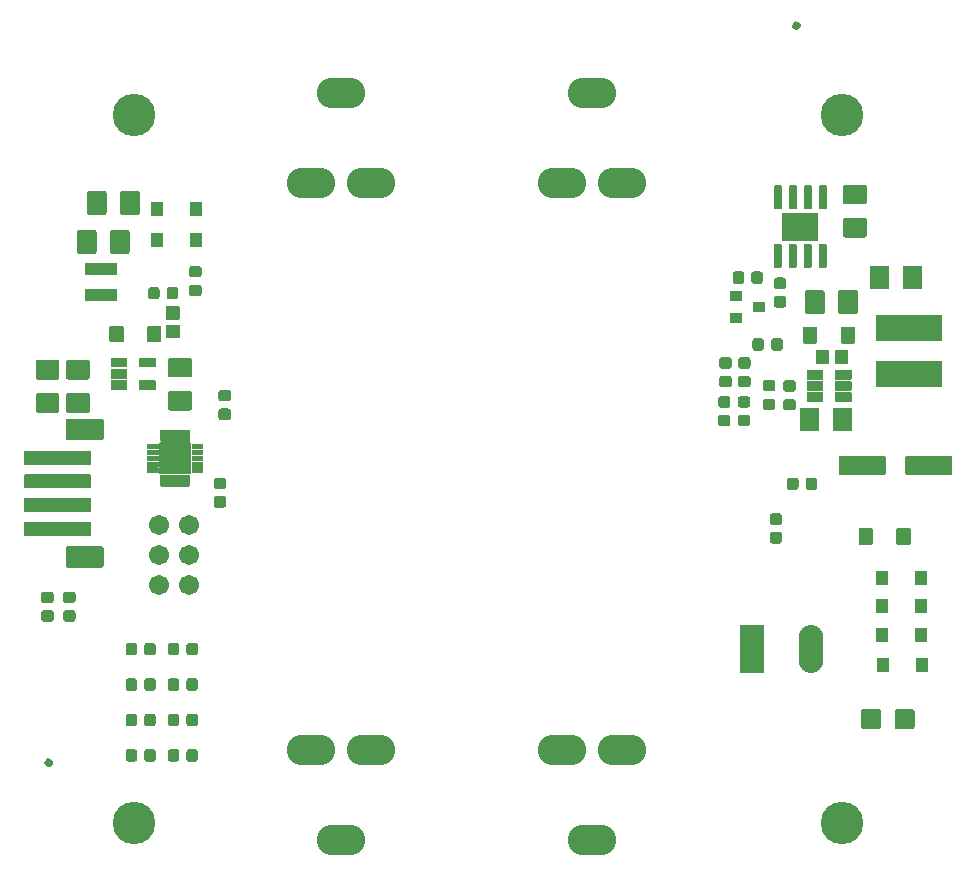
<source format=gts>
G04 #@! TF.GenerationSoftware,KiCad,Pcbnew,(5.1.5)-3*
G04 #@! TF.CreationDate,2020-09-03T09:53:24+02:00*
G04 #@! TF.ProjectId,chargemod-hw,63686172-6765-46d6-9f64-2d68772e6b69,rev?*
G04 #@! TF.SameCoordinates,Original*
G04 #@! TF.FileFunction,Soldermask,Top*
G04 #@! TF.FilePolarity,Negative*
%FSLAX46Y46*%
G04 Gerber Fmt 4.6, Leading zero omitted, Abs format (unit mm)*
G04 Created by KiCad (PCBNEW (5.1.5)-3) date 2020-09-03 09:53:24*
%MOMM*%
%LPD*%
G04 APERTURE LIST*
%ADD10C,0.600000*%
%ADD11C,0.100000*%
%ADD12R,1.000000X1.300000*%
%ADD13R,1.000000X0.900000*%
%ADD14R,2.800000X1.100000*%
%ADD15R,5.600000X2.250000*%
%ADD16O,4.100000X2.600000*%
%ADD17C,1.711200*%
%ADD18R,3.100000X2.390000*%
%ADD19C,3.600000*%
%ADD20O,2.080000X4.060000*%
%ADD21R,2.080000X4.060000*%
G04 APERTURE END LIST*
D10*
X153200000Y-69800000D02*
G75*
G03X153200000Y-69800000I-100000J0D01*
G01*
X89900000Y-132200000D02*
G75*
G03X89900000Y-132200000I-100000J0D01*
G01*
D11*
G36*
X153129563Y-69499851D02*
G01*
X153158840Y-69504194D01*
X153187551Y-69511386D01*
X153215418Y-69521357D01*
X153242174Y-69534012D01*
X153267561Y-69549228D01*
X153291334Y-69566859D01*
X153313264Y-69586736D01*
X153333141Y-69608666D01*
X153350772Y-69632439D01*
X153365988Y-69657826D01*
X153378643Y-69684582D01*
X153388614Y-69712449D01*
X153395806Y-69741160D01*
X153400149Y-69770437D01*
X153401601Y-69799999D01*
X153401601Y-69800001D01*
X153400149Y-69829563D01*
X153395806Y-69858840D01*
X153388614Y-69887551D01*
X153378643Y-69915418D01*
X153365988Y-69942174D01*
X153350772Y-69967561D01*
X153333141Y-69991334D01*
X153313264Y-70013264D01*
X153291334Y-70033141D01*
X153267561Y-70050772D01*
X153242174Y-70065988D01*
X153215418Y-70078643D01*
X153187551Y-70088614D01*
X153158840Y-70095806D01*
X153129563Y-70100149D01*
X153100001Y-70101601D01*
X153099999Y-70101601D01*
X153070437Y-70100149D01*
X153041160Y-70095806D01*
X153012449Y-70088614D01*
X152984582Y-70078643D01*
X152957826Y-70065988D01*
X152932439Y-70050772D01*
X152908666Y-70033141D01*
X152886736Y-70013264D01*
X152866859Y-69991334D01*
X152849228Y-69967561D01*
X152834012Y-69942174D01*
X152821357Y-69915418D01*
X152811386Y-69887551D01*
X152804194Y-69858840D01*
X152799851Y-69829563D01*
X152798399Y-69800001D01*
X152798399Y-69799999D01*
X152799851Y-69770437D01*
X152804194Y-69741160D01*
X152811386Y-69712449D01*
X152821357Y-69684582D01*
X152834012Y-69657826D01*
X152849228Y-69632439D01*
X152866859Y-69608666D01*
X152886736Y-69586736D01*
X152908666Y-69566859D01*
X152932439Y-69549228D01*
X152957826Y-69534012D01*
X152984582Y-69521357D01*
X153012449Y-69511386D01*
X153041160Y-69504194D01*
X153070437Y-69499851D01*
X153099999Y-69498399D01*
X153100001Y-69498399D01*
X153129563Y-69499851D01*
G37*
G36*
X89829563Y-131899851D02*
G01*
X89858840Y-131904194D01*
X89887551Y-131911386D01*
X89915418Y-131921357D01*
X89942174Y-131934012D01*
X89967561Y-131949228D01*
X89991334Y-131966859D01*
X90013264Y-131986736D01*
X90033141Y-132008666D01*
X90050772Y-132032439D01*
X90065988Y-132057826D01*
X90078643Y-132084582D01*
X90088614Y-132112449D01*
X90095806Y-132141160D01*
X90100149Y-132170437D01*
X90101601Y-132199999D01*
X90101601Y-132200001D01*
X90100149Y-132229563D01*
X90095806Y-132258840D01*
X90088614Y-132287551D01*
X90078643Y-132315418D01*
X90065988Y-132342174D01*
X90050772Y-132367561D01*
X90033141Y-132391334D01*
X90013264Y-132413264D01*
X89991334Y-132433141D01*
X89967561Y-132450772D01*
X89942174Y-132465988D01*
X89915418Y-132478643D01*
X89887551Y-132488614D01*
X89858840Y-132495806D01*
X89829563Y-132500149D01*
X89800001Y-132501601D01*
X89799999Y-132501601D01*
X89770437Y-132500149D01*
X89741160Y-132495806D01*
X89712449Y-132488614D01*
X89684582Y-132478643D01*
X89657826Y-132465988D01*
X89632439Y-132450772D01*
X89608666Y-132433141D01*
X89586736Y-132413264D01*
X89566859Y-132391334D01*
X89549228Y-132367561D01*
X89534012Y-132342174D01*
X89521357Y-132315418D01*
X89511386Y-132287551D01*
X89504194Y-132258840D01*
X89499851Y-132229563D01*
X89498399Y-132200001D01*
X89498399Y-132199999D01*
X89499851Y-132170437D01*
X89504194Y-132141160D01*
X89511386Y-132112449D01*
X89521357Y-132084582D01*
X89534012Y-132057826D01*
X89549228Y-132032439D01*
X89566859Y-132008666D01*
X89586736Y-131986736D01*
X89608666Y-131966859D01*
X89632439Y-131949228D01*
X89657826Y-131934012D01*
X89684582Y-131921357D01*
X89712449Y-131911386D01*
X89741160Y-131904194D01*
X89770437Y-131899851D01*
X89799999Y-131898399D01*
X89800001Y-131898399D01*
X89829563Y-131899851D01*
G37*
G36*
X105005142Y-102203674D02*
G01*
X105028803Y-102207184D01*
X105052007Y-102212996D01*
X105074529Y-102221054D01*
X105096153Y-102231282D01*
X105116670Y-102243579D01*
X105135883Y-102257829D01*
X105153607Y-102273893D01*
X105169671Y-102291617D01*
X105183921Y-102310830D01*
X105196218Y-102331347D01*
X105206446Y-102352971D01*
X105214504Y-102375493D01*
X105220316Y-102398697D01*
X105223826Y-102422358D01*
X105225000Y-102446250D01*
X105225000Y-102933750D01*
X105223826Y-102957642D01*
X105220316Y-102981303D01*
X105214504Y-103004507D01*
X105206446Y-103027029D01*
X105196218Y-103048653D01*
X105183921Y-103069170D01*
X105169671Y-103088383D01*
X105153607Y-103106107D01*
X105135883Y-103122171D01*
X105116670Y-103136421D01*
X105096153Y-103148718D01*
X105074529Y-103158946D01*
X105052007Y-103167004D01*
X105028803Y-103172816D01*
X105005142Y-103176326D01*
X104981250Y-103177500D01*
X104418750Y-103177500D01*
X104394858Y-103176326D01*
X104371197Y-103172816D01*
X104347993Y-103167004D01*
X104325471Y-103158946D01*
X104303847Y-103148718D01*
X104283330Y-103136421D01*
X104264117Y-103122171D01*
X104246393Y-103106107D01*
X104230329Y-103088383D01*
X104216079Y-103069170D01*
X104203782Y-103048653D01*
X104193554Y-103027029D01*
X104185496Y-103004507D01*
X104179684Y-102981303D01*
X104176174Y-102957642D01*
X104175000Y-102933750D01*
X104175000Y-102446250D01*
X104176174Y-102422358D01*
X104179684Y-102398697D01*
X104185496Y-102375493D01*
X104193554Y-102352971D01*
X104203782Y-102331347D01*
X104216079Y-102310830D01*
X104230329Y-102291617D01*
X104246393Y-102273893D01*
X104264117Y-102257829D01*
X104283330Y-102243579D01*
X104303847Y-102231282D01*
X104325471Y-102221054D01*
X104347993Y-102212996D01*
X104371197Y-102207184D01*
X104394858Y-102203674D01*
X104418750Y-102202500D01*
X104981250Y-102202500D01*
X105005142Y-102203674D01*
G37*
G36*
X105005142Y-100628674D02*
G01*
X105028803Y-100632184D01*
X105052007Y-100637996D01*
X105074529Y-100646054D01*
X105096153Y-100656282D01*
X105116670Y-100668579D01*
X105135883Y-100682829D01*
X105153607Y-100698893D01*
X105169671Y-100716617D01*
X105183921Y-100735830D01*
X105196218Y-100756347D01*
X105206446Y-100777971D01*
X105214504Y-100800493D01*
X105220316Y-100823697D01*
X105223826Y-100847358D01*
X105225000Y-100871250D01*
X105225000Y-101358750D01*
X105223826Y-101382642D01*
X105220316Y-101406303D01*
X105214504Y-101429507D01*
X105206446Y-101452029D01*
X105196218Y-101473653D01*
X105183921Y-101494170D01*
X105169671Y-101513383D01*
X105153607Y-101531107D01*
X105135883Y-101547171D01*
X105116670Y-101561421D01*
X105096153Y-101573718D01*
X105074529Y-101583946D01*
X105052007Y-101592004D01*
X105028803Y-101597816D01*
X105005142Y-101601326D01*
X104981250Y-101602500D01*
X104418750Y-101602500D01*
X104394858Y-101601326D01*
X104371197Y-101597816D01*
X104347993Y-101592004D01*
X104325471Y-101583946D01*
X104303847Y-101573718D01*
X104283330Y-101561421D01*
X104264117Y-101547171D01*
X104246393Y-101531107D01*
X104230329Y-101513383D01*
X104216079Y-101494170D01*
X104203782Y-101473653D01*
X104193554Y-101452029D01*
X104185496Y-101429507D01*
X104179684Y-101406303D01*
X104176174Y-101382642D01*
X104175000Y-101358750D01*
X104175000Y-100871250D01*
X104176174Y-100847358D01*
X104179684Y-100823697D01*
X104185496Y-100800493D01*
X104193554Y-100777971D01*
X104203782Y-100756347D01*
X104216079Y-100735830D01*
X104230329Y-100716617D01*
X104246393Y-100698893D01*
X104264117Y-100682829D01*
X104283330Y-100668579D01*
X104303847Y-100656282D01*
X104325471Y-100646054D01*
X104347993Y-100637996D01*
X104371197Y-100632184D01*
X104394858Y-100628674D01*
X104418750Y-100627500D01*
X104981250Y-100627500D01*
X105005142Y-100628674D01*
G37*
G36*
X104605142Y-108048674D02*
G01*
X104628803Y-108052184D01*
X104652007Y-108057996D01*
X104674529Y-108066054D01*
X104696153Y-108076282D01*
X104716670Y-108088579D01*
X104735883Y-108102829D01*
X104753607Y-108118893D01*
X104769671Y-108136617D01*
X104783921Y-108155830D01*
X104796218Y-108176347D01*
X104806446Y-108197971D01*
X104814504Y-108220493D01*
X104820316Y-108243697D01*
X104823826Y-108267358D01*
X104825000Y-108291250D01*
X104825000Y-108778750D01*
X104823826Y-108802642D01*
X104820316Y-108826303D01*
X104814504Y-108849507D01*
X104806446Y-108872029D01*
X104796218Y-108893653D01*
X104783921Y-108914170D01*
X104769671Y-108933383D01*
X104753607Y-108951107D01*
X104735883Y-108967171D01*
X104716670Y-108981421D01*
X104696153Y-108993718D01*
X104674529Y-109003946D01*
X104652007Y-109012004D01*
X104628803Y-109017816D01*
X104605142Y-109021326D01*
X104581250Y-109022500D01*
X104018750Y-109022500D01*
X103994858Y-109021326D01*
X103971197Y-109017816D01*
X103947993Y-109012004D01*
X103925471Y-109003946D01*
X103903847Y-108993718D01*
X103883330Y-108981421D01*
X103864117Y-108967171D01*
X103846393Y-108951107D01*
X103830329Y-108933383D01*
X103816079Y-108914170D01*
X103803782Y-108893653D01*
X103793554Y-108872029D01*
X103785496Y-108849507D01*
X103779684Y-108826303D01*
X103776174Y-108802642D01*
X103775000Y-108778750D01*
X103775000Y-108291250D01*
X103776174Y-108267358D01*
X103779684Y-108243697D01*
X103785496Y-108220493D01*
X103793554Y-108197971D01*
X103803782Y-108176347D01*
X103816079Y-108155830D01*
X103830329Y-108136617D01*
X103846393Y-108118893D01*
X103864117Y-108102829D01*
X103883330Y-108088579D01*
X103903847Y-108076282D01*
X103925471Y-108066054D01*
X103947993Y-108057996D01*
X103971197Y-108052184D01*
X103994858Y-108048674D01*
X104018750Y-108047500D01*
X104581250Y-108047500D01*
X104605142Y-108048674D01*
G37*
G36*
X104605142Y-109623674D02*
G01*
X104628803Y-109627184D01*
X104652007Y-109632996D01*
X104674529Y-109641054D01*
X104696153Y-109651282D01*
X104716670Y-109663579D01*
X104735883Y-109677829D01*
X104753607Y-109693893D01*
X104769671Y-109711617D01*
X104783921Y-109730830D01*
X104796218Y-109751347D01*
X104806446Y-109772971D01*
X104814504Y-109795493D01*
X104820316Y-109818697D01*
X104823826Y-109842358D01*
X104825000Y-109866250D01*
X104825000Y-110353750D01*
X104823826Y-110377642D01*
X104820316Y-110401303D01*
X104814504Y-110424507D01*
X104806446Y-110447029D01*
X104796218Y-110468653D01*
X104783921Y-110489170D01*
X104769671Y-110508383D01*
X104753607Y-110526107D01*
X104735883Y-110542171D01*
X104716670Y-110556421D01*
X104696153Y-110568718D01*
X104674529Y-110578946D01*
X104652007Y-110587004D01*
X104628803Y-110592816D01*
X104605142Y-110596326D01*
X104581250Y-110597500D01*
X104018750Y-110597500D01*
X103994858Y-110596326D01*
X103971197Y-110592816D01*
X103947993Y-110587004D01*
X103925471Y-110578946D01*
X103903847Y-110568718D01*
X103883330Y-110556421D01*
X103864117Y-110542171D01*
X103846393Y-110526107D01*
X103830329Y-110508383D01*
X103816079Y-110489170D01*
X103803782Y-110468653D01*
X103793554Y-110447029D01*
X103785496Y-110424507D01*
X103779684Y-110401303D01*
X103776174Y-110377642D01*
X103775000Y-110353750D01*
X103775000Y-109866250D01*
X103776174Y-109842358D01*
X103779684Y-109818697D01*
X103785496Y-109795493D01*
X103793554Y-109772971D01*
X103803782Y-109751347D01*
X103816079Y-109730830D01*
X103830329Y-109711617D01*
X103846393Y-109693893D01*
X103864117Y-109677829D01*
X103883330Y-109663579D01*
X103903847Y-109651282D01*
X103925471Y-109641054D01*
X103947993Y-109632996D01*
X103971197Y-109627184D01*
X103994858Y-109623674D01*
X104018750Y-109622500D01*
X104581250Y-109622500D01*
X104605142Y-109623674D01*
G37*
D12*
X160390000Y-121340000D03*
X163690000Y-121340000D03*
X160370000Y-116540000D03*
X163670000Y-116540000D03*
X160420000Y-123930000D03*
X163720000Y-123930000D03*
X160380000Y-118920000D03*
X163680000Y-118920000D03*
D11*
G36*
X151717642Y-96251174D02*
G01*
X151741303Y-96254684D01*
X151764507Y-96260496D01*
X151787029Y-96268554D01*
X151808653Y-96278782D01*
X151829170Y-96291079D01*
X151848383Y-96305329D01*
X151866107Y-96321393D01*
X151882171Y-96339117D01*
X151896421Y-96358330D01*
X151908718Y-96378847D01*
X151918946Y-96400471D01*
X151927004Y-96422993D01*
X151932816Y-96446197D01*
X151936326Y-96469858D01*
X151937500Y-96493750D01*
X151937500Y-97056250D01*
X151936326Y-97080142D01*
X151932816Y-97103803D01*
X151927004Y-97127007D01*
X151918946Y-97149529D01*
X151908718Y-97171153D01*
X151896421Y-97191670D01*
X151882171Y-97210883D01*
X151866107Y-97228607D01*
X151848383Y-97244671D01*
X151829170Y-97258921D01*
X151808653Y-97271218D01*
X151787029Y-97281446D01*
X151764507Y-97289504D01*
X151741303Y-97295316D01*
X151717642Y-97298826D01*
X151693750Y-97300000D01*
X151206250Y-97300000D01*
X151182358Y-97298826D01*
X151158697Y-97295316D01*
X151135493Y-97289504D01*
X151112971Y-97281446D01*
X151091347Y-97271218D01*
X151070830Y-97258921D01*
X151051617Y-97244671D01*
X151033893Y-97228607D01*
X151017829Y-97210883D01*
X151003579Y-97191670D01*
X150991282Y-97171153D01*
X150981054Y-97149529D01*
X150972996Y-97127007D01*
X150967184Y-97103803D01*
X150963674Y-97080142D01*
X150962500Y-97056250D01*
X150962500Y-96493750D01*
X150963674Y-96469858D01*
X150967184Y-96446197D01*
X150972996Y-96422993D01*
X150981054Y-96400471D01*
X150991282Y-96378847D01*
X151003579Y-96358330D01*
X151017829Y-96339117D01*
X151033893Y-96321393D01*
X151051617Y-96305329D01*
X151070830Y-96291079D01*
X151091347Y-96278782D01*
X151112971Y-96268554D01*
X151135493Y-96260496D01*
X151158697Y-96254684D01*
X151182358Y-96251174D01*
X151206250Y-96250000D01*
X151693750Y-96250000D01*
X151717642Y-96251174D01*
G37*
G36*
X150142642Y-96251174D02*
G01*
X150166303Y-96254684D01*
X150189507Y-96260496D01*
X150212029Y-96268554D01*
X150233653Y-96278782D01*
X150254170Y-96291079D01*
X150273383Y-96305329D01*
X150291107Y-96321393D01*
X150307171Y-96339117D01*
X150321421Y-96358330D01*
X150333718Y-96378847D01*
X150343946Y-96400471D01*
X150352004Y-96422993D01*
X150357816Y-96446197D01*
X150361326Y-96469858D01*
X150362500Y-96493750D01*
X150362500Y-97056250D01*
X150361326Y-97080142D01*
X150357816Y-97103803D01*
X150352004Y-97127007D01*
X150343946Y-97149529D01*
X150333718Y-97171153D01*
X150321421Y-97191670D01*
X150307171Y-97210883D01*
X150291107Y-97228607D01*
X150273383Y-97244671D01*
X150254170Y-97258921D01*
X150233653Y-97271218D01*
X150212029Y-97281446D01*
X150189507Y-97289504D01*
X150166303Y-97295316D01*
X150142642Y-97298826D01*
X150118750Y-97300000D01*
X149631250Y-97300000D01*
X149607358Y-97298826D01*
X149583697Y-97295316D01*
X149560493Y-97289504D01*
X149537971Y-97281446D01*
X149516347Y-97271218D01*
X149495830Y-97258921D01*
X149476617Y-97244671D01*
X149458893Y-97228607D01*
X149442829Y-97210883D01*
X149428579Y-97191670D01*
X149416282Y-97171153D01*
X149406054Y-97149529D01*
X149397996Y-97127007D01*
X149392184Y-97103803D01*
X149388674Y-97080142D01*
X149387500Y-97056250D01*
X149387500Y-96493750D01*
X149388674Y-96469858D01*
X149392184Y-96446197D01*
X149397996Y-96422993D01*
X149406054Y-96400471D01*
X149416282Y-96378847D01*
X149428579Y-96358330D01*
X149442829Y-96339117D01*
X149458893Y-96321393D01*
X149476617Y-96305329D01*
X149495830Y-96291079D01*
X149516347Y-96278782D01*
X149537971Y-96268554D01*
X149560493Y-96260496D01*
X149583697Y-96254684D01*
X149607358Y-96251174D01*
X149631250Y-96250000D01*
X150118750Y-96250000D01*
X150142642Y-96251174D01*
G37*
G36*
X150042642Y-90601174D02*
G01*
X150066303Y-90604684D01*
X150089507Y-90610496D01*
X150112029Y-90618554D01*
X150133653Y-90628782D01*
X150154170Y-90641079D01*
X150173383Y-90655329D01*
X150191107Y-90671393D01*
X150207171Y-90689117D01*
X150221421Y-90708330D01*
X150233718Y-90728847D01*
X150243946Y-90750471D01*
X150252004Y-90772993D01*
X150257816Y-90796197D01*
X150261326Y-90819858D01*
X150262500Y-90843750D01*
X150262500Y-91406250D01*
X150261326Y-91430142D01*
X150257816Y-91453803D01*
X150252004Y-91477007D01*
X150243946Y-91499529D01*
X150233718Y-91521153D01*
X150221421Y-91541670D01*
X150207171Y-91560883D01*
X150191107Y-91578607D01*
X150173383Y-91594671D01*
X150154170Y-91608921D01*
X150133653Y-91621218D01*
X150112029Y-91631446D01*
X150089507Y-91639504D01*
X150066303Y-91645316D01*
X150042642Y-91648826D01*
X150018750Y-91650000D01*
X149531250Y-91650000D01*
X149507358Y-91648826D01*
X149483697Y-91645316D01*
X149460493Y-91639504D01*
X149437971Y-91631446D01*
X149416347Y-91621218D01*
X149395830Y-91608921D01*
X149376617Y-91594671D01*
X149358893Y-91578607D01*
X149342829Y-91560883D01*
X149328579Y-91541670D01*
X149316282Y-91521153D01*
X149306054Y-91499529D01*
X149297996Y-91477007D01*
X149292184Y-91453803D01*
X149288674Y-91430142D01*
X149287500Y-91406250D01*
X149287500Y-90843750D01*
X149288674Y-90819858D01*
X149292184Y-90796197D01*
X149297996Y-90772993D01*
X149306054Y-90750471D01*
X149316282Y-90728847D01*
X149328579Y-90708330D01*
X149342829Y-90689117D01*
X149358893Y-90671393D01*
X149376617Y-90655329D01*
X149395830Y-90641079D01*
X149416347Y-90628782D01*
X149437971Y-90618554D01*
X149460493Y-90610496D01*
X149483697Y-90604684D01*
X149507358Y-90601174D01*
X149531250Y-90600000D01*
X150018750Y-90600000D01*
X150042642Y-90601174D01*
G37*
G36*
X148467642Y-90601174D02*
G01*
X148491303Y-90604684D01*
X148514507Y-90610496D01*
X148537029Y-90618554D01*
X148558653Y-90628782D01*
X148579170Y-90641079D01*
X148598383Y-90655329D01*
X148616107Y-90671393D01*
X148632171Y-90689117D01*
X148646421Y-90708330D01*
X148658718Y-90728847D01*
X148668946Y-90750471D01*
X148677004Y-90772993D01*
X148682816Y-90796197D01*
X148686326Y-90819858D01*
X148687500Y-90843750D01*
X148687500Y-91406250D01*
X148686326Y-91430142D01*
X148682816Y-91453803D01*
X148677004Y-91477007D01*
X148668946Y-91499529D01*
X148658718Y-91521153D01*
X148646421Y-91541670D01*
X148632171Y-91560883D01*
X148616107Y-91578607D01*
X148598383Y-91594671D01*
X148579170Y-91608921D01*
X148558653Y-91621218D01*
X148537029Y-91631446D01*
X148514507Y-91639504D01*
X148491303Y-91645316D01*
X148467642Y-91648826D01*
X148443750Y-91650000D01*
X147956250Y-91650000D01*
X147932358Y-91648826D01*
X147908697Y-91645316D01*
X147885493Y-91639504D01*
X147862971Y-91631446D01*
X147841347Y-91621218D01*
X147820830Y-91608921D01*
X147801617Y-91594671D01*
X147783893Y-91578607D01*
X147767829Y-91560883D01*
X147753579Y-91541670D01*
X147741282Y-91521153D01*
X147731054Y-91499529D01*
X147722996Y-91477007D01*
X147717184Y-91453803D01*
X147713674Y-91430142D01*
X147712500Y-91406250D01*
X147712500Y-90843750D01*
X147713674Y-90819858D01*
X147717184Y-90796197D01*
X147722996Y-90772993D01*
X147731054Y-90750471D01*
X147741282Y-90728847D01*
X147753579Y-90708330D01*
X147767829Y-90689117D01*
X147783893Y-90671393D01*
X147801617Y-90655329D01*
X147820830Y-90641079D01*
X147841347Y-90628782D01*
X147862971Y-90618554D01*
X147885493Y-90610496D01*
X147908697Y-90604684D01*
X147932358Y-90601174D01*
X147956250Y-90600000D01*
X148443750Y-90600000D01*
X148467642Y-90601174D01*
G37*
D13*
X149975000Y-93625000D03*
X147975000Y-94575000D03*
X147975000Y-92675000D03*
D11*
G36*
X160025411Y-127616279D02*
G01*
X160051196Y-127620104D01*
X160076482Y-127626438D01*
X160101025Y-127635219D01*
X160124590Y-127646365D01*
X160146948Y-127659766D01*
X160167886Y-127675294D01*
X160187200Y-127692800D01*
X160204706Y-127712114D01*
X160220234Y-127733052D01*
X160233635Y-127755410D01*
X160244781Y-127778975D01*
X160253562Y-127803518D01*
X160259896Y-127828804D01*
X160263721Y-127854589D01*
X160265000Y-127880625D01*
X160265000Y-129099375D01*
X160263721Y-129125411D01*
X160259896Y-129151196D01*
X160253562Y-129176482D01*
X160244781Y-129201025D01*
X160233635Y-129224590D01*
X160220234Y-129246948D01*
X160204706Y-129267886D01*
X160187200Y-129287200D01*
X160167886Y-129304706D01*
X160146948Y-129320234D01*
X160124590Y-129333635D01*
X160101025Y-129344781D01*
X160076482Y-129353562D01*
X160051196Y-129359896D01*
X160025411Y-129363721D01*
X159999375Y-129365000D01*
X158830625Y-129365000D01*
X158804589Y-129363721D01*
X158778804Y-129359896D01*
X158753518Y-129353562D01*
X158728975Y-129344781D01*
X158705410Y-129333635D01*
X158683052Y-129320234D01*
X158662114Y-129304706D01*
X158642800Y-129287200D01*
X158625294Y-129267886D01*
X158609766Y-129246948D01*
X158596365Y-129224590D01*
X158585219Y-129201025D01*
X158576438Y-129176482D01*
X158570104Y-129151196D01*
X158566279Y-129125411D01*
X158565000Y-129099375D01*
X158565000Y-127880625D01*
X158566279Y-127854589D01*
X158570104Y-127828804D01*
X158576438Y-127803518D01*
X158585219Y-127778975D01*
X158596365Y-127755410D01*
X158609766Y-127733052D01*
X158625294Y-127712114D01*
X158642800Y-127692800D01*
X158662114Y-127675294D01*
X158683052Y-127659766D01*
X158705410Y-127646365D01*
X158728975Y-127635219D01*
X158753518Y-127626438D01*
X158778804Y-127620104D01*
X158804589Y-127616279D01*
X158830625Y-127615000D01*
X159999375Y-127615000D01*
X160025411Y-127616279D01*
G37*
G36*
X162875411Y-127616279D02*
G01*
X162901196Y-127620104D01*
X162926482Y-127626438D01*
X162951025Y-127635219D01*
X162974590Y-127646365D01*
X162996948Y-127659766D01*
X163017886Y-127675294D01*
X163037200Y-127692800D01*
X163054706Y-127712114D01*
X163070234Y-127733052D01*
X163083635Y-127755410D01*
X163094781Y-127778975D01*
X163103562Y-127803518D01*
X163109896Y-127828804D01*
X163113721Y-127854589D01*
X163115000Y-127880625D01*
X163115000Y-129099375D01*
X163113721Y-129125411D01*
X163109896Y-129151196D01*
X163103562Y-129176482D01*
X163094781Y-129201025D01*
X163083635Y-129224590D01*
X163070234Y-129246948D01*
X163054706Y-129267886D01*
X163037200Y-129287200D01*
X163017886Y-129304706D01*
X162996948Y-129320234D01*
X162974590Y-129333635D01*
X162951025Y-129344781D01*
X162926482Y-129353562D01*
X162901196Y-129359896D01*
X162875411Y-129363721D01*
X162849375Y-129365000D01*
X161680625Y-129365000D01*
X161654589Y-129363721D01*
X161628804Y-129359896D01*
X161603518Y-129353562D01*
X161578975Y-129344781D01*
X161555410Y-129333635D01*
X161533052Y-129320234D01*
X161512114Y-129304706D01*
X161492800Y-129287200D01*
X161475294Y-129267886D01*
X161459766Y-129246948D01*
X161446365Y-129224590D01*
X161435219Y-129201025D01*
X161426438Y-129176482D01*
X161420104Y-129151196D01*
X161416279Y-129125411D01*
X161415000Y-129099375D01*
X161415000Y-127880625D01*
X161416279Y-127854589D01*
X161420104Y-127828804D01*
X161426438Y-127803518D01*
X161435219Y-127778975D01*
X161446365Y-127755410D01*
X161459766Y-127733052D01*
X161475294Y-127712114D01*
X161492800Y-127692800D01*
X161512114Y-127675294D01*
X161533052Y-127659766D01*
X161555410Y-127646365D01*
X161578975Y-127635219D01*
X161603518Y-127626438D01*
X161628804Y-127620104D01*
X161654589Y-127616279D01*
X161680625Y-127615000D01*
X162849375Y-127615000D01*
X162875411Y-127616279D01*
G37*
G36*
X91855142Y-117701174D02*
G01*
X91878803Y-117704684D01*
X91902007Y-117710496D01*
X91924529Y-117718554D01*
X91946153Y-117728782D01*
X91966670Y-117741079D01*
X91985883Y-117755329D01*
X92003607Y-117771393D01*
X92019671Y-117789117D01*
X92033921Y-117808330D01*
X92046218Y-117828847D01*
X92056446Y-117850471D01*
X92064504Y-117872993D01*
X92070316Y-117896197D01*
X92073826Y-117919858D01*
X92075000Y-117943750D01*
X92075000Y-118431250D01*
X92073826Y-118455142D01*
X92070316Y-118478803D01*
X92064504Y-118502007D01*
X92056446Y-118524529D01*
X92046218Y-118546153D01*
X92033921Y-118566670D01*
X92019671Y-118585883D01*
X92003607Y-118603607D01*
X91985883Y-118619671D01*
X91966670Y-118633921D01*
X91946153Y-118646218D01*
X91924529Y-118656446D01*
X91902007Y-118664504D01*
X91878803Y-118670316D01*
X91855142Y-118673826D01*
X91831250Y-118675000D01*
X91268750Y-118675000D01*
X91244858Y-118673826D01*
X91221197Y-118670316D01*
X91197993Y-118664504D01*
X91175471Y-118656446D01*
X91153847Y-118646218D01*
X91133330Y-118633921D01*
X91114117Y-118619671D01*
X91096393Y-118603607D01*
X91080329Y-118585883D01*
X91066079Y-118566670D01*
X91053782Y-118546153D01*
X91043554Y-118524529D01*
X91035496Y-118502007D01*
X91029684Y-118478803D01*
X91026174Y-118455142D01*
X91025000Y-118431250D01*
X91025000Y-117943750D01*
X91026174Y-117919858D01*
X91029684Y-117896197D01*
X91035496Y-117872993D01*
X91043554Y-117850471D01*
X91053782Y-117828847D01*
X91066079Y-117808330D01*
X91080329Y-117789117D01*
X91096393Y-117771393D01*
X91114117Y-117755329D01*
X91133330Y-117741079D01*
X91153847Y-117728782D01*
X91175471Y-117718554D01*
X91197993Y-117710496D01*
X91221197Y-117704684D01*
X91244858Y-117701174D01*
X91268750Y-117700000D01*
X91831250Y-117700000D01*
X91855142Y-117701174D01*
G37*
G36*
X91855142Y-119276174D02*
G01*
X91878803Y-119279684D01*
X91902007Y-119285496D01*
X91924529Y-119293554D01*
X91946153Y-119303782D01*
X91966670Y-119316079D01*
X91985883Y-119330329D01*
X92003607Y-119346393D01*
X92019671Y-119364117D01*
X92033921Y-119383330D01*
X92046218Y-119403847D01*
X92056446Y-119425471D01*
X92064504Y-119447993D01*
X92070316Y-119471197D01*
X92073826Y-119494858D01*
X92075000Y-119518750D01*
X92075000Y-120006250D01*
X92073826Y-120030142D01*
X92070316Y-120053803D01*
X92064504Y-120077007D01*
X92056446Y-120099529D01*
X92046218Y-120121153D01*
X92033921Y-120141670D01*
X92019671Y-120160883D01*
X92003607Y-120178607D01*
X91985883Y-120194671D01*
X91966670Y-120208921D01*
X91946153Y-120221218D01*
X91924529Y-120231446D01*
X91902007Y-120239504D01*
X91878803Y-120245316D01*
X91855142Y-120248826D01*
X91831250Y-120250000D01*
X91268750Y-120250000D01*
X91244858Y-120248826D01*
X91221197Y-120245316D01*
X91197993Y-120239504D01*
X91175471Y-120231446D01*
X91153847Y-120221218D01*
X91133330Y-120208921D01*
X91114117Y-120194671D01*
X91096393Y-120178607D01*
X91080329Y-120160883D01*
X91066079Y-120141670D01*
X91053782Y-120121153D01*
X91043554Y-120099529D01*
X91035496Y-120077007D01*
X91029684Y-120053803D01*
X91026174Y-120030142D01*
X91025000Y-120006250D01*
X91025000Y-119518750D01*
X91026174Y-119494858D01*
X91029684Y-119471197D01*
X91035496Y-119447993D01*
X91043554Y-119425471D01*
X91053782Y-119403847D01*
X91066079Y-119383330D01*
X91080329Y-119364117D01*
X91096393Y-119346393D01*
X91114117Y-119330329D01*
X91133330Y-119316079D01*
X91153847Y-119303782D01*
X91175471Y-119293554D01*
X91197993Y-119285496D01*
X91221197Y-119279684D01*
X91244858Y-119276174D01*
X91268750Y-119275000D01*
X91831250Y-119275000D01*
X91855142Y-119276174D01*
G37*
G36*
X90005142Y-117713674D02*
G01*
X90028803Y-117717184D01*
X90052007Y-117722996D01*
X90074529Y-117731054D01*
X90096153Y-117741282D01*
X90116670Y-117753579D01*
X90135883Y-117767829D01*
X90153607Y-117783893D01*
X90169671Y-117801617D01*
X90183921Y-117820830D01*
X90196218Y-117841347D01*
X90206446Y-117862971D01*
X90214504Y-117885493D01*
X90220316Y-117908697D01*
X90223826Y-117932358D01*
X90225000Y-117956250D01*
X90225000Y-118443750D01*
X90223826Y-118467642D01*
X90220316Y-118491303D01*
X90214504Y-118514507D01*
X90206446Y-118537029D01*
X90196218Y-118558653D01*
X90183921Y-118579170D01*
X90169671Y-118598383D01*
X90153607Y-118616107D01*
X90135883Y-118632171D01*
X90116670Y-118646421D01*
X90096153Y-118658718D01*
X90074529Y-118668946D01*
X90052007Y-118677004D01*
X90028803Y-118682816D01*
X90005142Y-118686326D01*
X89981250Y-118687500D01*
X89418750Y-118687500D01*
X89394858Y-118686326D01*
X89371197Y-118682816D01*
X89347993Y-118677004D01*
X89325471Y-118668946D01*
X89303847Y-118658718D01*
X89283330Y-118646421D01*
X89264117Y-118632171D01*
X89246393Y-118616107D01*
X89230329Y-118598383D01*
X89216079Y-118579170D01*
X89203782Y-118558653D01*
X89193554Y-118537029D01*
X89185496Y-118514507D01*
X89179684Y-118491303D01*
X89176174Y-118467642D01*
X89175000Y-118443750D01*
X89175000Y-117956250D01*
X89176174Y-117932358D01*
X89179684Y-117908697D01*
X89185496Y-117885493D01*
X89193554Y-117862971D01*
X89203782Y-117841347D01*
X89216079Y-117820830D01*
X89230329Y-117801617D01*
X89246393Y-117783893D01*
X89264117Y-117767829D01*
X89283330Y-117753579D01*
X89303847Y-117741282D01*
X89325471Y-117731054D01*
X89347993Y-117722996D01*
X89371197Y-117717184D01*
X89394858Y-117713674D01*
X89418750Y-117712500D01*
X89981250Y-117712500D01*
X90005142Y-117713674D01*
G37*
G36*
X90005142Y-119288674D02*
G01*
X90028803Y-119292184D01*
X90052007Y-119297996D01*
X90074529Y-119306054D01*
X90096153Y-119316282D01*
X90116670Y-119328579D01*
X90135883Y-119342829D01*
X90153607Y-119358893D01*
X90169671Y-119376617D01*
X90183921Y-119395830D01*
X90196218Y-119416347D01*
X90206446Y-119437971D01*
X90214504Y-119460493D01*
X90220316Y-119483697D01*
X90223826Y-119507358D01*
X90225000Y-119531250D01*
X90225000Y-120018750D01*
X90223826Y-120042642D01*
X90220316Y-120066303D01*
X90214504Y-120089507D01*
X90206446Y-120112029D01*
X90196218Y-120133653D01*
X90183921Y-120154170D01*
X90169671Y-120173383D01*
X90153607Y-120191107D01*
X90135883Y-120207171D01*
X90116670Y-120221421D01*
X90096153Y-120233718D01*
X90074529Y-120243946D01*
X90052007Y-120252004D01*
X90028803Y-120257816D01*
X90005142Y-120261326D01*
X89981250Y-120262500D01*
X89418750Y-120262500D01*
X89394858Y-120261326D01*
X89371197Y-120257816D01*
X89347993Y-120252004D01*
X89325471Y-120243946D01*
X89303847Y-120233718D01*
X89283330Y-120221421D01*
X89264117Y-120207171D01*
X89246393Y-120191107D01*
X89230329Y-120173383D01*
X89216079Y-120154170D01*
X89203782Y-120133653D01*
X89193554Y-120112029D01*
X89185496Y-120089507D01*
X89179684Y-120066303D01*
X89176174Y-120042642D01*
X89175000Y-120018750D01*
X89175000Y-119531250D01*
X89176174Y-119507358D01*
X89179684Y-119483697D01*
X89185496Y-119460493D01*
X89193554Y-119437971D01*
X89203782Y-119416347D01*
X89216079Y-119395830D01*
X89230329Y-119376617D01*
X89246393Y-119358893D01*
X89264117Y-119342829D01*
X89283330Y-119328579D01*
X89303847Y-119316282D01*
X89325471Y-119306054D01*
X89347993Y-119297996D01*
X89371197Y-119292184D01*
X89394858Y-119288674D01*
X89418750Y-119287500D01*
X89981250Y-119287500D01*
X90005142Y-119288674D01*
G37*
D14*
X94225000Y-90425000D03*
X94225000Y-92625000D03*
D15*
X162625000Y-95420000D03*
X162625000Y-99280000D03*
D11*
G36*
X100542642Y-91926174D02*
G01*
X100566303Y-91929684D01*
X100589507Y-91935496D01*
X100612029Y-91943554D01*
X100633653Y-91953782D01*
X100654170Y-91966079D01*
X100673383Y-91980329D01*
X100691107Y-91996393D01*
X100707171Y-92014117D01*
X100721421Y-92033330D01*
X100733718Y-92053847D01*
X100743946Y-92075471D01*
X100752004Y-92097993D01*
X100757816Y-92121197D01*
X100761326Y-92144858D01*
X100762500Y-92168750D01*
X100762500Y-92731250D01*
X100761326Y-92755142D01*
X100757816Y-92778803D01*
X100752004Y-92802007D01*
X100743946Y-92824529D01*
X100733718Y-92846153D01*
X100721421Y-92866670D01*
X100707171Y-92885883D01*
X100691107Y-92903607D01*
X100673383Y-92919671D01*
X100654170Y-92933921D01*
X100633653Y-92946218D01*
X100612029Y-92956446D01*
X100589507Y-92964504D01*
X100566303Y-92970316D01*
X100542642Y-92973826D01*
X100518750Y-92975000D01*
X100031250Y-92975000D01*
X100007358Y-92973826D01*
X99983697Y-92970316D01*
X99960493Y-92964504D01*
X99937971Y-92956446D01*
X99916347Y-92946218D01*
X99895830Y-92933921D01*
X99876617Y-92919671D01*
X99858893Y-92903607D01*
X99842829Y-92885883D01*
X99828579Y-92866670D01*
X99816282Y-92846153D01*
X99806054Y-92824529D01*
X99797996Y-92802007D01*
X99792184Y-92778803D01*
X99788674Y-92755142D01*
X99787500Y-92731250D01*
X99787500Y-92168750D01*
X99788674Y-92144858D01*
X99792184Y-92121197D01*
X99797996Y-92097993D01*
X99806054Y-92075471D01*
X99816282Y-92053847D01*
X99828579Y-92033330D01*
X99842829Y-92014117D01*
X99858893Y-91996393D01*
X99876617Y-91980329D01*
X99895830Y-91966079D01*
X99916347Y-91953782D01*
X99937971Y-91943554D01*
X99960493Y-91935496D01*
X99983697Y-91929684D01*
X100007358Y-91926174D01*
X100031250Y-91925000D01*
X100518750Y-91925000D01*
X100542642Y-91926174D01*
G37*
G36*
X98967642Y-91926174D02*
G01*
X98991303Y-91929684D01*
X99014507Y-91935496D01*
X99037029Y-91943554D01*
X99058653Y-91953782D01*
X99079170Y-91966079D01*
X99098383Y-91980329D01*
X99116107Y-91996393D01*
X99132171Y-92014117D01*
X99146421Y-92033330D01*
X99158718Y-92053847D01*
X99168946Y-92075471D01*
X99177004Y-92097993D01*
X99182816Y-92121197D01*
X99186326Y-92144858D01*
X99187500Y-92168750D01*
X99187500Y-92731250D01*
X99186326Y-92755142D01*
X99182816Y-92778803D01*
X99177004Y-92802007D01*
X99168946Y-92824529D01*
X99158718Y-92846153D01*
X99146421Y-92866670D01*
X99132171Y-92885883D01*
X99116107Y-92903607D01*
X99098383Y-92919671D01*
X99079170Y-92933921D01*
X99058653Y-92946218D01*
X99037029Y-92956446D01*
X99014507Y-92964504D01*
X98991303Y-92970316D01*
X98967642Y-92973826D01*
X98943750Y-92975000D01*
X98456250Y-92975000D01*
X98432358Y-92973826D01*
X98408697Y-92970316D01*
X98385493Y-92964504D01*
X98362971Y-92956446D01*
X98341347Y-92946218D01*
X98320830Y-92933921D01*
X98301617Y-92919671D01*
X98283893Y-92903607D01*
X98267829Y-92885883D01*
X98253579Y-92866670D01*
X98241282Y-92846153D01*
X98231054Y-92824529D01*
X98222996Y-92802007D01*
X98217184Y-92778803D01*
X98213674Y-92755142D01*
X98212500Y-92731250D01*
X98212500Y-92168750D01*
X98213674Y-92144858D01*
X98217184Y-92121197D01*
X98222996Y-92097993D01*
X98231054Y-92075471D01*
X98241282Y-92053847D01*
X98253579Y-92033330D01*
X98267829Y-92014117D01*
X98283893Y-91996393D01*
X98301617Y-91980329D01*
X98320830Y-91966079D01*
X98341347Y-91953782D01*
X98362971Y-91943554D01*
X98385493Y-91935496D01*
X98408697Y-91929684D01*
X98432358Y-91926174D01*
X98456250Y-91925000D01*
X98943750Y-91925000D01*
X98967642Y-91926174D01*
G37*
G36*
X100797583Y-93523955D02*
G01*
X100808778Y-93525616D01*
X100819756Y-93528366D01*
X100830411Y-93532178D01*
X100840641Y-93537017D01*
X100850348Y-93542835D01*
X100859438Y-93549576D01*
X100867824Y-93557176D01*
X100875424Y-93565562D01*
X100882165Y-93574652D01*
X100887983Y-93584359D01*
X100892822Y-93594589D01*
X100896634Y-93605244D01*
X100899384Y-93616222D01*
X100901045Y-93627417D01*
X100901600Y-93638720D01*
X100901600Y-94561280D01*
X100901045Y-94572583D01*
X100899384Y-94583778D01*
X100896634Y-94594756D01*
X100892822Y-94605411D01*
X100887983Y-94615641D01*
X100882165Y-94625348D01*
X100875424Y-94634438D01*
X100867824Y-94642824D01*
X100859438Y-94650424D01*
X100850348Y-94657165D01*
X100840641Y-94662983D01*
X100830411Y-94667822D01*
X100819756Y-94671634D01*
X100808778Y-94674384D01*
X100797583Y-94676045D01*
X100786280Y-94676600D01*
X99813720Y-94676600D01*
X99802417Y-94676045D01*
X99791222Y-94674384D01*
X99780244Y-94671634D01*
X99769589Y-94667822D01*
X99759359Y-94662983D01*
X99749652Y-94657165D01*
X99740562Y-94650424D01*
X99732176Y-94642824D01*
X99724576Y-94634438D01*
X99717835Y-94625348D01*
X99712017Y-94615641D01*
X99707178Y-94605411D01*
X99703366Y-94594756D01*
X99700616Y-94583778D01*
X99698955Y-94572583D01*
X99698400Y-94561280D01*
X99698400Y-93638720D01*
X99698955Y-93627417D01*
X99700616Y-93616222D01*
X99703366Y-93605244D01*
X99707178Y-93594589D01*
X99712017Y-93584359D01*
X99717835Y-93574652D01*
X99724576Y-93565562D01*
X99732176Y-93557176D01*
X99740562Y-93549576D01*
X99749652Y-93542835D01*
X99759359Y-93537017D01*
X99769589Y-93532178D01*
X99780244Y-93528366D01*
X99791222Y-93525616D01*
X99802417Y-93523955D01*
X99813720Y-93523400D01*
X100786280Y-93523400D01*
X100797583Y-93523955D01*
G37*
G36*
X100797583Y-95123955D02*
G01*
X100808778Y-95125616D01*
X100819756Y-95128366D01*
X100830411Y-95132178D01*
X100840641Y-95137017D01*
X100850348Y-95142835D01*
X100859438Y-95149576D01*
X100867824Y-95157176D01*
X100875424Y-95165562D01*
X100882165Y-95174652D01*
X100887983Y-95184359D01*
X100892822Y-95194589D01*
X100896634Y-95205244D01*
X100899384Y-95216222D01*
X100901045Y-95227417D01*
X100901600Y-95238720D01*
X100901600Y-96161280D01*
X100901045Y-96172583D01*
X100899384Y-96183778D01*
X100896634Y-96194756D01*
X100892822Y-96205411D01*
X100887983Y-96215641D01*
X100882165Y-96225348D01*
X100875424Y-96234438D01*
X100867824Y-96242824D01*
X100859438Y-96250424D01*
X100850348Y-96257165D01*
X100840641Y-96262983D01*
X100830411Y-96267822D01*
X100819756Y-96271634D01*
X100808778Y-96274384D01*
X100797583Y-96276045D01*
X100786280Y-96276600D01*
X99813720Y-96276600D01*
X99802417Y-96276045D01*
X99791222Y-96274384D01*
X99780244Y-96271634D01*
X99769589Y-96267822D01*
X99759359Y-96262983D01*
X99749652Y-96257165D01*
X99740562Y-96250424D01*
X99732176Y-96242824D01*
X99724576Y-96234438D01*
X99717835Y-96225348D01*
X99712017Y-96215641D01*
X99707178Y-96205411D01*
X99703366Y-96194756D01*
X99700616Y-96183778D01*
X99698955Y-96172583D01*
X99698400Y-96161280D01*
X99698400Y-95238720D01*
X99698955Y-95227417D01*
X99700616Y-95216222D01*
X99703366Y-95205244D01*
X99707178Y-95194589D01*
X99712017Y-95184359D01*
X99717835Y-95174652D01*
X99724576Y-95165562D01*
X99732176Y-95157176D01*
X99740562Y-95149576D01*
X99749652Y-95142835D01*
X99759359Y-95137017D01*
X99769589Y-95132178D01*
X99780244Y-95128366D01*
X99791222Y-95125616D01*
X99802417Y-95123955D01*
X99813720Y-95123400D01*
X100786280Y-95123400D01*
X100797583Y-95123955D01*
G37*
G36*
X96043073Y-95198979D02*
G01*
X96054753Y-95200712D01*
X96066207Y-95203581D01*
X96077324Y-95207559D01*
X96087998Y-95212607D01*
X96098126Y-95218678D01*
X96107610Y-95225711D01*
X96116359Y-95233641D01*
X96124289Y-95242390D01*
X96131322Y-95251874D01*
X96137393Y-95262002D01*
X96142441Y-95272676D01*
X96146419Y-95283793D01*
X96149288Y-95295247D01*
X96151021Y-95306927D01*
X96151600Y-95318720D01*
X96151600Y-96481280D01*
X96151021Y-96493073D01*
X96149288Y-96504753D01*
X96146419Y-96516207D01*
X96142441Y-96527324D01*
X96137393Y-96537998D01*
X96131322Y-96548126D01*
X96124289Y-96557610D01*
X96116359Y-96566359D01*
X96107610Y-96574289D01*
X96098126Y-96581322D01*
X96087998Y-96587393D01*
X96077324Y-96592441D01*
X96066207Y-96596419D01*
X96054753Y-96599288D01*
X96043073Y-96601021D01*
X96031280Y-96601600D01*
X95068720Y-96601600D01*
X95056927Y-96601021D01*
X95045247Y-96599288D01*
X95033793Y-96596419D01*
X95022676Y-96592441D01*
X95012002Y-96587393D01*
X95001874Y-96581322D01*
X94992390Y-96574289D01*
X94983641Y-96566359D01*
X94975711Y-96557610D01*
X94968678Y-96548126D01*
X94962607Y-96537998D01*
X94957559Y-96527324D01*
X94953581Y-96516207D01*
X94950712Y-96504753D01*
X94948979Y-96493073D01*
X94948400Y-96481280D01*
X94948400Y-95318720D01*
X94948979Y-95306927D01*
X94950712Y-95295247D01*
X94953581Y-95283793D01*
X94957559Y-95272676D01*
X94962607Y-95262002D01*
X94968678Y-95251874D01*
X94975711Y-95242390D01*
X94983641Y-95233641D01*
X94992390Y-95225711D01*
X95001874Y-95218678D01*
X95012002Y-95212607D01*
X95022676Y-95207559D01*
X95033793Y-95203581D01*
X95045247Y-95200712D01*
X95056927Y-95198979D01*
X95068720Y-95198400D01*
X96031280Y-95198400D01*
X96043073Y-95198979D01*
G37*
G36*
X99243073Y-95198979D02*
G01*
X99254753Y-95200712D01*
X99266207Y-95203581D01*
X99277324Y-95207559D01*
X99287998Y-95212607D01*
X99298126Y-95218678D01*
X99307610Y-95225711D01*
X99316359Y-95233641D01*
X99324289Y-95242390D01*
X99331322Y-95251874D01*
X99337393Y-95262002D01*
X99342441Y-95272676D01*
X99346419Y-95283793D01*
X99349288Y-95295247D01*
X99351021Y-95306927D01*
X99351600Y-95318720D01*
X99351600Y-96481280D01*
X99351021Y-96493073D01*
X99349288Y-96504753D01*
X99346419Y-96516207D01*
X99342441Y-96527324D01*
X99337393Y-96537998D01*
X99331322Y-96548126D01*
X99324289Y-96557610D01*
X99316359Y-96566359D01*
X99307610Y-96574289D01*
X99298126Y-96581322D01*
X99287998Y-96587393D01*
X99277324Y-96592441D01*
X99266207Y-96596419D01*
X99254753Y-96599288D01*
X99243073Y-96601021D01*
X99231280Y-96601600D01*
X98268720Y-96601600D01*
X98256927Y-96601021D01*
X98245247Y-96599288D01*
X98233793Y-96596419D01*
X98222676Y-96592441D01*
X98212002Y-96587393D01*
X98201874Y-96581322D01*
X98192390Y-96574289D01*
X98183641Y-96566359D01*
X98175711Y-96557610D01*
X98168678Y-96548126D01*
X98162607Y-96537998D01*
X98157559Y-96527324D01*
X98153581Y-96516207D01*
X98150712Y-96504753D01*
X98148979Y-96493073D01*
X98148400Y-96481280D01*
X98148400Y-95318720D01*
X98148979Y-95306927D01*
X98150712Y-95295247D01*
X98153581Y-95283793D01*
X98157559Y-95272676D01*
X98162607Y-95262002D01*
X98168678Y-95251874D01*
X98175711Y-95242390D01*
X98183641Y-95233641D01*
X98192390Y-95225711D01*
X98201874Y-95218678D01*
X98212002Y-95212607D01*
X98222676Y-95207559D01*
X98233793Y-95203581D01*
X98245247Y-95200712D01*
X98256927Y-95198979D01*
X98268720Y-95198400D01*
X99231280Y-95198400D01*
X99243073Y-95198979D01*
G37*
G36*
X90552484Y-98099196D02*
G01*
X90568532Y-98101577D01*
X90584270Y-98105519D01*
X90599545Y-98110984D01*
X90614211Y-98117921D01*
X90628127Y-98126261D01*
X90641158Y-98135926D01*
X90653179Y-98146821D01*
X90664074Y-98158842D01*
X90673739Y-98171873D01*
X90682079Y-98185789D01*
X90689016Y-98200455D01*
X90694481Y-98215730D01*
X90698423Y-98231468D01*
X90700804Y-98247516D01*
X90701600Y-98263720D01*
X90701600Y-99586280D01*
X90700804Y-99602484D01*
X90698423Y-99618532D01*
X90694481Y-99634270D01*
X90689016Y-99649545D01*
X90682079Y-99664211D01*
X90673739Y-99678127D01*
X90664074Y-99691158D01*
X90653179Y-99703179D01*
X90641158Y-99714074D01*
X90628127Y-99723739D01*
X90614211Y-99732079D01*
X90599545Y-99739016D01*
X90584270Y-99744481D01*
X90568532Y-99748423D01*
X90552484Y-99750804D01*
X90536280Y-99751600D01*
X88863720Y-99751600D01*
X88847516Y-99750804D01*
X88831468Y-99748423D01*
X88815730Y-99744481D01*
X88800455Y-99739016D01*
X88785789Y-99732079D01*
X88771873Y-99723739D01*
X88758842Y-99714074D01*
X88746821Y-99703179D01*
X88735926Y-99691158D01*
X88726261Y-99678127D01*
X88717921Y-99664211D01*
X88710984Y-99649545D01*
X88705519Y-99634270D01*
X88701577Y-99618532D01*
X88699196Y-99602484D01*
X88698400Y-99586280D01*
X88698400Y-98263720D01*
X88699196Y-98247516D01*
X88701577Y-98231468D01*
X88705519Y-98215730D01*
X88710984Y-98200455D01*
X88717921Y-98185789D01*
X88726261Y-98171873D01*
X88735926Y-98158842D01*
X88746821Y-98146821D01*
X88758842Y-98135926D01*
X88771873Y-98126261D01*
X88785789Y-98117921D01*
X88800455Y-98110984D01*
X88815730Y-98105519D01*
X88831468Y-98101577D01*
X88847516Y-98099196D01*
X88863720Y-98098400D01*
X90536280Y-98098400D01*
X90552484Y-98099196D01*
G37*
G36*
X90552484Y-100899196D02*
G01*
X90568532Y-100901577D01*
X90584270Y-100905519D01*
X90599545Y-100910984D01*
X90614211Y-100917921D01*
X90628127Y-100926261D01*
X90641158Y-100935926D01*
X90653179Y-100946821D01*
X90664074Y-100958842D01*
X90673739Y-100971873D01*
X90682079Y-100985789D01*
X90689016Y-101000455D01*
X90694481Y-101015730D01*
X90698423Y-101031468D01*
X90700804Y-101047516D01*
X90701600Y-101063720D01*
X90701600Y-102386280D01*
X90700804Y-102402484D01*
X90698423Y-102418532D01*
X90694481Y-102434270D01*
X90689016Y-102449545D01*
X90682079Y-102464211D01*
X90673739Y-102478127D01*
X90664074Y-102491158D01*
X90653179Y-102503179D01*
X90641158Y-102514074D01*
X90628127Y-102523739D01*
X90614211Y-102532079D01*
X90599545Y-102539016D01*
X90584270Y-102544481D01*
X90568532Y-102548423D01*
X90552484Y-102550804D01*
X90536280Y-102551600D01*
X88863720Y-102551600D01*
X88847516Y-102550804D01*
X88831468Y-102548423D01*
X88815730Y-102544481D01*
X88800455Y-102539016D01*
X88785789Y-102532079D01*
X88771873Y-102523739D01*
X88758842Y-102514074D01*
X88746821Y-102503179D01*
X88735926Y-102491158D01*
X88726261Y-102478127D01*
X88717921Y-102464211D01*
X88710984Y-102449545D01*
X88705519Y-102434270D01*
X88701577Y-102418532D01*
X88699196Y-102402484D01*
X88698400Y-102386280D01*
X88698400Y-101063720D01*
X88699196Y-101047516D01*
X88701577Y-101031468D01*
X88705519Y-101015730D01*
X88710984Y-101000455D01*
X88717921Y-100985789D01*
X88726261Y-100971873D01*
X88735926Y-100958842D01*
X88746821Y-100946821D01*
X88758842Y-100935926D01*
X88771873Y-100926261D01*
X88785789Y-100917921D01*
X88800455Y-100910984D01*
X88815730Y-100905519D01*
X88831468Y-100901577D01*
X88847516Y-100899196D01*
X88863720Y-100898400D01*
X90536280Y-100898400D01*
X90552484Y-100899196D01*
G37*
G36*
X160556994Y-106224172D02*
G01*
X160572557Y-106226481D01*
X160587818Y-106230303D01*
X160602632Y-106235604D01*
X160616854Y-106242330D01*
X160630349Y-106250419D01*
X160642986Y-106259791D01*
X160654643Y-106270357D01*
X160665209Y-106282014D01*
X160674581Y-106294651D01*
X160682670Y-106308146D01*
X160689396Y-106322368D01*
X160694697Y-106337182D01*
X160698519Y-106352443D01*
X160700828Y-106368006D01*
X160701600Y-106383720D01*
X160701600Y-107666280D01*
X160700828Y-107681994D01*
X160698519Y-107697557D01*
X160694697Y-107712818D01*
X160689396Y-107727632D01*
X160682670Y-107741854D01*
X160674581Y-107755349D01*
X160665209Y-107767986D01*
X160654643Y-107779643D01*
X160642986Y-107790209D01*
X160630349Y-107799581D01*
X160616854Y-107807670D01*
X160602632Y-107814396D01*
X160587818Y-107819697D01*
X160572557Y-107823519D01*
X160556994Y-107825828D01*
X160541280Y-107826600D01*
X156858720Y-107826600D01*
X156843006Y-107825828D01*
X156827443Y-107823519D01*
X156812182Y-107819697D01*
X156797368Y-107814396D01*
X156783146Y-107807670D01*
X156769651Y-107799581D01*
X156757014Y-107790209D01*
X156745357Y-107779643D01*
X156734791Y-107767986D01*
X156725419Y-107755349D01*
X156717330Y-107741854D01*
X156710604Y-107727632D01*
X156705303Y-107712818D01*
X156701481Y-107697557D01*
X156699172Y-107681994D01*
X156698400Y-107666280D01*
X156698400Y-106383720D01*
X156699172Y-106368006D01*
X156701481Y-106352443D01*
X156705303Y-106337182D01*
X156710604Y-106322368D01*
X156717330Y-106308146D01*
X156725419Y-106294651D01*
X156734791Y-106282014D01*
X156745357Y-106270357D01*
X156757014Y-106259791D01*
X156769651Y-106250419D01*
X156783146Y-106242330D01*
X156797368Y-106235604D01*
X156812182Y-106230303D01*
X156827443Y-106226481D01*
X156843006Y-106224172D01*
X156858720Y-106223400D01*
X160541280Y-106223400D01*
X160556994Y-106224172D01*
G37*
G36*
X166156994Y-106224172D02*
G01*
X166172557Y-106226481D01*
X166187818Y-106230303D01*
X166202632Y-106235604D01*
X166216854Y-106242330D01*
X166230349Y-106250419D01*
X166242986Y-106259791D01*
X166254643Y-106270357D01*
X166265209Y-106282014D01*
X166274581Y-106294651D01*
X166282670Y-106308146D01*
X166289396Y-106322368D01*
X166294697Y-106337182D01*
X166298519Y-106352443D01*
X166300828Y-106368006D01*
X166301600Y-106383720D01*
X166301600Y-107666280D01*
X166300828Y-107681994D01*
X166298519Y-107697557D01*
X166294697Y-107712818D01*
X166289396Y-107727632D01*
X166282670Y-107741854D01*
X166274581Y-107755349D01*
X166265209Y-107767986D01*
X166254643Y-107779643D01*
X166242986Y-107790209D01*
X166230349Y-107799581D01*
X166216854Y-107807670D01*
X166202632Y-107814396D01*
X166187818Y-107819697D01*
X166172557Y-107823519D01*
X166156994Y-107825828D01*
X166141280Y-107826600D01*
X162458720Y-107826600D01*
X162443006Y-107825828D01*
X162427443Y-107823519D01*
X162412182Y-107819697D01*
X162397368Y-107814396D01*
X162383146Y-107807670D01*
X162369651Y-107799581D01*
X162357014Y-107790209D01*
X162345357Y-107779643D01*
X162334791Y-107767986D01*
X162325419Y-107755349D01*
X162317330Y-107741854D01*
X162310604Y-107727632D01*
X162305303Y-107712818D01*
X162301481Y-107697557D01*
X162299172Y-107681994D01*
X162298400Y-107666280D01*
X162298400Y-106383720D01*
X162299172Y-106368006D01*
X162301481Y-106352443D01*
X162305303Y-106337182D01*
X162310604Y-106322368D01*
X162317330Y-106308146D01*
X162325419Y-106294651D01*
X162334791Y-106282014D01*
X162345357Y-106270357D01*
X162357014Y-106259791D01*
X162369651Y-106250419D01*
X162383146Y-106242330D01*
X162397368Y-106235604D01*
X162412182Y-106230303D01*
X162427443Y-106226481D01*
X162443006Y-106224172D01*
X162458720Y-106223400D01*
X166141280Y-106223400D01*
X166156994Y-106224172D01*
G37*
D16*
X135775000Y-75480000D03*
X133235000Y-83100000D03*
X138315000Y-83100000D03*
X135775000Y-138720000D03*
X138315000Y-131100000D03*
X133235000Y-131100000D03*
X114525000Y-75480000D03*
X111985000Y-83100000D03*
X117065000Y-83100000D03*
X114525000Y-138720000D03*
X117065000Y-131100000D03*
X111985000Y-131100000D03*
D11*
G36*
X93293073Y-111773979D02*
G01*
X93304753Y-111775712D01*
X93316207Y-111778581D01*
X93327324Y-111782559D01*
X93337998Y-111787607D01*
X93348126Y-111793678D01*
X93357610Y-111800711D01*
X93366359Y-111808641D01*
X93374289Y-111817390D01*
X93381322Y-111826874D01*
X93387393Y-111837002D01*
X93392441Y-111847676D01*
X93396419Y-111858793D01*
X93399288Y-111870247D01*
X93401021Y-111881927D01*
X93401600Y-111893720D01*
X93401600Y-112856280D01*
X93401021Y-112868073D01*
X93399288Y-112879753D01*
X93396419Y-112891207D01*
X93392441Y-112902324D01*
X93387393Y-112912998D01*
X93381322Y-112923126D01*
X93374289Y-112932610D01*
X93366359Y-112941359D01*
X93357610Y-112949289D01*
X93348126Y-112956322D01*
X93337998Y-112962393D01*
X93327324Y-112967441D01*
X93316207Y-112971419D01*
X93304753Y-112974288D01*
X93293073Y-112976021D01*
X93281280Y-112976600D01*
X87818720Y-112976600D01*
X87806927Y-112976021D01*
X87795247Y-112974288D01*
X87783793Y-112971419D01*
X87772676Y-112967441D01*
X87762002Y-112962393D01*
X87751874Y-112956322D01*
X87742390Y-112949289D01*
X87733641Y-112941359D01*
X87725711Y-112932610D01*
X87718678Y-112923126D01*
X87712607Y-112912998D01*
X87707559Y-112902324D01*
X87703581Y-112891207D01*
X87700712Y-112879753D01*
X87698979Y-112868073D01*
X87698400Y-112856280D01*
X87698400Y-111893720D01*
X87698979Y-111881927D01*
X87700712Y-111870247D01*
X87703581Y-111858793D01*
X87707559Y-111847676D01*
X87712607Y-111837002D01*
X87718678Y-111826874D01*
X87725711Y-111817390D01*
X87733641Y-111808641D01*
X87742390Y-111800711D01*
X87751874Y-111793678D01*
X87762002Y-111787607D01*
X87772676Y-111782559D01*
X87783793Y-111778581D01*
X87795247Y-111775712D01*
X87806927Y-111773979D01*
X87818720Y-111773400D01*
X93281280Y-111773400D01*
X93293073Y-111773979D01*
G37*
G36*
X94288954Y-113874268D02*
G01*
X94306459Y-113876865D01*
X94323624Y-113881165D01*
X94340285Y-113887126D01*
X94356282Y-113894692D01*
X94371460Y-113903789D01*
X94385674Y-113914331D01*
X94398785Y-113926215D01*
X94410669Y-113939326D01*
X94421211Y-113953540D01*
X94430308Y-113968718D01*
X94437874Y-113984715D01*
X94443835Y-114001376D01*
X94448135Y-114018541D01*
X94450732Y-114036046D01*
X94451600Y-114053720D01*
X94451600Y-115496280D01*
X94450732Y-115513954D01*
X94448135Y-115531459D01*
X94443835Y-115548624D01*
X94437874Y-115565285D01*
X94430308Y-115581282D01*
X94421211Y-115596460D01*
X94410669Y-115610674D01*
X94398785Y-115623785D01*
X94385674Y-115635669D01*
X94371460Y-115646211D01*
X94356282Y-115655308D01*
X94340285Y-115662874D01*
X94323624Y-115668835D01*
X94306459Y-115673135D01*
X94288954Y-115675732D01*
X94271280Y-115676600D01*
X91428720Y-115676600D01*
X91411046Y-115675732D01*
X91393541Y-115673135D01*
X91376376Y-115668835D01*
X91359715Y-115662874D01*
X91343718Y-115655308D01*
X91328540Y-115646211D01*
X91314326Y-115635669D01*
X91301215Y-115623785D01*
X91289331Y-115610674D01*
X91278789Y-115596460D01*
X91269692Y-115581282D01*
X91262126Y-115565285D01*
X91256165Y-115548624D01*
X91251865Y-115531459D01*
X91249268Y-115513954D01*
X91248400Y-115496280D01*
X91248400Y-114053720D01*
X91249268Y-114036046D01*
X91251865Y-114018541D01*
X91256165Y-114001376D01*
X91262126Y-113984715D01*
X91269692Y-113968718D01*
X91278789Y-113953540D01*
X91289331Y-113939326D01*
X91301215Y-113926215D01*
X91314326Y-113914331D01*
X91328540Y-113903789D01*
X91343718Y-113894692D01*
X91359715Y-113887126D01*
X91376376Y-113881165D01*
X91393541Y-113876865D01*
X91411046Y-113874268D01*
X91428720Y-113873400D01*
X94271280Y-113873400D01*
X94288954Y-113874268D01*
G37*
G36*
X94288954Y-103074268D02*
G01*
X94306459Y-103076865D01*
X94323624Y-103081165D01*
X94340285Y-103087126D01*
X94356282Y-103094692D01*
X94371460Y-103103789D01*
X94385674Y-103114331D01*
X94398785Y-103126215D01*
X94410669Y-103139326D01*
X94421211Y-103153540D01*
X94430308Y-103168718D01*
X94437874Y-103184715D01*
X94443835Y-103201376D01*
X94448135Y-103218541D01*
X94450732Y-103236046D01*
X94451600Y-103253720D01*
X94451600Y-104696280D01*
X94450732Y-104713954D01*
X94448135Y-104731459D01*
X94443835Y-104748624D01*
X94437874Y-104765285D01*
X94430308Y-104781282D01*
X94421211Y-104796460D01*
X94410669Y-104810674D01*
X94398785Y-104823785D01*
X94385674Y-104835669D01*
X94371460Y-104846211D01*
X94356282Y-104855308D01*
X94340285Y-104862874D01*
X94323624Y-104868835D01*
X94306459Y-104873135D01*
X94288954Y-104875732D01*
X94271280Y-104876600D01*
X91428720Y-104876600D01*
X91411046Y-104875732D01*
X91393541Y-104873135D01*
X91376376Y-104868835D01*
X91359715Y-104862874D01*
X91343718Y-104855308D01*
X91328540Y-104846211D01*
X91314326Y-104835669D01*
X91301215Y-104823785D01*
X91289331Y-104810674D01*
X91278789Y-104796460D01*
X91269692Y-104781282D01*
X91262126Y-104765285D01*
X91256165Y-104748624D01*
X91251865Y-104731459D01*
X91249268Y-104713954D01*
X91248400Y-104696280D01*
X91248400Y-103253720D01*
X91249268Y-103236046D01*
X91251865Y-103218541D01*
X91256165Y-103201376D01*
X91262126Y-103184715D01*
X91269692Y-103168718D01*
X91278789Y-103153540D01*
X91289331Y-103139326D01*
X91301215Y-103126215D01*
X91314326Y-103114331D01*
X91328540Y-103103789D01*
X91343718Y-103094692D01*
X91359715Y-103087126D01*
X91376376Y-103081165D01*
X91393541Y-103076865D01*
X91411046Y-103074268D01*
X91428720Y-103073400D01*
X94271280Y-103073400D01*
X94288954Y-103074268D01*
G37*
G36*
X93293073Y-109773979D02*
G01*
X93304753Y-109775712D01*
X93316207Y-109778581D01*
X93327324Y-109782559D01*
X93337998Y-109787607D01*
X93348126Y-109793678D01*
X93357610Y-109800711D01*
X93366359Y-109808641D01*
X93374289Y-109817390D01*
X93381322Y-109826874D01*
X93387393Y-109837002D01*
X93392441Y-109847676D01*
X93396419Y-109858793D01*
X93399288Y-109870247D01*
X93401021Y-109881927D01*
X93401600Y-109893720D01*
X93401600Y-110856280D01*
X93401021Y-110868073D01*
X93399288Y-110879753D01*
X93396419Y-110891207D01*
X93392441Y-110902324D01*
X93387393Y-110912998D01*
X93381322Y-110923126D01*
X93374289Y-110932610D01*
X93366359Y-110941359D01*
X93357610Y-110949289D01*
X93348126Y-110956322D01*
X93337998Y-110962393D01*
X93327324Y-110967441D01*
X93316207Y-110971419D01*
X93304753Y-110974288D01*
X93293073Y-110976021D01*
X93281280Y-110976600D01*
X87818720Y-110976600D01*
X87806927Y-110976021D01*
X87795247Y-110974288D01*
X87783793Y-110971419D01*
X87772676Y-110967441D01*
X87762002Y-110962393D01*
X87751874Y-110956322D01*
X87742390Y-110949289D01*
X87733641Y-110941359D01*
X87725711Y-110932610D01*
X87718678Y-110923126D01*
X87712607Y-110912998D01*
X87707559Y-110902324D01*
X87703581Y-110891207D01*
X87700712Y-110879753D01*
X87698979Y-110868073D01*
X87698400Y-110856280D01*
X87698400Y-109893720D01*
X87698979Y-109881927D01*
X87700712Y-109870247D01*
X87703581Y-109858793D01*
X87707559Y-109847676D01*
X87712607Y-109837002D01*
X87718678Y-109826874D01*
X87725711Y-109817390D01*
X87733641Y-109808641D01*
X87742390Y-109800711D01*
X87751874Y-109793678D01*
X87762002Y-109787607D01*
X87772676Y-109782559D01*
X87783793Y-109778581D01*
X87795247Y-109775712D01*
X87806927Y-109773979D01*
X87818720Y-109773400D01*
X93281280Y-109773400D01*
X93293073Y-109773979D01*
G37*
G36*
X93293073Y-107773979D02*
G01*
X93304753Y-107775712D01*
X93316207Y-107778581D01*
X93327324Y-107782559D01*
X93337998Y-107787607D01*
X93348126Y-107793678D01*
X93357610Y-107800711D01*
X93366359Y-107808641D01*
X93374289Y-107817390D01*
X93381322Y-107826874D01*
X93387393Y-107837002D01*
X93392441Y-107847676D01*
X93396419Y-107858793D01*
X93399288Y-107870247D01*
X93401021Y-107881927D01*
X93401600Y-107893720D01*
X93401600Y-108856280D01*
X93401021Y-108868073D01*
X93399288Y-108879753D01*
X93396419Y-108891207D01*
X93392441Y-108902324D01*
X93387393Y-108912998D01*
X93381322Y-108923126D01*
X93374289Y-108932610D01*
X93366359Y-108941359D01*
X93357610Y-108949289D01*
X93348126Y-108956322D01*
X93337998Y-108962393D01*
X93327324Y-108967441D01*
X93316207Y-108971419D01*
X93304753Y-108974288D01*
X93293073Y-108976021D01*
X93281280Y-108976600D01*
X87818720Y-108976600D01*
X87806927Y-108976021D01*
X87795247Y-108974288D01*
X87783793Y-108971419D01*
X87772676Y-108967441D01*
X87762002Y-108962393D01*
X87751874Y-108956322D01*
X87742390Y-108949289D01*
X87733641Y-108941359D01*
X87725711Y-108932610D01*
X87718678Y-108923126D01*
X87712607Y-108912998D01*
X87707559Y-108902324D01*
X87703581Y-108891207D01*
X87700712Y-108879753D01*
X87698979Y-108868073D01*
X87698400Y-108856280D01*
X87698400Y-107893720D01*
X87698979Y-107881927D01*
X87700712Y-107870247D01*
X87703581Y-107858793D01*
X87707559Y-107847676D01*
X87712607Y-107837002D01*
X87718678Y-107826874D01*
X87725711Y-107817390D01*
X87733641Y-107808641D01*
X87742390Y-107800711D01*
X87751874Y-107793678D01*
X87762002Y-107787607D01*
X87772676Y-107782559D01*
X87783793Y-107778581D01*
X87795247Y-107775712D01*
X87806927Y-107773979D01*
X87818720Y-107773400D01*
X93281280Y-107773400D01*
X93293073Y-107773979D01*
G37*
G36*
X93293073Y-105773979D02*
G01*
X93304753Y-105775712D01*
X93316207Y-105778581D01*
X93327324Y-105782559D01*
X93337998Y-105787607D01*
X93348126Y-105793678D01*
X93357610Y-105800711D01*
X93366359Y-105808641D01*
X93374289Y-105817390D01*
X93381322Y-105826874D01*
X93387393Y-105837002D01*
X93392441Y-105847676D01*
X93396419Y-105858793D01*
X93399288Y-105870247D01*
X93401021Y-105881927D01*
X93401600Y-105893720D01*
X93401600Y-106856280D01*
X93401021Y-106868073D01*
X93399288Y-106879753D01*
X93396419Y-106891207D01*
X93392441Y-106902324D01*
X93387393Y-106912998D01*
X93381322Y-106923126D01*
X93374289Y-106932610D01*
X93366359Y-106941359D01*
X93357610Y-106949289D01*
X93348126Y-106956322D01*
X93337998Y-106962393D01*
X93327324Y-106967441D01*
X93316207Y-106971419D01*
X93304753Y-106974288D01*
X93293073Y-106976021D01*
X93281280Y-106976600D01*
X87818720Y-106976600D01*
X87806927Y-106976021D01*
X87795247Y-106974288D01*
X87783793Y-106971419D01*
X87772676Y-106967441D01*
X87762002Y-106962393D01*
X87751874Y-106956322D01*
X87742390Y-106949289D01*
X87733641Y-106941359D01*
X87725711Y-106932610D01*
X87718678Y-106923126D01*
X87712607Y-106912998D01*
X87707559Y-106902324D01*
X87703581Y-106891207D01*
X87700712Y-106879753D01*
X87698979Y-106868073D01*
X87698400Y-106856280D01*
X87698400Y-105893720D01*
X87698979Y-105881927D01*
X87700712Y-105870247D01*
X87703581Y-105858793D01*
X87707559Y-105847676D01*
X87712607Y-105837002D01*
X87718678Y-105826874D01*
X87725711Y-105817390D01*
X87733641Y-105808641D01*
X87742390Y-105800711D01*
X87751874Y-105793678D01*
X87762002Y-105787607D01*
X87772676Y-105782559D01*
X87783793Y-105778581D01*
X87795247Y-105775712D01*
X87806927Y-105773979D01*
X87818720Y-105773400D01*
X93281280Y-105773400D01*
X93293073Y-105773979D01*
G37*
G36*
X101729688Y-105074051D02*
G01*
X101742808Y-105075997D01*
X101755675Y-105079220D01*
X101768163Y-105083688D01*
X101780154Y-105089360D01*
X101791531Y-105096179D01*
X101802185Y-105104080D01*
X101812013Y-105112987D01*
X101820920Y-105122815D01*
X101828821Y-105133469D01*
X101835640Y-105144846D01*
X101841312Y-105156837D01*
X101845780Y-105169325D01*
X101849003Y-105182192D01*
X101850949Y-105195312D01*
X101851600Y-105208560D01*
X101851600Y-107641440D01*
X101850949Y-107654688D01*
X101849003Y-107667808D01*
X101845780Y-107680675D01*
X101841312Y-107693163D01*
X101835640Y-107705154D01*
X101828821Y-107716531D01*
X101820920Y-107727185D01*
X101812013Y-107737013D01*
X101802185Y-107745920D01*
X101791531Y-107753821D01*
X101780154Y-107760640D01*
X101768163Y-107766312D01*
X101755675Y-107770780D01*
X101742808Y-107774003D01*
X101729688Y-107775949D01*
X101716440Y-107776600D01*
X99283560Y-107776600D01*
X99270312Y-107775949D01*
X99257192Y-107774003D01*
X99244325Y-107770780D01*
X99231837Y-107766312D01*
X99219846Y-107760640D01*
X99208469Y-107753821D01*
X99197815Y-107745920D01*
X99187987Y-107737013D01*
X99179080Y-107727185D01*
X99171179Y-107716531D01*
X99164360Y-107705154D01*
X99158688Y-107693163D01*
X99154220Y-107680675D01*
X99150997Y-107667808D01*
X99149051Y-107654688D01*
X99148400Y-107641440D01*
X99148400Y-105208560D01*
X99149051Y-105195312D01*
X99150997Y-105182192D01*
X99154220Y-105169325D01*
X99158688Y-105156837D01*
X99164360Y-105144846D01*
X99171179Y-105133469D01*
X99179080Y-105122815D01*
X99187987Y-105112987D01*
X99197815Y-105104080D01*
X99208469Y-105096179D01*
X99219846Y-105089360D01*
X99231837Y-105083688D01*
X99244325Y-105079220D01*
X99257192Y-105075997D01*
X99270312Y-105074051D01*
X99283560Y-105073400D01*
X101716440Y-105073400D01*
X101729688Y-105074051D01*
G37*
G36*
X101689820Y-107823623D02*
G01*
X101694317Y-107824290D01*
X101698726Y-107825395D01*
X101703006Y-107826926D01*
X101707115Y-107828869D01*
X101711014Y-107831206D01*
X101714665Y-107833914D01*
X101718033Y-107836967D01*
X101721086Y-107840335D01*
X101723794Y-107843986D01*
X101726131Y-107847885D01*
X101728074Y-107851994D01*
X101729605Y-107856274D01*
X101730710Y-107860683D01*
X101731377Y-107865180D01*
X101731600Y-107869720D01*
X101731600Y-108780280D01*
X101731377Y-108784820D01*
X101730710Y-108789317D01*
X101729605Y-108793726D01*
X101728074Y-108798006D01*
X101726131Y-108802115D01*
X101723794Y-108806014D01*
X101721086Y-108809665D01*
X101718033Y-108813033D01*
X101714665Y-108816086D01*
X101711014Y-108818794D01*
X101707115Y-108821131D01*
X101703006Y-108823074D01*
X101698726Y-108824605D01*
X101694317Y-108825710D01*
X101689820Y-108826377D01*
X101685280Y-108826600D01*
X101314720Y-108826600D01*
X101310180Y-108826377D01*
X101305683Y-108825710D01*
X101301274Y-108824605D01*
X101296994Y-108823074D01*
X101292885Y-108821131D01*
X101288986Y-108818794D01*
X101285335Y-108816086D01*
X101281967Y-108813033D01*
X101278914Y-108809665D01*
X101276206Y-108806014D01*
X101273869Y-108802115D01*
X101271926Y-108798006D01*
X101270395Y-108793726D01*
X101269290Y-108789317D01*
X101268623Y-108784820D01*
X101268400Y-108780280D01*
X101268400Y-107869720D01*
X101268623Y-107865180D01*
X101269290Y-107860683D01*
X101270395Y-107856274D01*
X101271926Y-107851994D01*
X101273869Y-107847885D01*
X101276206Y-107843986D01*
X101278914Y-107840335D01*
X101281967Y-107836967D01*
X101285335Y-107833914D01*
X101288986Y-107831206D01*
X101292885Y-107828869D01*
X101296994Y-107826926D01*
X101301274Y-107825395D01*
X101305683Y-107824290D01*
X101310180Y-107823623D01*
X101314720Y-107823400D01*
X101685280Y-107823400D01*
X101689820Y-107823623D01*
G37*
G36*
X101189820Y-107823623D02*
G01*
X101194317Y-107824290D01*
X101198726Y-107825395D01*
X101203006Y-107826926D01*
X101207115Y-107828869D01*
X101211014Y-107831206D01*
X101214665Y-107833914D01*
X101218033Y-107836967D01*
X101221086Y-107840335D01*
X101223794Y-107843986D01*
X101226131Y-107847885D01*
X101228074Y-107851994D01*
X101229605Y-107856274D01*
X101230710Y-107860683D01*
X101231377Y-107865180D01*
X101231600Y-107869720D01*
X101231600Y-108780280D01*
X101231377Y-108784820D01*
X101230710Y-108789317D01*
X101229605Y-108793726D01*
X101228074Y-108798006D01*
X101226131Y-108802115D01*
X101223794Y-108806014D01*
X101221086Y-108809665D01*
X101218033Y-108813033D01*
X101214665Y-108816086D01*
X101211014Y-108818794D01*
X101207115Y-108821131D01*
X101203006Y-108823074D01*
X101198726Y-108824605D01*
X101194317Y-108825710D01*
X101189820Y-108826377D01*
X101185280Y-108826600D01*
X100814720Y-108826600D01*
X100810180Y-108826377D01*
X100805683Y-108825710D01*
X100801274Y-108824605D01*
X100796994Y-108823074D01*
X100792885Y-108821131D01*
X100788986Y-108818794D01*
X100785335Y-108816086D01*
X100781967Y-108813033D01*
X100778914Y-108809665D01*
X100776206Y-108806014D01*
X100773869Y-108802115D01*
X100771926Y-108798006D01*
X100770395Y-108793726D01*
X100769290Y-108789317D01*
X100768623Y-108784820D01*
X100768400Y-108780280D01*
X100768400Y-107869720D01*
X100768623Y-107865180D01*
X100769290Y-107860683D01*
X100770395Y-107856274D01*
X100771926Y-107851994D01*
X100773869Y-107847885D01*
X100776206Y-107843986D01*
X100778914Y-107840335D01*
X100781967Y-107836967D01*
X100785335Y-107833914D01*
X100788986Y-107831206D01*
X100792885Y-107828869D01*
X100796994Y-107826926D01*
X100801274Y-107825395D01*
X100805683Y-107824290D01*
X100810180Y-107823623D01*
X100814720Y-107823400D01*
X101185280Y-107823400D01*
X101189820Y-107823623D01*
G37*
G36*
X100689820Y-107823623D02*
G01*
X100694317Y-107824290D01*
X100698726Y-107825395D01*
X100703006Y-107826926D01*
X100707115Y-107828869D01*
X100711014Y-107831206D01*
X100714665Y-107833914D01*
X100718033Y-107836967D01*
X100721086Y-107840335D01*
X100723794Y-107843986D01*
X100726131Y-107847885D01*
X100728074Y-107851994D01*
X100729605Y-107856274D01*
X100730710Y-107860683D01*
X100731377Y-107865180D01*
X100731600Y-107869720D01*
X100731600Y-108780280D01*
X100731377Y-108784820D01*
X100730710Y-108789317D01*
X100729605Y-108793726D01*
X100728074Y-108798006D01*
X100726131Y-108802115D01*
X100723794Y-108806014D01*
X100721086Y-108809665D01*
X100718033Y-108813033D01*
X100714665Y-108816086D01*
X100711014Y-108818794D01*
X100707115Y-108821131D01*
X100703006Y-108823074D01*
X100698726Y-108824605D01*
X100694317Y-108825710D01*
X100689820Y-108826377D01*
X100685280Y-108826600D01*
X100314720Y-108826600D01*
X100310180Y-108826377D01*
X100305683Y-108825710D01*
X100301274Y-108824605D01*
X100296994Y-108823074D01*
X100292885Y-108821131D01*
X100288986Y-108818794D01*
X100285335Y-108816086D01*
X100281967Y-108813033D01*
X100278914Y-108809665D01*
X100276206Y-108806014D01*
X100273869Y-108802115D01*
X100271926Y-108798006D01*
X100270395Y-108793726D01*
X100269290Y-108789317D01*
X100268623Y-108784820D01*
X100268400Y-108780280D01*
X100268400Y-107869720D01*
X100268623Y-107865180D01*
X100269290Y-107860683D01*
X100270395Y-107856274D01*
X100271926Y-107851994D01*
X100273869Y-107847885D01*
X100276206Y-107843986D01*
X100278914Y-107840335D01*
X100281967Y-107836967D01*
X100285335Y-107833914D01*
X100288986Y-107831206D01*
X100292885Y-107828869D01*
X100296994Y-107826926D01*
X100301274Y-107825395D01*
X100305683Y-107824290D01*
X100310180Y-107823623D01*
X100314720Y-107823400D01*
X100685280Y-107823400D01*
X100689820Y-107823623D01*
G37*
G36*
X100189820Y-107823623D02*
G01*
X100194317Y-107824290D01*
X100198726Y-107825395D01*
X100203006Y-107826926D01*
X100207115Y-107828869D01*
X100211014Y-107831206D01*
X100214665Y-107833914D01*
X100218033Y-107836967D01*
X100221086Y-107840335D01*
X100223794Y-107843986D01*
X100226131Y-107847885D01*
X100228074Y-107851994D01*
X100229605Y-107856274D01*
X100230710Y-107860683D01*
X100231377Y-107865180D01*
X100231600Y-107869720D01*
X100231600Y-108780280D01*
X100231377Y-108784820D01*
X100230710Y-108789317D01*
X100229605Y-108793726D01*
X100228074Y-108798006D01*
X100226131Y-108802115D01*
X100223794Y-108806014D01*
X100221086Y-108809665D01*
X100218033Y-108813033D01*
X100214665Y-108816086D01*
X100211014Y-108818794D01*
X100207115Y-108821131D01*
X100203006Y-108823074D01*
X100198726Y-108824605D01*
X100194317Y-108825710D01*
X100189820Y-108826377D01*
X100185280Y-108826600D01*
X99814720Y-108826600D01*
X99810180Y-108826377D01*
X99805683Y-108825710D01*
X99801274Y-108824605D01*
X99796994Y-108823074D01*
X99792885Y-108821131D01*
X99788986Y-108818794D01*
X99785335Y-108816086D01*
X99781967Y-108813033D01*
X99778914Y-108809665D01*
X99776206Y-108806014D01*
X99773869Y-108802115D01*
X99771926Y-108798006D01*
X99770395Y-108793726D01*
X99769290Y-108789317D01*
X99768623Y-108784820D01*
X99768400Y-108780280D01*
X99768400Y-107869720D01*
X99768623Y-107865180D01*
X99769290Y-107860683D01*
X99770395Y-107856274D01*
X99771926Y-107851994D01*
X99773869Y-107847885D01*
X99776206Y-107843986D01*
X99778914Y-107840335D01*
X99781967Y-107836967D01*
X99785335Y-107833914D01*
X99788986Y-107831206D01*
X99792885Y-107828869D01*
X99796994Y-107826926D01*
X99801274Y-107825395D01*
X99805683Y-107824290D01*
X99810180Y-107823623D01*
X99814720Y-107823400D01*
X100185280Y-107823400D01*
X100189820Y-107823623D01*
G37*
G36*
X99689820Y-107823623D02*
G01*
X99694317Y-107824290D01*
X99698726Y-107825395D01*
X99703006Y-107826926D01*
X99707115Y-107828869D01*
X99711014Y-107831206D01*
X99714665Y-107833914D01*
X99718033Y-107836967D01*
X99721086Y-107840335D01*
X99723794Y-107843986D01*
X99726131Y-107847885D01*
X99728074Y-107851994D01*
X99729605Y-107856274D01*
X99730710Y-107860683D01*
X99731377Y-107865180D01*
X99731600Y-107869720D01*
X99731600Y-108780280D01*
X99731377Y-108784820D01*
X99730710Y-108789317D01*
X99729605Y-108793726D01*
X99728074Y-108798006D01*
X99726131Y-108802115D01*
X99723794Y-108806014D01*
X99721086Y-108809665D01*
X99718033Y-108813033D01*
X99714665Y-108816086D01*
X99711014Y-108818794D01*
X99707115Y-108821131D01*
X99703006Y-108823074D01*
X99698726Y-108824605D01*
X99694317Y-108825710D01*
X99689820Y-108826377D01*
X99685280Y-108826600D01*
X99314720Y-108826600D01*
X99310180Y-108826377D01*
X99305683Y-108825710D01*
X99301274Y-108824605D01*
X99296994Y-108823074D01*
X99292885Y-108821131D01*
X99288986Y-108818794D01*
X99285335Y-108816086D01*
X99281967Y-108813033D01*
X99278914Y-108809665D01*
X99276206Y-108806014D01*
X99273869Y-108802115D01*
X99271926Y-108798006D01*
X99270395Y-108793726D01*
X99269290Y-108789317D01*
X99268623Y-108784820D01*
X99268400Y-108780280D01*
X99268400Y-107869720D01*
X99268623Y-107865180D01*
X99269290Y-107860683D01*
X99270395Y-107856274D01*
X99271926Y-107851994D01*
X99273869Y-107847885D01*
X99276206Y-107843986D01*
X99278914Y-107840335D01*
X99281967Y-107836967D01*
X99285335Y-107833914D01*
X99288986Y-107831206D01*
X99292885Y-107828869D01*
X99296994Y-107826926D01*
X99301274Y-107825395D01*
X99305683Y-107824290D01*
X99310180Y-107823623D01*
X99314720Y-107823400D01*
X99685280Y-107823400D01*
X99689820Y-107823623D01*
G37*
G36*
X99059820Y-107193623D02*
G01*
X99064317Y-107194290D01*
X99068726Y-107195395D01*
X99073006Y-107196926D01*
X99077115Y-107198869D01*
X99081014Y-107201206D01*
X99084665Y-107203914D01*
X99088033Y-107206967D01*
X99091086Y-107210335D01*
X99093794Y-107213986D01*
X99096131Y-107217885D01*
X99098074Y-107221994D01*
X99099605Y-107226274D01*
X99100710Y-107230683D01*
X99101377Y-107235180D01*
X99101600Y-107239720D01*
X99101600Y-107610280D01*
X99101377Y-107614820D01*
X99100710Y-107619317D01*
X99099605Y-107623726D01*
X99098074Y-107628006D01*
X99096131Y-107632115D01*
X99093794Y-107636014D01*
X99091086Y-107639665D01*
X99088033Y-107643033D01*
X99084665Y-107646086D01*
X99081014Y-107648794D01*
X99077115Y-107651131D01*
X99073006Y-107653074D01*
X99068726Y-107654605D01*
X99064317Y-107655710D01*
X99059820Y-107656377D01*
X99055280Y-107656600D01*
X98144720Y-107656600D01*
X98140180Y-107656377D01*
X98135683Y-107655710D01*
X98131274Y-107654605D01*
X98126994Y-107653074D01*
X98122885Y-107651131D01*
X98118986Y-107648794D01*
X98115335Y-107646086D01*
X98111967Y-107643033D01*
X98108914Y-107639665D01*
X98106206Y-107636014D01*
X98103869Y-107632115D01*
X98101926Y-107628006D01*
X98100395Y-107623726D01*
X98099290Y-107619317D01*
X98098623Y-107614820D01*
X98098400Y-107610280D01*
X98098400Y-107239720D01*
X98098623Y-107235180D01*
X98099290Y-107230683D01*
X98100395Y-107226274D01*
X98101926Y-107221994D01*
X98103869Y-107217885D01*
X98106206Y-107213986D01*
X98108914Y-107210335D01*
X98111967Y-107206967D01*
X98115335Y-107203914D01*
X98118986Y-107201206D01*
X98122885Y-107198869D01*
X98126994Y-107196926D01*
X98131274Y-107195395D01*
X98135683Y-107194290D01*
X98140180Y-107193623D01*
X98144720Y-107193400D01*
X99055280Y-107193400D01*
X99059820Y-107193623D01*
G37*
G36*
X99059820Y-106693623D02*
G01*
X99064317Y-106694290D01*
X99068726Y-106695395D01*
X99073006Y-106696926D01*
X99077115Y-106698869D01*
X99081014Y-106701206D01*
X99084665Y-106703914D01*
X99088033Y-106706967D01*
X99091086Y-106710335D01*
X99093794Y-106713986D01*
X99096131Y-106717885D01*
X99098074Y-106721994D01*
X99099605Y-106726274D01*
X99100710Y-106730683D01*
X99101377Y-106735180D01*
X99101600Y-106739720D01*
X99101600Y-107110280D01*
X99101377Y-107114820D01*
X99100710Y-107119317D01*
X99099605Y-107123726D01*
X99098074Y-107128006D01*
X99096131Y-107132115D01*
X99093794Y-107136014D01*
X99091086Y-107139665D01*
X99088033Y-107143033D01*
X99084665Y-107146086D01*
X99081014Y-107148794D01*
X99077115Y-107151131D01*
X99073006Y-107153074D01*
X99068726Y-107154605D01*
X99064317Y-107155710D01*
X99059820Y-107156377D01*
X99055280Y-107156600D01*
X98144720Y-107156600D01*
X98140180Y-107156377D01*
X98135683Y-107155710D01*
X98131274Y-107154605D01*
X98126994Y-107153074D01*
X98122885Y-107151131D01*
X98118986Y-107148794D01*
X98115335Y-107146086D01*
X98111967Y-107143033D01*
X98108914Y-107139665D01*
X98106206Y-107136014D01*
X98103869Y-107132115D01*
X98101926Y-107128006D01*
X98100395Y-107123726D01*
X98099290Y-107119317D01*
X98098623Y-107114820D01*
X98098400Y-107110280D01*
X98098400Y-106739720D01*
X98098623Y-106735180D01*
X98099290Y-106730683D01*
X98100395Y-106726274D01*
X98101926Y-106721994D01*
X98103869Y-106717885D01*
X98106206Y-106713986D01*
X98108914Y-106710335D01*
X98111967Y-106706967D01*
X98115335Y-106703914D01*
X98118986Y-106701206D01*
X98122885Y-106698869D01*
X98126994Y-106696926D01*
X98131274Y-106695395D01*
X98135683Y-106694290D01*
X98140180Y-106693623D01*
X98144720Y-106693400D01*
X99055280Y-106693400D01*
X99059820Y-106693623D01*
G37*
G36*
X99059820Y-106193623D02*
G01*
X99064317Y-106194290D01*
X99068726Y-106195395D01*
X99073006Y-106196926D01*
X99077115Y-106198869D01*
X99081014Y-106201206D01*
X99084665Y-106203914D01*
X99088033Y-106206967D01*
X99091086Y-106210335D01*
X99093794Y-106213986D01*
X99096131Y-106217885D01*
X99098074Y-106221994D01*
X99099605Y-106226274D01*
X99100710Y-106230683D01*
X99101377Y-106235180D01*
X99101600Y-106239720D01*
X99101600Y-106610280D01*
X99101377Y-106614820D01*
X99100710Y-106619317D01*
X99099605Y-106623726D01*
X99098074Y-106628006D01*
X99096131Y-106632115D01*
X99093794Y-106636014D01*
X99091086Y-106639665D01*
X99088033Y-106643033D01*
X99084665Y-106646086D01*
X99081014Y-106648794D01*
X99077115Y-106651131D01*
X99073006Y-106653074D01*
X99068726Y-106654605D01*
X99064317Y-106655710D01*
X99059820Y-106656377D01*
X99055280Y-106656600D01*
X98144720Y-106656600D01*
X98140180Y-106656377D01*
X98135683Y-106655710D01*
X98131274Y-106654605D01*
X98126994Y-106653074D01*
X98122885Y-106651131D01*
X98118986Y-106648794D01*
X98115335Y-106646086D01*
X98111967Y-106643033D01*
X98108914Y-106639665D01*
X98106206Y-106636014D01*
X98103869Y-106632115D01*
X98101926Y-106628006D01*
X98100395Y-106623726D01*
X98099290Y-106619317D01*
X98098623Y-106614820D01*
X98098400Y-106610280D01*
X98098400Y-106239720D01*
X98098623Y-106235180D01*
X98099290Y-106230683D01*
X98100395Y-106226274D01*
X98101926Y-106221994D01*
X98103869Y-106217885D01*
X98106206Y-106213986D01*
X98108914Y-106210335D01*
X98111967Y-106206967D01*
X98115335Y-106203914D01*
X98118986Y-106201206D01*
X98122885Y-106198869D01*
X98126994Y-106196926D01*
X98131274Y-106195395D01*
X98135683Y-106194290D01*
X98140180Y-106193623D01*
X98144720Y-106193400D01*
X99055280Y-106193400D01*
X99059820Y-106193623D01*
G37*
G36*
X99059820Y-105693623D02*
G01*
X99064317Y-105694290D01*
X99068726Y-105695395D01*
X99073006Y-105696926D01*
X99077115Y-105698869D01*
X99081014Y-105701206D01*
X99084665Y-105703914D01*
X99088033Y-105706967D01*
X99091086Y-105710335D01*
X99093794Y-105713986D01*
X99096131Y-105717885D01*
X99098074Y-105721994D01*
X99099605Y-105726274D01*
X99100710Y-105730683D01*
X99101377Y-105735180D01*
X99101600Y-105739720D01*
X99101600Y-106110280D01*
X99101377Y-106114820D01*
X99100710Y-106119317D01*
X99099605Y-106123726D01*
X99098074Y-106128006D01*
X99096131Y-106132115D01*
X99093794Y-106136014D01*
X99091086Y-106139665D01*
X99088033Y-106143033D01*
X99084665Y-106146086D01*
X99081014Y-106148794D01*
X99077115Y-106151131D01*
X99073006Y-106153074D01*
X99068726Y-106154605D01*
X99064317Y-106155710D01*
X99059820Y-106156377D01*
X99055280Y-106156600D01*
X98144720Y-106156600D01*
X98140180Y-106156377D01*
X98135683Y-106155710D01*
X98131274Y-106154605D01*
X98126994Y-106153074D01*
X98122885Y-106151131D01*
X98118986Y-106148794D01*
X98115335Y-106146086D01*
X98111967Y-106143033D01*
X98108914Y-106139665D01*
X98106206Y-106136014D01*
X98103869Y-106132115D01*
X98101926Y-106128006D01*
X98100395Y-106123726D01*
X98099290Y-106119317D01*
X98098623Y-106114820D01*
X98098400Y-106110280D01*
X98098400Y-105739720D01*
X98098623Y-105735180D01*
X98099290Y-105730683D01*
X98100395Y-105726274D01*
X98101926Y-105721994D01*
X98103869Y-105717885D01*
X98106206Y-105713986D01*
X98108914Y-105710335D01*
X98111967Y-105706967D01*
X98115335Y-105703914D01*
X98118986Y-105701206D01*
X98122885Y-105698869D01*
X98126994Y-105696926D01*
X98131274Y-105695395D01*
X98135683Y-105694290D01*
X98140180Y-105693623D01*
X98144720Y-105693400D01*
X99055280Y-105693400D01*
X99059820Y-105693623D01*
G37*
G36*
X99059820Y-105193623D02*
G01*
X99064317Y-105194290D01*
X99068726Y-105195395D01*
X99073006Y-105196926D01*
X99077115Y-105198869D01*
X99081014Y-105201206D01*
X99084665Y-105203914D01*
X99088033Y-105206967D01*
X99091086Y-105210335D01*
X99093794Y-105213986D01*
X99096131Y-105217885D01*
X99098074Y-105221994D01*
X99099605Y-105226274D01*
X99100710Y-105230683D01*
X99101377Y-105235180D01*
X99101600Y-105239720D01*
X99101600Y-105610280D01*
X99101377Y-105614820D01*
X99100710Y-105619317D01*
X99099605Y-105623726D01*
X99098074Y-105628006D01*
X99096131Y-105632115D01*
X99093794Y-105636014D01*
X99091086Y-105639665D01*
X99088033Y-105643033D01*
X99084665Y-105646086D01*
X99081014Y-105648794D01*
X99077115Y-105651131D01*
X99073006Y-105653074D01*
X99068726Y-105654605D01*
X99064317Y-105655710D01*
X99059820Y-105656377D01*
X99055280Y-105656600D01*
X98144720Y-105656600D01*
X98140180Y-105656377D01*
X98135683Y-105655710D01*
X98131274Y-105654605D01*
X98126994Y-105653074D01*
X98122885Y-105651131D01*
X98118986Y-105648794D01*
X98115335Y-105646086D01*
X98111967Y-105643033D01*
X98108914Y-105639665D01*
X98106206Y-105636014D01*
X98103869Y-105632115D01*
X98101926Y-105628006D01*
X98100395Y-105623726D01*
X98099290Y-105619317D01*
X98098623Y-105614820D01*
X98098400Y-105610280D01*
X98098400Y-105239720D01*
X98098623Y-105235180D01*
X98099290Y-105230683D01*
X98100395Y-105226274D01*
X98101926Y-105221994D01*
X98103869Y-105217885D01*
X98106206Y-105213986D01*
X98108914Y-105210335D01*
X98111967Y-105206967D01*
X98115335Y-105203914D01*
X98118986Y-105201206D01*
X98122885Y-105198869D01*
X98126994Y-105196926D01*
X98131274Y-105195395D01*
X98135683Y-105194290D01*
X98140180Y-105193623D01*
X98144720Y-105193400D01*
X99055280Y-105193400D01*
X99059820Y-105193623D01*
G37*
G36*
X99689820Y-104023623D02*
G01*
X99694317Y-104024290D01*
X99698726Y-104025395D01*
X99703006Y-104026926D01*
X99707115Y-104028869D01*
X99711014Y-104031206D01*
X99714665Y-104033914D01*
X99718033Y-104036967D01*
X99721086Y-104040335D01*
X99723794Y-104043986D01*
X99726131Y-104047885D01*
X99728074Y-104051994D01*
X99729605Y-104056274D01*
X99730710Y-104060683D01*
X99731377Y-104065180D01*
X99731600Y-104069720D01*
X99731600Y-104980280D01*
X99731377Y-104984820D01*
X99730710Y-104989317D01*
X99729605Y-104993726D01*
X99728074Y-104998006D01*
X99726131Y-105002115D01*
X99723794Y-105006014D01*
X99721086Y-105009665D01*
X99718033Y-105013033D01*
X99714665Y-105016086D01*
X99711014Y-105018794D01*
X99707115Y-105021131D01*
X99703006Y-105023074D01*
X99698726Y-105024605D01*
X99694317Y-105025710D01*
X99689820Y-105026377D01*
X99685280Y-105026600D01*
X99314720Y-105026600D01*
X99310180Y-105026377D01*
X99305683Y-105025710D01*
X99301274Y-105024605D01*
X99296994Y-105023074D01*
X99292885Y-105021131D01*
X99288986Y-105018794D01*
X99285335Y-105016086D01*
X99281967Y-105013033D01*
X99278914Y-105009665D01*
X99276206Y-105006014D01*
X99273869Y-105002115D01*
X99271926Y-104998006D01*
X99270395Y-104993726D01*
X99269290Y-104989317D01*
X99268623Y-104984820D01*
X99268400Y-104980280D01*
X99268400Y-104069720D01*
X99268623Y-104065180D01*
X99269290Y-104060683D01*
X99270395Y-104056274D01*
X99271926Y-104051994D01*
X99273869Y-104047885D01*
X99276206Y-104043986D01*
X99278914Y-104040335D01*
X99281967Y-104036967D01*
X99285335Y-104033914D01*
X99288986Y-104031206D01*
X99292885Y-104028869D01*
X99296994Y-104026926D01*
X99301274Y-104025395D01*
X99305683Y-104024290D01*
X99310180Y-104023623D01*
X99314720Y-104023400D01*
X99685280Y-104023400D01*
X99689820Y-104023623D01*
G37*
G36*
X100189820Y-104023623D02*
G01*
X100194317Y-104024290D01*
X100198726Y-104025395D01*
X100203006Y-104026926D01*
X100207115Y-104028869D01*
X100211014Y-104031206D01*
X100214665Y-104033914D01*
X100218033Y-104036967D01*
X100221086Y-104040335D01*
X100223794Y-104043986D01*
X100226131Y-104047885D01*
X100228074Y-104051994D01*
X100229605Y-104056274D01*
X100230710Y-104060683D01*
X100231377Y-104065180D01*
X100231600Y-104069720D01*
X100231600Y-104980280D01*
X100231377Y-104984820D01*
X100230710Y-104989317D01*
X100229605Y-104993726D01*
X100228074Y-104998006D01*
X100226131Y-105002115D01*
X100223794Y-105006014D01*
X100221086Y-105009665D01*
X100218033Y-105013033D01*
X100214665Y-105016086D01*
X100211014Y-105018794D01*
X100207115Y-105021131D01*
X100203006Y-105023074D01*
X100198726Y-105024605D01*
X100194317Y-105025710D01*
X100189820Y-105026377D01*
X100185280Y-105026600D01*
X99814720Y-105026600D01*
X99810180Y-105026377D01*
X99805683Y-105025710D01*
X99801274Y-105024605D01*
X99796994Y-105023074D01*
X99792885Y-105021131D01*
X99788986Y-105018794D01*
X99785335Y-105016086D01*
X99781967Y-105013033D01*
X99778914Y-105009665D01*
X99776206Y-105006014D01*
X99773869Y-105002115D01*
X99771926Y-104998006D01*
X99770395Y-104993726D01*
X99769290Y-104989317D01*
X99768623Y-104984820D01*
X99768400Y-104980280D01*
X99768400Y-104069720D01*
X99768623Y-104065180D01*
X99769290Y-104060683D01*
X99770395Y-104056274D01*
X99771926Y-104051994D01*
X99773869Y-104047885D01*
X99776206Y-104043986D01*
X99778914Y-104040335D01*
X99781967Y-104036967D01*
X99785335Y-104033914D01*
X99788986Y-104031206D01*
X99792885Y-104028869D01*
X99796994Y-104026926D01*
X99801274Y-104025395D01*
X99805683Y-104024290D01*
X99810180Y-104023623D01*
X99814720Y-104023400D01*
X100185280Y-104023400D01*
X100189820Y-104023623D01*
G37*
G36*
X100689820Y-104023623D02*
G01*
X100694317Y-104024290D01*
X100698726Y-104025395D01*
X100703006Y-104026926D01*
X100707115Y-104028869D01*
X100711014Y-104031206D01*
X100714665Y-104033914D01*
X100718033Y-104036967D01*
X100721086Y-104040335D01*
X100723794Y-104043986D01*
X100726131Y-104047885D01*
X100728074Y-104051994D01*
X100729605Y-104056274D01*
X100730710Y-104060683D01*
X100731377Y-104065180D01*
X100731600Y-104069720D01*
X100731600Y-104980280D01*
X100731377Y-104984820D01*
X100730710Y-104989317D01*
X100729605Y-104993726D01*
X100728074Y-104998006D01*
X100726131Y-105002115D01*
X100723794Y-105006014D01*
X100721086Y-105009665D01*
X100718033Y-105013033D01*
X100714665Y-105016086D01*
X100711014Y-105018794D01*
X100707115Y-105021131D01*
X100703006Y-105023074D01*
X100698726Y-105024605D01*
X100694317Y-105025710D01*
X100689820Y-105026377D01*
X100685280Y-105026600D01*
X100314720Y-105026600D01*
X100310180Y-105026377D01*
X100305683Y-105025710D01*
X100301274Y-105024605D01*
X100296994Y-105023074D01*
X100292885Y-105021131D01*
X100288986Y-105018794D01*
X100285335Y-105016086D01*
X100281967Y-105013033D01*
X100278914Y-105009665D01*
X100276206Y-105006014D01*
X100273869Y-105002115D01*
X100271926Y-104998006D01*
X100270395Y-104993726D01*
X100269290Y-104989317D01*
X100268623Y-104984820D01*
X100268400Y-104980280D01*
X100268400Y-104069720D01*
X100268623Y-104065180D01*
X100269290Y-104060683D01*
X100270395Y-104056274D01*
X100271926Y-104051994D01*
X100273869Y-104047885D01*
X100276206Y-104043986D01*
X100278914Y-104040335D01*
X100281967Y-104036967D01*
X100285335Y-104033914D01*
X100288986Y-104031206D01*
X100292885Y-104028869D01*
X100296994Y-104026926D01*
X100301274Y-104025395D01*
X100305683Y-104024290D01*
X100310180Y-104023623D01*
X100314720Y-104023400D01*
X100685280Y-104023400D01*
X100689820Y-104023623D01*
G37*
G36*
X101189820Y-104023623D02*
G01*
X101194317Y-104024290D01*
X101198726Y-104025395D01*
X101203006Y-104026926D01*
X101207115Y-104028869D01*
X101211014Y-104031206D01*
X101214665Y-104033914D01*
X101218033Y-104036967D01*
X101221086Y-104040335D01*
X101223794Y-104043986D01*
X101226131Y-104047885D01*
X101228074Y-104051994D01*
X101229605Y-104056274D01*
X101230710Y-104060683D01*
X101231377Y-104065180D01*
X101231600Y-104069720D01*
X101231600Y-104980280D01*
X101231377Y-104984820D01*
X101230710Y-104989317D01*
X101229605Y-104993726D01*
X101228074Y-104998006D01*
X101226131Y-105002115D01*
X101223794Y-105006014D01*
X101221086Y-105009665D01*
X101218033Y-105013033D01*
X101214665Y-105016086D01*
X101211014Y-105018794D01*
X101207115Y-105021131D01*
X101203006Y-105023074D01*
X101198726Y-105024605D01*
X101194317Y-105025710D01*
X101189820Y-105026377D01*
X101185280Y-105026600D01*
X100814720Y-105026600D01*
X100810180Y-105026377D01*
X100805683Y-105025710D01*
X100801274Y-105024605D01*
X100796994Y-105023074D01*
X100792885Y-105021131D01*
X100788986Y-105018794D01*
X100785335Y-105016086D01*
X100781967Y-105013033D01*
X100778914Y-105009665D01*
X100776206Y-105006014D01*
X100773869Y-105002115D01*
X100771926Y-104998006D01*
X100770395Y-104993726D01*
X100769290Y-104989317D01*
X100768623Y-104984820D01*
X100768400Y-104980280D01*
X100768400Y-104069720D01*
X100768623Y-104065180D01*
X100769290Y-104060683D01*
X100770395Y-104056274D01*
X100771926Y-104051994D01*
X100773869Y-104047885D01*
X100776206Y-104043986D01*
X100778914Y-104040335D01*
X100781967Y-104036967D01*
X100785335Y-104033914D01*
X100788986Y-104031206D01*
X100792885Y-104028869D01*
X100796994Y-104026926D01*
X100801274Y-104025395D01*
X100805683Y-104024290D01*
X100810180Y-104023623D01*
X100814720Y-104023400D01*
X101185280Y-104023400D01*
X101189820Y-104023623D01*
G37*
G36*
X101689820Y-104023623D02*
G01*
X101694317Y-104024290D01*
X101698726Y-104025395D01*
X101703006Y-104026926D01*
X101707115Y-104028869D01*
X101711014Y-104031206D01*
X101714665Y-104033914D01*
X101718033Y-104036967D01*
X101721086Y-104040335D01*
X101723794Y-104043986D01*
X101726131Y-104047885D01*
X101728074Y-104051994D01*
X101729605Y-104056274D01*
X101730710Y-104060683D01*
X101731377Y-104065180D01*
X101731600Y-104069720D01*
X101731600Y-104980280D01*
X101731377Y-104984820D01*
X101730710Y-104989317D01*
X101729605Y-104993726D01*
X101728074Y-104998006D01*
X101726131Y-105002115D01*
X101723794Y-105006014D01*
X101721086Y-105009665D01*
X101718033Y-105013033D01*
X101714665Y-105016086D01*
X101711014Y-105018794D01*
X101707115Y-105021131D01*
X101703006Y-105023074D01*
X101698726Y-105024605D01*
X101694317Y-105025710D01*
X101689820Y-105026377D01*
X101685280Y-105026600D01*
X101314720Y-105026600D01*
X101310180Y-105026377D01*
X101305683Y-105025710D01*
X101301274Y-105024605D01*
X101296994Y-105023074D01*
X101292885Y-105021131D01*
X101288986Y-105018794D01*
X101285335Y-105016086D01*
X101281967Y-105013033D01*
X101278914Y-105009665D01*
X101276206Y-105006014D01*
X101273869Y-105002115D01*
X101271926Y-104998006D01*
X101270395Y-104993726D01*
X101269290Y-104989317D01*
X101268623Y-104984820D01*
X101268400Y-104980280D01*
X101268400Y-104069720D01*
X101268623Y-104065180D01*
X101269290Y-104060683D01*
X101270395Y-104056274D01*
X101271926Y-104051994D01*
X101273869Y-104047885D01*
X101276206Y-104043986D01*
X101278914Y-104040335D01*
X101281967Y-104036967D01*
X101285335Y-104033914D01*
X101288986Y-104031206D01*
X101292885Y-104028869D01*
X101296994Y-104026926D01*
X101301274Y-104025395D01*
X101305683Y-104024290D01*
X101310180Y-104023623D01*
X101314720Y-104023400D01*
X101685280Y-104023400D01*
X101689820Y-104023623D01*
G37*
G36*
X102859820Y-105193623D02*
G01*
X102864317Y-105194290D01*
X102868726Y-105195395D01*
X102873006Y-105196926D01*
X102877115Y-105198869D01*
X102881014Y-105201206D01*
X102884665Y-105203914D01*
X102888033Y-105206967D01*
X102891086Y-105210335D01*
X102893794Y-105213986D01*
X102896131Y-105217885D01*
X102898074Y-105221994D01*
X102899605Y-105226274D01*
X102900710Y-105230683D01*
X102901377Y-105235180D01*
X102901600Y-105239720D01*
X102901600Y-105610280D01*
X102901377Y-105614820D01*
X102900710Y-105619317D01*
X102899605Y-105623726D01*
X102898074Y-105628006D01*
X102896131Y-105632115D01*
X102893794Y-105636014D01*
X102891086Y-105639665D01*
X102888033Y-105643033D01*
X102884665Y-105646086D01*
X102881014Y-105648794D01*
X102877115Y-105651131D01*
X102873006Y-105653074D01*
X102868726Y-105654605D01*
X102864317Y-105655710D01*
X102859820Y-105656377D01*
X102855280Y-105656600D01*
X101944720Y-105656600D01*
X101940180Y-105656377D01*
X101935683Y-105655710D01*
X101931274Y-105654605D01*
X101926994Y-105653074D01*
X101922885Y-105651131D01*
X101918986Y-105648794D01*
X101915335Y-105646086D01*
X101911967Y-105643033D01*
X101908914Y-105639665D01*
X101906206Y-105636014D01*
X101903869Y-105632115D01*
X101901926Y-105628006D01*
X101900395Y-105623726D01*
X101899290Y-105619317D01*
X101898623Y-105614820D01*
X101898400Y-105610280D01*
X101898400Y-105239720D01*
X101898623Y-105235180D01*
X101899290Y-105230683D01*
X101900395Y-105226274D01*
X101901926Y-105221994D01*
X101903869Y-105217885D01*
X101906206Y-105213986D01*
X101908914Y-105210335D01*
X101911967Y-105206967D01*
X101915335Y-105203914D01*
X101918986Y-105201206D01*
X101922885Y-105198869D01*
X101926994Y-105196926D01*
X101931274Y-105195395D01*
X101935683Y-105194290D01*
X101940180Y-105193623D01*
X101944720Y-105193400D01*
X102855280Y-105193400D01*
X102859820Y-105193623D01*
G37*
G36*
X102859820Y-105693623D02*
G01*
X102864317Y-105694290D01*
X102868726Y-105695395D01*
X102873006Y-105696926D01*
X102877115Y-105698869D01*
X102881014Y-105701206D01*
X102884665Y-105703914D01*
X102888033Y-105706967D01*
X102891086Y-105710335D01*
X102893794Y-105713986D01*
X102896131Y-105717885D01*
X102898074Y-105721994D01*
X102899605Y-105726274D01*
X102900710Y-105730683D01*
X102901377Y-105735180D01*
X102901600Y-105739720D01*
X102901600Y-106110280D01*
X102901377Y-106114820D01*
X102900710Y-106119317D01*
X102899605Y-106123726D01*
X102898074Y-106128006D01*
X102896131Y-106132115D01*
X102893794Y-106136014D01*
X102891086Y-106139665D01*
X102888033Y-106143033D01*
X102884665Y-106146086D01*
X102881014Y-106148794D01*
X102877115Y-106151131D01*
X102873006Y-106153074D01*
X102868726Y-106154605D01*
X102864317Y-106155710D01*
X102859820Y-106156377D01*
X102855280Y-106156600D01*
X101944720Y-106156600D01*
X101940180Y-106156377D01*
X101935683Y-106155710D01*
X101931274Y-106154605D01*
X101926994Y-106153074D01*
X101922885Y-106151131D01*
X101918986Y-106148794D01*
X101915335Y-106146086D01*
X101911967Y-106143033D01*
X101908914Y-106139665D01*
X101906206Y-106136014D01*
X101903869Y-106132115D01*
X101901926Y-106128006D01*
X101900395Y-106123726D01*
X101899290Y-106119317D01*
X101898623Y-106114820D01*
X101898400Y-106110280D01*
X101898400Y-105739720D01*
X101898623Y-105735180D01*
X101899290Y-105730683D01*
X101900395Y-105726274D01*
X101901926Y-105721994D01*
X101903869Y-105717885D01*
X101906206Y-105713986D01*
X101908914Y-105710335D01*
X101911967Y-105706967D01*
X101915335Y-105703914D01*
X101918986Y-105701206D01*
X101922885Y-105698869D01*
X101926994Y-105696926D01*
X101931274Y-105695395D01*
X101935683Y-105694290D01*
X101940180Y-105693623D01*
X101944720Y-105693400D01*
X102855280Y-105693400D01*
X102859820Y-105693623D01*
G37*
G36*
X102859820Y-106193623D02*
G01*
X102864317Y-106194290D01*
X102868726Y-106195395D01*
X102873006Y-106196926D01*
X102877115Y-106198869D01*
X102881014Y-106201206D01*
X102884665Y-106203914D01*
X102888033Y-106206967D01*
X102891086Y-106210335D01*
X102893794Y-106213986D01*
X102896131Y-106217885D01*
X102898074Y-106221994D01*
X102899605Y-106226274D01*
X102900710Y-106230683D01*
X102901377Y-106235180D01*
X102901600Y-106239720D01*
X102901600Y-106610280D01*
X102901377Y-106614820D01*
X102900710Y-106619317D01*
X102899605Y-106623726D01*
X102898074Y-106628006D01*
X102896131Y-106632115D01*
X102893794Y-106636014D01*
X102891086Y-106639665D01*
X102888033Y-106643033D01*
X102884665Y-106646086D01*
X102881014Y-106648794D01*
X102877115Y-106651131D01*
X102873006Y-106653074D01*
X102868726Y-106654605D01*
X102864317Y-106655710D01*
X102859820Y-106656377D01*
X102855280Y-106656600D01*
X101944720Y-106656600D01*
X101940180Y-106656377D01*
X101935683Y-106655710D01*
X101931274Y-106654605D01*
X101926994Y-106653074D01*
X101922885Y-106651131D01*
X101918986Y-106648794D01*
X101915335Y-106646086D01*
X101911967Y-106643033D01*
X101908914Y-106639665D01*
X101906206Y-106636014D01*
X101903869Y-106632115D01*
X101901926Y-106628006D01*
X101900395Y-106623726D01*
X101899290Y-106619317D01*
X101898623Y-106614820D01*
X101898400Y-106610280D01*
X101898400Y-106239720D01*
X101898623Y-106235180D01*
X101899290Y-106230683D01*
X101900395Y-106226274D01*
X101901926Y-106221994D01*
X101903869Y-106217885D01*
X101906206Y-106213986D01*
X101908914Y-106210335D01*
X101911967Y-106206967D01*
X101915335Y-106203914D01*
X101918986Y-106201206D01*
X101922885Y-106198869D01*
X101926994Y-106196926D01*
X101931274Y-106195395D01*
X101935683Y-106194290D01*
X101940180Y-106193623D01*
X101944720Y-106193400D01*
X102855280Y-106193400D01*
X102859820Y-106193623D01*
G37*
G36*
X102859820Y-106693623D02*
G01*
X102864317Y-106694290D01*
X102868726Y-106695395D01*
X102873006Y-106696926D01*
X102877115Y-106698869D01*
X102881014Y-106701206D01*
X102884665Y-106703914D01*
X102888033Y-106706967D01*
X102891086Y-106710335D01*
X102893794Y-106713986D01*
X102896131Y-106717885D01*
X102898074Y-106721994D01*
X102899605Y-106726274D01*
X102900710Y-106730683D01*
X102901377Y-106735180D01*
X102901600Y-106739720D01*
X102901600Y-107110280D01*
X102901377Y-107114820D01*
X102900710Y-107119317D01*
X102899605Y-107123726D01*
X102898074Y-107128006D01*
X102896131Y-107132115D01*
X102893794Y-107136014D01*
X102891086Y-107139665D01*
X102888033Y-107143033D01*
X102884665Y-107146086D01*
X102881014Y-107148794D01*
X102877115Y-107151131D01*
X102873006Y-107153074D01*
X102868726Y-107154605D01*
X102864317Y-107155710D01*
X102859820Y-107156377D01*
X102855280Y-107156600D01*
X101944720Y-107156600D01*
X101940180Y-107156377D01*
X101935683Y-107155710D01*
X101931274Y-107154605D01*
X101926994Y-107153074D01*
X101922885Y-107151131D01*
X101918986Y-107148794D01*
X101915335Y-107146086D01*
X101911967Y-107143033D01*
X101908914Y-107139665D01*
X101906206Y-107136014D01*
X101903869Y-107132115D01*
X101901926Y-107128006D01*
X101900395Y-107123726D01*
X101899290Y-107119317D01*
X101898623Y-107114820D01*
X101898400Y-107110280D01*
X101898400Y-106739720D01*
X101898623Y-106735180D01*
X101899290Y-106730683D01*
X101900395Y-106726274D01*
X101901926Y-106721994D01*
X101903869Y-106717885D01*
X101906206Y-106713986D01*
X101908914Y-106710335D01*
X101911967Y-106706967D01*
X101915335Y-106703914D01*
X101918986Y-106701206D01*
X101922885Y-106698869D01*
X101926994Y-106696926D01*
X101931274Y-106695395D01*
X101935683Y-106694290D01*
X101940180Y-106693623D01*
X101944720Y-106693400D01*
X102855280Y-106693400D01*
X102859820Y-106693623D01*
G37*
G36*
X102859820Y-107193623D02*
G01*
X102864317Y-107194290D01*
X102868726Y-107195395D01*
X102873006Y-107196926D01*
X102877115Y-107198869D01*
X102881014Y-107201206D01*
X102884665Y-107203914D01*
X102888033Y-107206967D01*
X102891086Y-107210335D01*
X102893794Y-107213986D01*
X102896131Y-107217885D01*
X102898074Y-107221994D01*
X102899605Y-107226274D01*
X102900710Y-107230683D01*
X102901377Y-107235180D01*
X102901600Y-107239720D01*
X102901600Y-107610280D01*
X102901377Y-107614820D01*
X102900710Y-107619317D01*
X102899605Y-107623726D01*
X102898074Y-107628006D01*
X102896131Y-107632115D01*
X102893794Y-107636014D01*
X102891086Y-107639665D01*
X102888033Y-107643033D01*
X102884665Y-107646086D01*
X102881014Y-107648794D01*
X102877115Y-107651131D01*
X102873006Y-107653074D01*
X102868726Y-107654605D01*
X102864317Y-107655710D01*
X102859820Y-107656377D01*
X102855280Y-107656600D01*
X101944720Y-107656600D01*
X101940180Y-107656377D01*
X101935683Y-107655710D01*
X101931274Y-107654605D01*
X101926994Y-107653074D01*
X101922885Y-107651131D01*
X101918986Y-107648794D01*
X101915335Y-107646086D01*
X101911967Y-107643033D01*
X101908914Y-107639665D01*
X101906206Y-107636014D01*
X101903869Y-107632115D01*
X101901926Y-107628006D01*
X101900395Y-107623726D01*
X101899290Y-107619317D01*
X101898623Y-107614820D01*
X101898400Y-107610280D01*
X101898400Y-107239720D01*
X101898623Y-107235180D01*
X101899290Y-107230683D01*
X101900395Y-107226274D01*
X101901926Y-107221994D01*
X101903869Y-107217885D01*
X101906206Y-107213986D01*
X101908914Y-107210335D01*
X101911967Y-107206967D01*
X101915335Y-107203914D01*
X101918986Y-107201206D01*
X101922885Y-107198869D01*
X101926994Y-107196926D01*
X101931274Y-107195395D01*
X101935683Y-107194290D01*
X101940180Y-107193623D01*
X101944720Y-107193400D01*
X102855280Y-107193400D01*
X102859820Y-107193623D01*
G37*
D17*
X99105000Y-112035000D03*
X99105000Y-114575000D03*
X99105000Y-117115000D03*
X101645000Y-112035000D03*
X101645000Y-114575000D03*
X101645000Y-117115000D03*
D11*
G36*
X100642642Y-122051174D02*
G01*
X100666303Y-122054684D01*
X100689507Y-122060496D01*
X100712029Y-122068554D01*
X100733653Y-122078782D01*
X100754170Y-122091079D01*
X100773383Y-122105329D01*
X100791107Y-122121393D01*
X100807171Y-122139117D01*
X100821421Y-122158330D01*
X100833718Y-122178847D01*
X100843946Y-122200471D01*
X100852004Y-122222993D01*
X100857816Y-122246197D01*
X100861326Y-122269858D01*
X100862500Y-122293750D01*
X100862500Y-122856250D01*
X100861326Y-122880142D01*
X100857816Y-122903803D01*
X100852004Y-122927007D01*
X100843946Y-122949529D01*
X100833718Y-122971153D01*
X100821421Y-122991670D01*
X100807171Y-123010883D01*
X100791107Y-123028607D01*
X100773383Y-123044671D01*
X100754170Y-123058921D01*
X100733653Y-123071218D01*
X100712029Y-123081446D01*
X100689507Y-123089504D01*
X100666303Y-123095316D01*
X100642642Y-123098826D01*
X100618750Y-123100000D01*
X100131250Y-123100000D01*
X100107358Y-123098826D01*
X100083697Y-123095316D01*
X100060493Y-123089504D01*
X100037971Y-123081446D01*
X100016347Y-123071218D01*
X99995830Y-123058921D01*
X99976617Y-123044671D01*
X99958893Y-123028607D01*
X99942829Y-123010883D01*
X99928579Y-122991670D01*
X99916282Y-122971153D01*
X99906054Y-122949529D01*
X99897996Y-122927007D01*
X99892184Y-122903803D01*
X99888674Y-122880142D01*
X99887500Y-122856250D01*
X99887500Y-122293750D01*
X99888674Y-122269858D01*
X99892184Y-122246197D01*
X99897996Y-122222993D01*
X99906054Y-122200471D01*
X99916282Y-122178847D01*
X99928579Y-122158330D01*
X99942829Y-122139117D01*
X99958893Y-122121393D01*
X99976617Y-122105329D01*
X99995830Y-122091079D01*
X100016347Y-122078782D01*
X100037971Y-122068554D01*
X100060493Y-122060496D01*
X100083697Y-122054684D01*
X100107358Y-122051174D01*
X100131250Y-122050000D01*
X100618750Y-122050000D01*
X100642642Y-122051174D01*
G37*
G36*
X102217642Y-122051174D02*
G01*
X102241303Y-122054684D01*
X102264507Y-122060496D01*
X102287029Y-122068554D01*
X102308653Y-122078782D01*
X102329170Y-122091079D01*
X102348383Y-122105329D01*
X102366107Y-122121393D01*
X102382171Y-122139117D01*
X102396421Y-122158330D01*
X102408718Y-122178847D01*
X102418946Y-122200471D01*
X102427004Y-122222993D01*
X102432816Y-122246197D01*
X102436326Y-122269858D01*
X102437500Y-122293750D01*
X102437500Y-122856250D01*
X102436326Y-122880142D01*
X102432816Y-122903803D01*
X102427004Y-122927007D01*
X102418946Y-122949529D01*
X102408718Y-122971153D01*
X102396421Y-122991670D01*
X102382171Y-123010883D01*
X102366107Y-123028607D01*
X102348383Y-123044671D01*
X102329170Y-123058921D01*
X102308653Y-123071218D01*
X102287029Y-123081446D01*
X102264507Y-123089504D01*
X102241303Y-123095316D01*
X102217642Y-123098826D01*
X102193750Y-123100000D01*
X101706250Y-123100000D01*
X101682358Y-123098826D01*
X101658697Y-123095316D01*
X101635493Y-123089504D01*
X101612971Y-123081446D01*
X101591347Y-123071218D01*
X101570830Y-123058921D01*
X101551617Y-123044671D01*
X101533893Y-123028607D01*
X101517829Y-123010883D01*
X101503579Y-122991670D01*
X101491282Y-122971153D01*
X101481054Y-122949529D01*
X101472996Y-122927007D01*
X101467184Y-122903803D01*
X101463674Y-122880142D01*
X101462500Y-122856250D01*
X101462500Y-122293750D01*
X101463674Y-122269858D01*
X101467184Y-122246197D01*
X101472996Y-122222993D01*
X101481054Y-122200471D01*
X101491282Y-122178847D01*
X101503579Y-122158330D01*
X101517829Y-122139117D01*
X101533893Y-122121393D01*
X101551617Y-122105329D01*
X101570830Y-122091079D01*
X101591347Y-122078782D01*
X101612971Y-122068554D01*
X101635493Y-122060496D01*
X101658697Y-122054684D01*
X101682358Y-122051174D01*
X101706250Y-122050000D01*
X102193750Y-122050000D01*
X102217642Y-122051174D01*
G37*
G36*
X100642642Y-125051174D02*
G01*
X100666303Y-125054684D01*
X100689507Y-125060496D01*
X100712029Y-125068554D01*
X100733653Y-125078782D01*
X100754170Y-125091079D01*
X100773383Y-125105329D01*
X100791107Y-125121393D01*
X100807171Y-125139117D01*
X100821421Y-125158330D01*
X100833718Y-125178847D01*
X100843946Y-125200471D01*
X100852004Y-125222993D01*
X100857816Y-125246197D01*
X100861326Y-125269858D01*
X100862500Y-125293750D01*
X100862500Y-125856250D01*
X100861326Y-125880142D01*
X100857816Y-125903803D01*
X100852004Y-125927007D01*
X100843946Y-125949529D01*
X100833718Y-125971153D01*
X100821421Y-125991670D01*
X100807171Y-126010883D01*
X100791107Y-126028607D01*
X100773383Y-126044671D01*
X100754170Y-126058921D01*
X100733653Y-126071218D01*
X100712029Y-126081446D01*
X100689507Y-126089504D01*
X100666303Y-126095316D01*
X100642642Y-126098826D01*
X100618750Y-126100000D01*
X100131250Y-126100000D01*
X100107358Y-126098826D01*
X100083697Y-126095316D01*
X100060493Y-126089504D01*
X100037971Y-126081446D01*
X100016347Y-126071218D01*
X99995830Y-126058921D01*
X99976617Y-126044671D01*
X99958893Y-126028607D01*
X99942829Y-126010883D01*
X99928579Y-125991670D01*
X99916282Y-125971153D01*
X99906054Y-125949529D01*
X99897996Y-125927007D01*
X99892184Y-125903803D01*
X99888674Y-125880142D01*
X99887500Y-125856250D01*
X99887500Y-125293750D01*
X99888674Y-125269858D01*
X99892184Y-125246197D01*
X99897996Y-125222993D01*
X99906054Y-125200471D01*
X99916282Y-125178847D01*
X99928579Y-125158330D01*
X99942829Y-125139117D01*
X99958893Y-125121393D01*
X99976617Y-125105329D01*
X99995830Y-125091079D01*
X100016347Y-125078782D01*
X100037971Y-125068554D01*
X100060493Y-125060496D01*
X100083697Y-125054684D01*
X100107358Y-125051174D01*
X100131250Y-125050000D01*
X100618750Y-125050000D01*
X100642642Y-125051174D01*
G37*
G36*
X102217642Y-125051174D02*
G01*
X102241303Y-125054684D01*
X102264507Y-125060496D01*
X102287029Y-125068554D01*
X102308653Y-125078782D01*
X102329170Y-125091079D01*
X102348383Y-125105329D01*
X102366107Y-125121393D01*
X102382171Y-125139117D01*
X102396421Y-125158330D01*
X102408718Y-125178847D01*
X102418946Y-125200471D01*
X102427004Y-125222993D01*
X102432816Y-125246197D01*
X102436326Y-125269858D01*
X102437500Y-125293750D01*
X102437500Y-125856250D01*
X102436326Y-125880142D01*
X102432816Y-125903803D01*
X102427004Y-125927007D01*
X102418946Y-125949529D01*
X102408718Y-125971153D01*
X102396421Y-125991670D01*
X102382171Y-126010883D01*
X102366107Y-126028607D01*
X102348383Y-126044671D01*
X102329170Y-126058921D01*
X102308653Y-126071218D01*
X102287029Y-126081446D01*
X102264507Y-126089504D01*
X102241303Y-126095316D01*
X102217642Y-126098826D01*
X102193750Y-126100000D01*
X101706250Y-126100000D01*
X101682358Y-126098826D01*
X101658697Y-126095316D01*
X101635493Y-126089504D01*
X101612971Y-126081446D01*
X101591347Y-126071218D01*
X101570830Y-126058921D01*
X101551617Y-126044671D01*
X101533893Y-126028607D01*
X101517829Y-126010883D01*
X101503579Y-125991670D01*
X101491282Y-125971153D01*
X101481054Y-125949529D01*
X101472996Y-125927007D01*
X101467184Y-125903803D01*
X101463674Y-125880142D01*
X101462500Y-125856250D01*
X101462500Y-125293750D01*
X101463674Y-125269858D01*
X101467184Y-125246197D01*
X101472996Y-125222993D01*
X101481054Y-125200471D01*
X101491282Y-125178847D01*
X101503579Y-125158330D01*
X101517829Y-125139117D01*
X101533893Y-125121393D01*
X101551617Y-125105329D01*
X101570830Y-125091079D01*
X101591347Y-125078782D01*
X101612971Y-125068554D01*
X101635493Y-125060496D01*
X101658697Y-125054684D01*
X101682358Y-125051174D01*
X101706250Y-125050000D01*
X102193750Y-125050000D01*
X102217642Y-125051174D01*
G37*
G36*
X100642642Y-128051174D02*
G01*
X100666303Y-128054684D01*
X100689507Y-128060496D01*
X100712029Y-128068554D01*
X100733653Y-128078782D01*
X100754170Y-128091079D01*
X100773383Y-128105329D01*
X100791107Y-128121393D01*
X100807171Y-128139117D01*
X100821421Y-128158330D01*
X100833718Y-128178847D01*
X100843946Y-128200471D01*
X100852004Y-128222993D01*
X100857816Y-128246197D01*
X100861326Y-128269858D01*
X100862500Y-128293750D01*
X100862500Y-128856250D01*
X100861326Y-128880142D01*
X100857816Y-128903803D01*
X100852004Y-128927007D01*
X100843946Y-128949529D01*
X100833718Y-128971153D01*
X100821421Y-128991670D01*
X100807171Y-129010883D01*
X100791107Y-129028607D01*
X100773383Y-129044671D01*
X100754170Y-129058921D01*
X100733653Y-129071218D01*
X100712029Y-129081446D01*
X100689507Y-129089504D01*
X100666303Y-129095316D01*
X100642642Y-129098826D01*
X100618750Y-129100000D01*
X100131250Y-129100000D01*
X100107358Y-129098826D01*
X100083697Y-129095316D01*
X100060493Y-129089504D01*
X100037971Y-129081446D01*
X100016347Y-129071218D01*
X99995830Y-129058921D01*
X99976617Y-129044671D01*
X99958893Y-129028607D01*
X99942829Y-129010883D01*
X99928579Y-128991670D01*
X99916282Y-128971153D01*
X99906054Y-128949529D01*
X99897996Y-128927007D01*
X99892184Y-128903803D01*
X99888674Y-128880142D01*
X99887500Y-128856250D01*
X99887500Y-128293750D01*
X99888674Y-128269858D01*
X99892184Y-128246197D01*
X99897996Y-128222993D01*
X99906054Y-128200471D01*
X99916282Y-128178847D01*
X99928579Y-128158330D01*
X99942829Y-128139117D01*
X99958893Y-128121393D01*
X99976617Y-128105329D01*
X99995830Y-128091079D01*
X100016347Y-128078782D01*
X100037971Y-128068554D01*
X100060493Y-128060496D01*
X100083697Y-128054684D01*
X100107358Y-128051174D01*
X100131250Y-128050000D01*
X100618750Y-128050000D01*
X100642642Y-128051174D01*
G37*
G36*
X102217642Y-128051174D02*
G01*
X102241303Y-128054684D01*
X102264507Y-128060496D01*
X102287029Y-128068554D01*
X102308653Y-128078782D01*
X102329170Y-128091079D01*
X102348383Y-128105329D01*
X102366107Y-128121393D01*
X102382171Y-128139117D01*
X102396421Y-128158330D01*
X102408718Y-128178847D01*
X102418946Y-128200471D01*
X102427004Y-128222993D01*
X102432816Y-128246197D01*
X102436326Y-128269858D01*
X102437500Y-128293750D01*
X102437500Y-128856250D01*
X102436326Y-128880142D01*
X102432816Y-128903803D01*
X102427004Y-128927007D01*
X102418946Y-128949529D01*
X102408718Y-128971153D01*
X102396421Y-128991670D01*
X102382171Y-129010883D01*
X102366107Y-129028607D01*
X102348383Y-129044671D01*
X102329170Y-129058921D01*
X102308653Y-129071218D01*
X102287029Y-129081446D01*
X102264507Y-129089504D01*
X102241303Y-129095316D01*
X102217642Y-129098826D01*
X102193750Y-129100000D01*
X101706250Y-129100000D01*
X101682358Y-129098826D01*
X101658697Y-129095316D01*
X101635493Y-129089504D01*
X101612971Y-129081446D01*
X101591347Y-129071218D01*
X101570830Y-129058921D01*
X101551617Y-129044671D01*
X101533893Y-129028607D01*
X101517829Y-129010883D01*
X101503579Y-128991670D01*
X101491282Y-128971153D01*
X101481054Y-128949529D01*
X101472996Y-128927007D01*
X101467184Y-128903803D01*
X101463674Y-128880142D01*
X101462500Y-128856250D01*
X101462500Y-128293750D01*
X101463674Y-128269858D01*
X101467184Y-128246197D01*
X101472996Y-128222993D01*
X101481054Y-128200471D01*
X101491282Y-128178847D01*
X101503579Y-128158330D01*
X101517829Y-128139117D01*
X101533893Y-128121393D01*
X101551617Y-128105329D01*
X101570830Y-128091079D01*
X101591347Y-128078782D01*
X101612971Y-128068554D01*
X101635493Y-128060496D01*
X101658697Y-128054684D01*
X101682358Y-128051174D01*
X101706250Y-128050000D01*
X102193750Y-128050000D01*
X102217642Y-128051174D01*
G37*
G36*
X100642642Y-131051174D02*
G01*
X100666303Y-131054684D01*
X100689507Y-131060496D01*
X100712029Y-131068554D01*
X100733653Y-131078782D01*
X100754170Y-131091079D01*
X100773383Y-131105329D01*
X100791107Y-131121393D01*
X100807171Y-131139117D01*
X100821421Y-131158330D01*
X100833718Y-131178847D01*
X100843946Y-131200471D01*
X100852004Y-131222993D01*
X100857816Y-131246197D01*
X100861326Y-131269858D01*
X100862500Y-131293750D01*
X100862500Y-131856250D01*
X100861326Y-131880142D01*
X100857816Y-131903803D01*
X100852004Y-131927007D01*
X100843946Y-131949529D01*
X100833718Y-131971153D01*
X100821421Y-131991670D01*
X100807171Y-132010883D01*
X100791107Y-132028607D01*
X100773383Y-132044671D01*
X100754170Y-132058921D01*
X100733653Y-132071218D01*
X100712029Y-132081446D01*
X100689507Y-132089504D01*
X100666303Y-132095316D01*
X100642642Y-132098826D01*
X100618750Y-132100000D01*
X100131250Y-132100000D01*
X100107358Y-132098826D01*
X100083697Y-132095316D01*
X100060493Y-132089504D01*
X100037971Y-132081446D01*
X100016347Y-132071218D01*
X99995830Y-132058921D01*
X99976617Y-132044671D01*
X99958893Y-132028607D01*
X99942829Y-132010883D01*
X99928579Y-131991670D01*
X99916282Y-131971153D01*
X99906054Y-131949529D01*
X99897996Y-131927007D01*
X99892184Y-131903803D01*
X99888674Y-131880142D01*
X99887500Y-131856250D01*
X99887500Y-131293750D01*
X99888674Y-131269858D01*
X99892184Y-131246197D01*
X99897996Y-131222993D01*
X99906054Y-131200471D01*
X99916282Y-131178847D01*
X99928579Y-131158330D01*
X99942829Y-131139117D01*
X99958893Y-131121393D01*
X99976617Y-131105329D01*
X99995830Y-131091079D01*
X100016347Y-131078782D01*
X100037971Y-131068554D01*
X100060493Y-131060496D01*
X100083697Y-131054684D01*
X100107358Y-131051174D01*
X100131250Y-131050000D01*
X100618750Y-131050000D01*
X100642642Y-131051174D01*
G37*
G36*
X102217642Y-131051174D02*
G01*
X102241303Y-131054684D01*
X102264507Y-131060496D01*
X102287029Y-131068554D01*
X102308653Y-131078782D01*
X102329170Y-131091079D01*
X102348383Y-131105329D01*
X102366107Y-131121393D01*
X102382171Y-131139117D01*
X102396421Y-131158330D01*
X102408718Y-131178847D01*
X102418946Y-131200471D01*
X102427004Y-131222993D01*
X102432816Y-131246197D01*
X102436326Y-131269858D01*
X102437500Y-131293750D01*
X102437500Y-131856250D01*
X102436326Y-131880142D01*
X102432816Y-131903803D01*
X102427004Y-131927007D01*
X102418946Y-131949529D01*
X102408718Y-131971153D01*
X102396421Y-131991670D01*
X102382171Y-132010883D01*
X102366107Y-132028607D01*
X102348383Y-132044671D01*
X102329170Y-132058921D01*
X102308653Y-132071218D01*
X102287029Y-132081446D01*
X102264507Y-132089504D01*
X102241303Y-132095316D01*
X102217642Y-132098826D01*
X102193750Y-132100000D01*
X101706250Y-132100000D01*
X101682358Y-132098826D01*
X101658697Y-132095316D01*
X101635493Y-132089504D01*
X101612971Y-132081446D01*
X101591347Y-132071218D01*
X101570830Y-132058921D01*
X101551617Y-132044671D01*
X101533893Y-132028607D01*
X101517829Y-132010883D01*
X101503579Y-131991670D01*
X101491282Y-131971153D01*
X101481054Y-131949529D01*
X101472996Y-131927007D01*
X101467184Y-131903803D01*
X101463674Y-131880142D01*
X101462500Y-131856250D01*
X101462500Y-131293750D01*
X101463674Y-131269858D01*
X101467184Y-131246197D01*
X101472996Y-131222993D01*
X101481054Y-131200471D01*
X101491282Y-131178847D01*
X101503579Y-131158330D01*
X101517829Y-131139117D01*
X101533893Y-131121393D01*
X101551617Y-131105329D01*
X101570830Y-131091079D01*
X101591347Y-131078782D01*
X101612971Y-131068554D01*
X101635493Y-131060496D01*
X101658697Y-131054684D01*
X101682358Y-131051174D01*
X101706250Y-131050000D01*
X102193750Y-131050000D01*
X102217642Y-131051174D01*
G37*
G36*
X102530142Y-91713674D02*
G01*
X102553803Y-91717184D01*
X102577007Y-91722996D01*
X102599529Y-91731054D01*
X102621153Y-91741282D01*
X102641670Y-91753579D01*
X102660883Y-91767829D01*
X102678607Y-91783893D01*
X102694671Y-91801617D01*
X102708921Y-91820830D01*
X102721218Y-91841347D01*
X102731446Y-91862971D01*
X102739504Y-91885493D01*
X102745316Y-91908697D01*
X102748826Y-91932358D01*
X102750000Y-91956250D01*
X102750000Y-92443750D01*
X102748826Y-92467642D01*
X102745316Y-92491303D01*
X102739504Y-92514507D01*
X102731446Y-92537029D01*
X102721218Y-92558653D01*
X102708921Y-92579170D01*
X102694671Y-92598383D01*
X102678607Y-92616107D01*
X102660883Y-92632171D01*
X102641670Y-92646421D01*
X102621153Y-92658718D01*
X102599529Y-92668946D01*
X102577007Y-92677004D01*
X102553803Y-92682816D01*
X102530142Y-92686326D01*
X102506250Y-92687500D01*
X101943750Y-92687500D01*
X101919858Y-92686326D01*
X101896197Y-92682816D01*
X101872993Y-92677004D01*
X101850471Y-92668946D01*
X101828847Y-92658718D01*
X101808330Y-92646421D01*
X101789117Y-92632171D01*
X101771393Y-92616107D01*
X101755329Y-92598383D01*
X101741079Y-92579170D01*
X101728782Y-92558653D01*
X101718554Y-92537029D01*
X101710496Y-92514507D01*
X101704684Y-92491303D01*
X101701174Y-92467642D01*
X101700000Y-92443750D01*
X101700000Y-91956250D01*
X101701174Y-91932358D01*
X101704684Y-91908697D01*
X101710496Y-91885493D01*
X101718554Y-91862971D01*
X101728782Y-91841347D01*
X101741079Y-91820830D01*
X101755329Y-91801617D01*
X101771393Y-91783893D01*
X101789117Y-91767829D01*
X101808330Y-91753579D01*
X101828847Y-91741282D01*
X101850471Y-91731054D01*
X101872993Y-91722996D01*
X101896197Y-91717184D01*
X101919858Y-91713674D01*
X101943750Y-91712500D01*
X102506250Y-91712500D01*
X102530142Y-91713674D01*
G37*
G36*
X102530142Y-90138674D02*
G01*
X102553803Y-90142184D01*
X102577007Y-90147996D01*
X102599529Y-90156054D01*
X102621153Y-90166282D01*
X102641670Y-90178579D01*
X102660883Y-90192829D01*
X102678607Y-90208893D01*
X102694671Y-90226617D01*
X102708921Y-90245830D01*
X102721218Y-90266347D01*
X102731446Y-90287971D01*
X102739504Y-90310493D01*
X102745316Y-90333697D01*
X102748826Y-90357358D01*
X102750000Y-90381250D01*
X102750000Y-90868750D01*
X102748826Y-90892642D01*
X102745316Y-90916303D01*
X102739504Y-90939507D01*
X102731446Y-90962029D01*
X102721218Y-90983653D01*
X102708921Y-91004170D01*
X102694671Y-91023383D01*
X102678607Y-91041107D01*
X102660883Y-91057171D01*
X102641670Y-91071421D01*
X102621153Y-91083718D01*
X102599529Y-91093946D01*
X102577007Y-91102004D01*
X102553803Y-91107816D01*
X102530142Y-91111326D01*
X102506250Y-91112500D01*
X101943750Y-91112500D01*
X101919858Y-91111326D01*
X101896197Y-91107816D01*
X101872993Y-91102004D01*
X101850471Y-91093946D01*
X101828847Y-91083718D01*
X101808330Y-91071421D01*
X101789117Y-91057171D01*
X101771393Y-91041107D01*
X101755329Y-91023383D01*
X101741079Y-91004170D01*
X101728782Y-90983653D01*
X101718554Y-90962029D01*
X101710496Y-90939507D01*
X101704684Y-90916303D01*
X101701174Y-90892642D01*
X101700000Y-90868750D01*
X101700000Y-90381250D01*
X101701174Y-90357358D01*
X101704684Y-90333697D01*
X101710496Y-90310493D01*
X101718554Y-90287971D01*
X101728782Y-90266347D01*
X101741079Y-90245830D01*
X101755329Y-90226617D01*
X101771393Y-90208893D01*
X101789117Y-90192829D01*
X101808330Y-90178579D01*
X101828847Y-90166282D01*
X101850471Y-90156054D01*
X101872993Y-90147996D01*
X101896197Y-90142184D01*
X101919858Y-90138674D01*
X101943750Y-90137500D01*
X102506250Y-90137500D01*
X102530142Y-90138674D01*
G37*
G36*
X151680142Y-112663674D02*
G01*
X151703803Y-112667184D01*
X151727007Y-112672996D01*
X151749529Y-112681054D01*
X151771153Y-112691282D01*
X151791670Y-112703579D01*
X151810883Y-112717829D01*
X151828607Y-112733893D01*
X151844671Y-112751617D01*
X151858921Y-112770830D01*
X151871218Y-112791347D01*
X151881446Y-112812971D01*
X151889504Y-112835493D01*
X151895316Y-112858697D01*
X151898826Y-112882358D01*
X151900000Y-112906250D01*
X151900000Y-113393750D01*
X151898826Y-113417642D01*
X151895316Y-113441303D01*
X151889504Y-113464507D01*
X151881446Y-113487029D01*
X151871218Y-113508653D01*
X151858921Y-113529170D01*
X151844671Y-113548383D01*
X151828607Y-113566107D01*
X151810883Y-113582171D01*
X151791670Y-113596421D01*
X151771153Y-113608718D01*
X151749529Y-113618946D01*
X151727007Y-113627004D01*
X151703803Y-113632816D01*
X151680142Y-113636326D01*
X151656250Y-113637500D01*
X151093750Y-113637500D01*
X151069858Y-113636326D01*
X151046197Y-113632816D01*
X151022993Y-113627004D01*
X151000471Y-113618946D01*
X150978847Y-113608718D01*
X150958330Y-113596421D01*
X150939117Y-113582171D01*
X150921393Y-113566107D01*
X150905329Y-113548383D01*
X150891079Y-113529170D01*
X150878782Y-113508653D01*
X150868554Y-113487029D01*
X150860496Y-113464507D01*
X150854684Y-113441303D01*
X150851174Y-113417642D01*
X150850000Y-113393750D01*
X150850000Y-112906250D01*
X150851174Y-112882358D01*
X150854684Y-112858697D01*
X150860496Y-112835493D01*
X150868554Y-112812971D01*
X150878782Y-112791347D01*
X150891079Y-112770830D01*
X150905329Y-112751617D01*
X150921393Y-112733893D01*
X150939117Y-112717829D01*
X150958330Y-112703579D01*
X150978847Y-112691282D01*
X151000471Y-112681054D01*
X151022993Y-112672996D01*
X151046197Y-112667184D01*
X151069858Y-112663674D01*
X151093750Y-112662500D01*
X151656250Y-112662500D01*
X151680142Y-112663674D01*
G37*
G36*
X151680142Y-111088674D02*
G01*
X151703803Y-111092184D01*
X151727007Y-111097996D01*
X151749529Y-111106054D01*
X151771153Y-111116282D01*
X151791670Y-111128579D01*
X151810883Y-111142829D01*
X151828607Y-111158893D01*
X151844671Y-111176617D01*
X151858921Y-111195830D01*
X151871218Y-111216347D01*
X151881446Y-111237971D01*
X151889504Y-111260493D01*
X151895316Y-111283697D01*
X151898826Y-111307358D01*
X151900000Y-111331250D01*
X151900000Y-111818750D01*
X151898826Y-111842642D01*
X151895316Y-111866303D01*
X151889504Y-111889507D01*
X151881446Y-111912029D01*
X151871218Y-111933653D01*
X151858921Y-111954170D01*
X151844671Y-111973383D01*
X151828607Y-111991107D01*
X151810883Y-112007171D01*
X151791670Y-112021421D01*
X151771153Y-112033718D01*
X151749529Y-112043946D01*
X151727007Y-112052004D01*
X151703803Y-112057816D01*
X151680142Y-112061326D01*
X151656250Y-112062500D01*
X151093750Y-112062500D01*
X151069858Y-112061326D01*
X151046197Y-112057816D01*
X151022993Y-112052004D01*
X151000471Y-112043946D01*
X150978847Y-112033718D01*
X150958330Y-112021421D01*
X150939117Y-112007171D01*
X150921393Y-111991107D01*
X150905329Y-111973383D01*
X150891079Y-111954170D01*
X150878782Y-111933653D01*
X150868554Y-111912029D01*
X150860496Y-111889507D01*
X150854684Y-111866303D01*
X150851174Y-111842642D01*
X150850000Y-111818750D01*
X150850000Y-111331250D01*
X150851174Y-111307358D01*
X150854684Y-111283697D01*
X150860496Y-111260493D01*
X150868554Y-111237971D01*
X150878782Y-111216347D01*
X150891079Y-111195830D01*
X150905329Y-111176617D01*
X150921393Y-111158893D01*
X150939117Y-111142829D01*
X150958330Y-111128579D01*
X150978847Y-111116282D01*
X151000471Y-111106054D01*
X151022993Y-111097996D01*
X151046197Y-111092184D01*
X151069858Y-111088674D01*
X151093750Y-111087500D01*
X151656250Y-111087500D01*
X151680142Y-111088674D01*
G37*
G36*
X153067642Y-108051174D02*
G01*
X153091303Y-108054684D01*
X153114507Y-108060496D01*
X153137029Y-108068554D01*
X153158653Y-108078782D01*
X153179170Y-108091079D01*
X153198383Y-108105329D01*
X153216107Y-108121393D01*
X153232171Y-108139117D01*
X153246421Y-108158330D01*
X153258718Y-108178847D01*
X153268946Y-108200471D01*
X153277004Y-108222993D01*
X153282816Y-108246197D01*
X153286326Y-108269858D01*
X153287500Y-108293750D01*
X153287500Y-108856250D01*
X153286326Y-108880142D01*
X153282816Y-108903803D01*
X153277004Y-108927007D01*
X153268946Y-108949529D01*
X153258718Y-108971153D01*
X153246421Y-108991670D01*
X153232171Y-109010883D01*
X153216107Y-109028607D01*
X153198383Y-109044671D01*
X153179170Y-109058921D01*
X153158653Y-109071218D01*
X153137029Y-109081446D01*
X153114507Y-109089504D01*
X153091303Y-109095316D01*
X153067642Y-109098826D01*
X153043750Y-109100000D01*
X152556250Y-109100000D01*
X152532358Y-109098826D01*
X152508697Y-109095316D01*
X152485493Y-109089504D01*
X152462971Y-109081446D01*
X152441347Y-109071218D01*
X152420830Y-109058921D01*
X152401617Y-109044671D01*
X152383893Y-109028607D01*
X152367829Y-109010883D01*
X152353579Y-108991670D01*
X152341282Y-108971153D01*
X152331054Y-108949529D01*
X152322996Y-108927007D01*
X152317184Y-108903803D01*
X152313674Y-108880142D01*
X152312500Y-108856250D01*
X152312500Y-108293750D01*
X152313674Y-108269858D01*
X152317184Y-108246197D01*
X152322996Y-108222993D01*
X152331054Y-108200471D01*
X152341282Y-108178847D01*
X152353579Y-108158330D01*
X152367829Y-108139117D01*
X152383893Y-108121393D01*
X152401617Y-108105329D01*
X152420830Y-108091079D01*
X152441347Y-108078782D01*
X152462971Y-108068554D01*
X152485493Y-108060496D01*
X152508697Y-108054684D01*
X152532358Y-108051174D01*
X152556250Y-108050000D01*
X153043750Y-108050000D01*
X153067642Y-108051174D01*
G37*
G36*
X154642642Y-108051174D02*
G01*
X154666303Y-108054684D01*
X154689507Y-108060496D01*
X154712029Y-108068554D01*
X154733653Y-108078782D01*
X154754170Y-108091079D01*
X154773383Y-108105329D01*
X154791107Y-108121393D01*
X154807171Y-108139117D01*
X154821421Y-108158330D01*
X154833718Y-108178847D01*
X154843946Y-108200471D01*
X154852004Y-108222993D01*
X154857816Y-108246197D01*
X154861326Y-108269858D01*
X154862500Y-108293750D01*
X154862500Y-108856250D01*
X154861326Y-108880142D01*
X154857816Y-108903803D01*
X154852004Y-108927007D01*
X154843946Y-108949529D01*
X154833718Y-108971153D01*
X154821421Y-108991670D01*
X154807171Y-109010883D01*
X154791107Y-109028607D01*
X154773383Y-109044671D01*
X154754170Y-109058921D01*
X154733653Y-109071218D01*
X154712029Y-109081446D01*
X154689507Y-109089504D01*
X154666303Y-109095316D01*
X154642642Y-109098826D01*
X154618750Y-109100000D01*
X154131250Y-109100000D01*
X154107358Y-109098826D01*
X154083697Y-109095316D01*
X154060493Y-109089504D01*
X154037971Y-109081446D01*
X154016347Y-109071218D01*
X153995830Y-109058921D01*
X153976617Y-109044671D01*
X153958893Y-109028607D01*
X153942829Y-109010883D01*
X153928579Y-108991670D01*
X153916282Y-108971153D01*
X153906054Y-108949529D01*
X153897996Y-108927007D01*
X153892184Y-108903803D01*
X153888674Y-108880142D01*
X153887500Y-108856250D01*
X153887500Y-108293750D01*
X153888674Y-108269858D01*
X153892184Y-108246197D01*
X153897996Y-108222993D01*
X153906054Y-108200471D01*
X153916282Y-108178847D01*
X153928579Y-108158330D01*
X153942829Y-108139117D01*
X153958893Y-108121393D01*
X153976617Y-108105329D01*
X153995830Y-108091079D01*
X154016347Y-108078782D01*
X154037971Y-108068554D01*
X154060493Y-108060496D01*
X154083697Y-108054684D01*
X154107358Y-108051174D01*
X154131250Y-108050000D01*
X154618750Y-108050000D01*
X154642642Y-108051174D01*
G37*
G36*
X98642642Y-122051174D02*
G01*
X98666303Y-122054684D01*
X98689507Y-122060496D01*
X98712029Y-122068554D01*
X98733653Y-122078782D01*
X98754170Y-122091079D01*
X98773383Y-122105329D01*
X98791107Y-122121393D01*
X98807171Y-122139117D01*
X98821421Y-122158330D01*
X98833718Y-122178847D01*
X98843946Y-122200471D01*
X98852004Y-122222993D01*
X98857816Y-122246197D01*
X98861326Y-122269858D01*
X98862500Y-122293750D01*
X98862500Y-122856250D01*
X98861326Y-122880142D01*
X98857816Y-122903803D01*
X98852004Y-122927007D01*
X98843946Y-122949529D01*
X98833718Y-122971153D01*
X98821421Y-122991670D01*
X98807171Y-123010883D01*
X98791107Y-123028607D01*
X98773383Y-123044671D01*
X98754170Y-123058921D01*
X98733653Y-123071218D01*
X98712029Y-123081446D01*
X98689507Y-123089504D01*
X98666303Y-123095316D01*
X98642642Y-123098826D01*
X98618750Y-123100000D01*
X98131250Y-123100000D01*
X98107358Y-123098826D01*
X98083697Y-123095316D01*
X98060493Y-123089504D01*
X98037971Y-123081446D01*
X98016347Y-123071218D01*
X97995830Y-123058921D01*
X97976617Y-123044671D01*
X97958893Y-123028607D01*
X97942829Y-123010883D01*
X97928579Y-122991670D01*
X97916282Y-122971153D01*
X97906054Y-122949529D01*
X97897996Y-122927007D01*
X97892184Y-122903803D01*
X97888674Y-122880142D01*
X97887500Y-122856250D01*
X97887500Y-122293750D01*
X97888674Y-122269858D01*
X97892184Y-122246197D01*
X97897996Y-122222993D01*
X97906054Y-122200471D01*
X97916282Y-122178847D01*
X97928579Y-122158330D01*
X97942829Y-122139117D01*
X97958893Y-122121393D01*
X97976617Y-122105329D01*
X97995830Y-122091079D01*
X98016347Y-122078782D01*
X98037971Y-122068554D01*
X98060493Y-122060496D01*
X98083697Y-122054684D01*
X98107358Y-122051174D01*
X98131250Y-122050000D01*
X98618750Y-122050000D01*
X98642642Y-122051174D01*
G37*
G36*
X97067642Y-122051174D02*
G01*
X97091303Y-122054684D01*
X97114507Y-122060496D01*
X97137029Y-122068554D01*
X97158653Y-122078782D01*
X97179170Y-122091079D01*
X97198383Y-122105329D01*
X97216107Y-122121393D01*
X97232171Y-122139117D01*
X97246421Y-122158330D01*
X97258718Y-122178847D01*
X97268946Y-122200471D01*
X97277004Y-122222993D01*
X97282816Y-122246197D01*
X97286326Y-122269858D01*
X97287500Y-122293750D01*
X97287500Y-122856250D01*
X97286326Y-122880142D01*
X97282816Y-122903803D01*
X97277004Y-122927007D01*
X97268946Y-122949529D01*
X97258718Y-122971153D01*
X97246421Y-122991670D01*
X97232171Y-123010883D01*
X97216107Y-123028607D01*
X97198383Y-123044671D01*
X97179170Y-123058921D01*
X97158653Y-123071218D01*
X97137029Y-123081446D01*
X97114507Y-123089504D01*
X97091303Y-123095316D01*
X97067642Y-123098826D01*
X97043750Y-123100000D01*
X96556250Y-123100000D01*
X96532358Y-123098826D01*
X96508697Y-123095316D01*
X96485493Y-123089504D01*
X96462971Y-123081446D01*
X96441347Y-123071218D01*
X96420830Y-123058921D01*
X96401617Y-123044671D01*
X96383893Y-123028607D01*
X96367829Y-123010883D01*
X96353579Y-122991670D01*
X96341282Y-122971153D01*
X96331054Y-122949529D01*
X96322996Y-122927007D01*
X96317184Y-122903803D01*
X96313674Y-122880142D01*
X96312500Y-122856250D01*
X96312500Y-122293750D01*
X96313674Y-122269858D01*
X96317184Y-122246197D01*
X96322996Y-122222993D01*
X96331054Y-122200471D01*
X96341282Y-122178847D01*
X96353579Y-122158330D01*
X96367829Y-122139117D01*
X96383893Y-122121393D01*
X96401617Y-122105329D01*
X96420830Y-122091079D01*
X96441347Y-122078782D01*
X96462971Y-122068554D01*
X96485493Y-122060496D01*
X96508697Y-122054684D01*
X96532358Y-122051174D01*
X96556250Y-122050000D01*
X97043750Y-122050000D01*
X97067642Y-122051174D01*
G37*
G36*
X98642642Y-125051174D02*
G01*
X98666303Y-125054684D01*
X98689507Y-125060496D01*
X98712029Y-125068554D01*
X98733653Y-125078782D01*
X98754170Y-125091079D01*
X98773383Y-125105329D01*
X98791107Y-125121393D01*
X98807171Y-125139117D01*
X98821421Y-125158330D01*
X98833718Y-125178847D01*
X98843946Y-125200471D01*
X98852004Y-125222993D01*
X98857816Y-125246197D01*
X98861326Y-125269858D01*
X98862500Y-125293750D01*
X98862500Y-125856250D01*
X98861326Y-125880142D01*
X98857816Y-125903803D01*
X98852004Y-125927007D01*
X98843946Y-125949529D01*
X98833718Y-125971153D01*
X98821421Y-125991670D01*
X98807171Y-126010883D01*
X98791107Y-126028607D01*
X98773383Y-126044671D01*
X98754170Y-126058921D01*
X98733653Y-126071218D01*
X98712029Y-126081446D01*
X98689507Y-126089504D01*
X98666303Y-126095316D01*
X98642642Y-126098826D01*
X98618750Y-126100000D01*
X98131250Y-126100000D01*
X98107358Y-126098826D01*
X98083697Y-126095316D01*
X98060493Y-126089504D01*
X98037971Y-126081446D01*
X98016347Y-126071218D01*
X97995830Y-126058921D01*
X97976617Y-126044671D01*
X97958893Y-126028607D01*
X97942829Y-126010883D01*
X97928579Y-125991670D01*
X97916282Y-125971153D01*
X97906054Y-125949529D01*
X97897996Y-125927007D01*
X97892184Y-125903803D01*
X97888674Y-125880142D01*
X97887500Y-125856250D01*
X97887500Y-125293750D01*
X97888674Y-125269858D01*
X97892184Y-125246197D01*
X97897996Y-125222993D01*
X97906054Y-125200471D01*
X97916282Y-125178847D01*
X97928579Y-125158330D01*
X97942829Y-125139117D01*
X97958893Y-125121393D01*
X97976617Y-125105329D01*
X97995830Y-125091079D01*
X98016347Y-125078782D01*
X98037971Y-125068554D01*
X98060493Y-125060496D01*
X98083697Y-125054684D01*
X98107358Y-125051174D01*
X98131250Y-125050000D01*
X98618750Y-125050000D01*
X98642642Y-125051174D01*
G37*
G36*
X97067642Y-125051174D02*
G01*
X97091303Y-125054684D01*
X97114507Y-125060496D01*
X97137029Y-125068554D01*
X97158653Y-125078782D01*
X97179170Y-125091079D01*
X97198383Y-125105329D01*
X97216107Y-125121393D01*
X97232171Y-125139117D01*
X97246421Y-125158330D01*
X97258718Y-125178847D01*
X97268946Y-125200471D01*
X97277004Y-125222993D01*
X97282816Y-125246197D01*
X97286326Y-125269858D01*
X97287500Y-125293750D01*
X97287500Y-125856250D01*
X97286326Y-125880142D01*
X97282816Y-125903803D01*
X97277004Y-125927007D01*
X97268946Y-125949529D01*
X97258718Y-125971153D01*
X97246421Y-125991670D01*
X97232171Y-126010883D01*
X97216107Y-126028607D01*
X97198383Y-126044671D01*
X97179170Y-126058921D01*
X97158653Y-126071218D01*
X97137029Y-126081446D01*
X97114507Y-126089504D01*
X97091303Y-126095316D01*
X97067642Y-126098826D01*
X97043750Y-126100000D01*
X96556250Y-126100000D01*
X96532358Y-126098826D01*
X96508697Y-126095316D01*
X96485493Y-126089504D01*
X96462971Y-126081446D01*
X96441347Y-126071218D01*
X96420830Y-126058921D01*
X96401617Y-126044671D01*
X96383893Y-126028607D01*
X96367829Y-126010883D01*
X96353579Y-125991670D01*
X96341282Y-125971153D01*
X96331054Y-125949529D01*
X96322996Y-125927007D01*
X96317184Y-125903803D01*
X96313674Y-125880142D01*
X96312500Y-125856250D01*
X96312500Y-125293750D01*
X96313674Y-125269858D01*
X96317184Y-125246197D01*
X96322996Y-125222993D01*
X96331054Y-125200471D01*
X96341282Y-125178847D01*
X96353579Y-125158330D01*
X96367829Y-125139117D01*
X96383893Y-125121393D01*
X96401617Y-125105329D01*
X96420830Y-125091079D01*
X96441347Y-125078782D01*
X96462971Y-125068554D01*
X96485493Y-125060496D01*
X96508697Y-125054684D01*
X96532358Y-125051174D01*
X96556250Y-125050000D01*
X97043750Y-125050000D01*
X97067642Y-125051174D01*
G37*
G36*
X98642642Y-128051174D02*
G01*
X98666303Y-128054684D01*
X98689507Y-128060496D01*
X98712029Y-128068554D01*
X98733653Y-128078782D01*
X98754170Y-128091079D01*
X98773383Y-128105329D01*
X98791107Y-128121393D01*
X98807171Y-128139117D01*
X98821421Y-128158330D01*
X98833718Y-128178847D01*
X98843946Y-128200471D01*
X98852004Y-128222993D01*
X98857816Y-128246197D01*
X98861326Y-128269858D01*
X98862500Y-128293750D01*
X98862500Y-128856250D01*
X98861326Y-128880142D01*
X98857816Y-128903803D01*
X98852004Y-128927007D01*
X98843946Y-128949529D01*
X98833718Y-128971153D01*
X98821421Y-128991670D01*
X98807171Y-129010883D01*
X98791107Y-129028607D01*
X98773383Y-129044671D01*
X98754170Y-129058921D01*
X98733653Y-129071218D01*
X98712029Y-129081446D01*
X98689507Y-129089504D01*
X98666303Y-129095316D01*
X98642642Y-129098826D01*
X98618750Y-129100000D01*
X98131250Y-129100000D01*
X98107358Y-129098826D01*
X98083697Y-129095316D01*
X98060493Y-129089504D01*
X98037971Y-129081446D01*
X98016347Y-129071218D01*
X97995830Y-129058921D01*
X97976617Y-129044671D01*
X97958893Y-129028607D01*
X97942829Y-129010883D01*
X97928579Y-128991670D01*
X97916282Y-128971153D01*
X97906054Y-128949529D01*
X97897996Y-128927007D01*
X97892184Y-128903803D01*
X97888674Y-128880142D01*
X97887500Y-128856250D01*
X97887500Y-128293750D01*
X97888674Y-128269858D01*
X97892184Y-128246197D01*
X97897996Y-128222993D01*
X97906054Y-128200471D01*
X97916282Y-128178847D01*
X97928579Y-128158330D01*
X97942829Y-128139117D01*
X97958893Y-128121393D01*
X97976617Y-128105329D01*
X97995830Y-128091079D01*
X98016347Y-128078782D01*
X98037971Y-128068554D01*
X98060493Y-128060496D01*
X98083697Y-128054684D01*
X98107358Y-128051174D01*
X98131250Y-128050000D01*
X98618750Y-128050000D01*
X98642642Y-128051174D01*
G37*
G36*
X97067642Y-128051174D02*
G01*
X97091303Y-128054684D01*
X97114507Y-128060496D01*
X97137029Y-128068554D01*
X97158653Y-128078782D01*
X97179170Y-128091079D01*
X97198383Y-128105329D01*
X97216107Y-128121393D01*
X97232171Y-128139117D01*
X97246421Y-128158330D01*
X97258718Y-128178847D01*
X97268946Y-128200471D01*
X97277004Y-128222993D01*
X97282816Y-128246197D01*
X97286326Y-128269858D01*
X97287500Y-128293750D01*
X97287500Y-128856250D01*
X97286326Y-128880142D01*
X97282816Y-128903803D01*
X97277004Y-128927007D01*
X97268946Y-128949529D01*
X97258718Y-128971153D01*
X97246421Y-128991670D01*
X97232171Y-129010883D01*
X97216107Y-129028607D01*
X97198383Y-129044671D01*
X97179170Y-129058921D01*
X97158653Y-129071218D01*
X97137029Y-129081446D01*
X97114507Y-129089504D01*
X97091303Y-129095316D01*
X97067642Y-129098826D01*
X97043750Y-129100000D01*
X96556250Y-129100000D01*
X96532358Y-129098826D01*
X96508697Y-129095316D01*
X96485493Y-129089504D01*
X96462971Y-129081446D01*
X96441347Y-129071218D01*
X96420830Y-129058921D01*
X96401617Y-129044671D01*
X96383893Y-129028607D01*
X96367829Y-129010883D01*
X96353579Y-128991670D01*
X96341282Y-128971153D01*
X96331054Y-128949529D01*
X96322996Y-128927007D01*
X96317184Y-128903803D01*
X96313674Y-128880142D01*
X96312500Y-128856250D01*
X96312500Y-128293750D01*
X96313674Y-128269858D01*
X96317184Y-128246197D01*
X96322996Y-128222993D01*
X96331054Y-128200471D01*
X96341282Y-128178847D01*
X96353579Y-128158330D01*
X96367829Y-128139117D01*
X96383893Y-128121393D01*
X96401617Y-128105329D01*
X96420830Y-128091079D01*
X96441347Y-128078782D01*
X96462971Y-128068554D01*
X96485493Y-128060496D01*
X96508697Y-128054684D01*
X96532358Y-128051174D01*
X96556250Y-128050000D01*
X97043750Y-128050000D01*
X97067642Y-128051174D01*
G37*
G36*
X98642642Y-131051174D02*
G01*
X98666303Y-131054684D01*
X98689507Y-131060496D01*
X98712029Y-131068554D01*
X98733653Y-131078782D01*
X98754170Y-131091079D01*
X98773383Y-131105329D01*
X98791107Y-131121393D01*
X98807171Y-131139117D01*
X98821421Y-131158330D01*
X98833718Y-131178847D01*
X98843946Y-131200471D01*
X98852004Y-131222993D01*
X98857816Y-131246197D01*
X98861326Y-131269858D01*
X98862500Y-131293750D01*
X98862500Y-131856250D01*
X98861326Y-131880142D01*
X98857816Y-131903803D01*
X98852004Y-131927007D01*
X98843946Y-131949529D01*
X98833718Y-131971153D01*
X98821421Y-131991670D01*
X98807171Y-132010883D01*
X98791107Y-132028607D01*
X98773383Y-132044671D01*
X98754170Y-132058921D01*
X98733653Y-132071218D01*
X98712029Y-132081446D01*
X98689507Y-132089504D01*
X98666303Y-132095316D01*
X98642642Y-132098826D01*
X98618750Y-132100000D01*
X98131250Y-132100000D01*
X98107358Y-132098826D01*
X98083697Y-132095316D01*
X98060493Y-132089504D01*
X98037971Y-132081446D01*
X98016347Y-132071218D01*
X97995830Y-132058921D01*
X97976617Y-132044671D01*
X97958893Y-132028607D01*
X97942829Y-132010883D01*
X97928579Y-131991670D01*
X97916282Y-131971153D01*
X97906054Y-131949529D01*
X97897996Y-131927007D01*
X97892184Y-131903803D01*
X97888674Y-131880142D01*
X97887500Y-131856250D01*
X97887500Y-131293750D01*
X97888674Y-131269858D01*
X97892184Y-131246197D01*
X97897996Y-131222993D01*
X97906054Y-131200471D01*
X97916282Y-131178847D01*
X97928579Y-131158330D01*
X97942829Y-131139117D01*
X97958893Y-131121393D01*
X97976617Y-131105329D01*
X97995830Y-131091079D01*
X98016347Y-131078782D01*
X98037971Y-131068554D01*
X98060493Y-131060496D01*
X98083697Y-131054684D01*
X98107358Y-131051174D01*
X98131250Y-131050000D01*
X98618750Y-131050000D01*
X98642642Y-131051174D01*
G37*
G36*
X97067642Y-131051174D02*
G01*
X97091303Y-131054684D01*
X97114507Y-131060496D01*
X97137029Y-131068554D01*
X97158653Y-131078782D01*
X97179170Y-131091079D01*
X97198383Y-131105329D01*
X97216107Y-131121393D01*
X97232171Y-131139117D01*
X97246421Y-131158330D01*
X97258718Y-131178847D01*
X97268946Y-131200471D01*
X97277004Y-131222993D01*
X97282816Y-131246197D01*
X97286326Y-131269858D01*
X97287500Y-131293750D01*
X97287500Y-131856250D01*
X97286326Y-131880142D01*
X97282816Y-131903803D01*
X97277004Y-131927007D01*
X97268946Y-131949529D01*
X97258718Y-131971153D01*
X97246421Y-131991670D01*
X97232171Y-132010883D01*
X97216107Y-132028607D01*
X97198383Y-132044671D01*
X97179170Y-132058921D01*
X97158653Y-132071218D01*
X97137029Y-132081446D01*
X97114507Y-132089504D01*
X97091303Y-132095316D01*
X97067642Y-132098826D01*
X97043750Y-132100000D01*
X96556250Y-132100000D01*
X96532358Y-132098826D01*
X96508697Y-132095316D01*
X96485493Y-132089504D01*
X96462971Y-132081446D01*
X96441347Y-132071218D01*
X96420830Y-132058921D01*
X96401617Y-132044671D01*
X96383893Y-132028607D01*
X96367829Y-132010883D01*
X96353579Y-131991670D01*
X96341282Y-131971153D01*
X96331054Y-131949529D01*
X96322996Y-131927007D01*
X96317184Y-131903803D01*
X96313674Y-131880142D01*
X96312500Y-131856250D01*
X96312500Y-131293750D01*
X96313674Y-131269858D01*
X96317184Y-131246197D01*
X96322996Y-131222993D01*
X96331054Y-131200471D01*
X96341282Y-131178847D01*
X96353579Y-131158330D01*
X96367829Y-131139117D01*
X96383893Y-131121393D01*
X96401617Y-131105329D01*
X96420830Y-131091079D01*
X96441347Y-131078782D01*
X96462971Y-131068554D01*
X96485493Y-131060496D01*
X96508697Y-131054684D01*
X96532358Y-131051174D01*
X96556250Y-131050000D01*
X97043750Y-131050000D01*
X97067642Y-131051174D01*
G37*
G36*
X93127484Y-98099196D02*
G01*
X93143532Y-98101577D01*
X93159270Y-98105519D01*
X93174545Y-98110984D01*
X93189211Y-98117921D01*
X93203127Y-98126261D01*
X93216158Y-98135926D01*
X93228179Y-98146821D01*
X93239074Y-98158842D01*
X93248739Y-98171873D01*
X93257079Y-98185789D01*
X93264016Y-98200455D01*
X93269481Y-98215730D01*
X93273423Y-98231468D01*
X93275804Y-98247516D01*
X93276600Y-98263720D01*
X93276600Y-99586280D01*
X93275804Y-99602484D01*
X93273423Y-99618532D01*
X93269481Y-99634270D01*
X93264016Y-99649545D01*
X93257079Y-99664211D01*
X93248739Y-99678127D01*
X93239074Y-99691158D01*
X93228179Y-99703179D01*
X93216158Y-99714074D01*
X93203127Y-99723739D01*
X93189211Y-99732079D01*
X93174545Y-99739016D01*
X93159270Y-99744481D01*
X93143532Y-99748423D01*
X93127484Y-99750804D01*
X93111280Y-99751600D01*
X91438720Y-99751600D01*
X91422516Y-99750804D01*
X91406468Y-99748423D01*
X91390730Y-99744481D01*
X91375455Y-99739016D01*
X91360789Y-99732079D01*
X91346873Y-99723739D01*
X91333842Y-99714074D01*
X91321821Y-99703179D01*
X91310926Y-99691158D01*
X91301261Y-99678127D01*
X91292921Y-99664211D01*
X91285984Y-99649545D01*
X91280519Y-99634270D01*
X91276577Y-99618532D01*
X91274196Y-99602484D01*
X91273400Y-99586280D01*
X91273400Y-98263720D01*
X91274196Y-98247516D01*
X91276577Y-98231468D01*
X91280519Y-98215730D01*
X91285984Y-98200455D01*
X91292921Y-98185789D01*
X91301261Y-98171873D01*
X91310926Y-98158842D01*
X91321821Y-98146821D01*
X91333842Y-98135926D01*
X91346873Y-98126261D01*
X91360789Y-98117921D01*
X91375455Y-98110984D01*
X91390730Y-98105519D01*
X91406468Y-98101577D01*
X91422516Y-98099196D01*
X91438720Y-98098400D01*
X93111280Y-98098400D01*
X93127484Y-98099196D01*
G37*
G36*
X93127484Y-100899196D02*
G01*
X93143532Y-100901577D01*
X93159270Y-100905519D01*
X93174545Y-100910984D01*
X93189211Y-100917921D01*
X93203127Y-100926261D01*
X93216158Y-100935926D01*
X93228179Y-100946821D01*
X93239074Y-100958842D01*
X93248739Y-100971873D01*
X93257079Y-100985789D01*
X93264016Y-101000455D01*
X93269481Y-101015730D01*
X93273423Y-101031468D01*
X93275804Y-101047516D01*
X93276600Y-101063720D01*
X93276600Y-102386280D01*
X93275804Y-102402484D01*
X93273423Y-102418532D01*
X93269481Y-102434270D01*
X93264016Y-102449545D01*
X93257079Y-102464211D01*
X93248739Y-102478127D01*
X93239074Y-102491158D01*
X93228179Y-102503179D01*
X93216158Y-102514074D01*
X93203127Y-102523739D01*
X93189211Y-102532079D01*
X93174545Y-102539016D01*
X93159270Y-102544481D01*
X93143532Y-102548423D01*
X93127484Y-102550804D01*
X93111280Y-102551600D01*
X91438720Y-102551600D01*
X91422516Y-102550804D01*
X91406468Y-102548423D01*
X91390730Y-102544481D01*
X91375455Y-102539016D01*
X91360789Y-102532079D01*
X91346873Y-102523739D01*
X91333842Y-102514074D01*
X91321821Y-102503179D01*
X91310926Y-102491158D01*
X91301261Y-102478127D01*
X91292921Y-102464211D01*
X91285984Y-102449545D01*
X91280519Y-102434270D01*
X91276577Y-102418532D01*
X91274196Y-102402484D01*
X91273400Y-102386280D01*
X91273400Y-101063720D01*
X91274196Y-101047516D01*
X91276577Y-101031468D01*
X91280519Y-101015730D01*
X91285984Y-101000455D01*
X91292921Y-100985789D01*
X91301261Y-100971873D01*
X91310926Y-100958842D01*
X91321821Y-100946821D01*
X91333842Y-100935926D01*
X91346873Y-100926261D01*
X91360789Y-100917921D01*
X91375455Y-100910984D01*
X91390730Y-100905519D01*
X91406468Y-100901577D01*
X91422516Y-100899196D01*
X91438720Y-100898400D01*
X93111280Y-100898400D01*
X93127484Y-100899196D01*
G37*
G36*
X101777484Y-97924196D02*
G01*
X101793532Y-97926577D01*
X101809270Y-97930519D01*
X101824545Y-97935984D01*
X101839211Y-97942921D01*
X101853127Y-97951261D01*
X101866158Y-97960926D01*
X101878179Y-97971821D01*
X101889074Y-97983842D01*
X101898739Y-97996873D01*
X101907079Y-98010789D01*
X101914016Y-98025455D01*
X101919481Y-98040730D01*
X101923423Y-98056468D01*
X101925804Y-98072516D01*
X101926600Y-98088720D01*
X101926600Y-99411280D01*
X101925804Y-99427484D01*
X101923423Y-99443532D01*
X101919481Y-99459270D01*
X101914016Y-99474545D01*
X101907079Y-99489211D01*
X101898739Y-99503127D01*
X101889074Y-99516158D01*
X101878179Y-99528179D01*
X101866158Y-99539074D01*
X101853127Y-99548739D01*
X101839211Y-99557079D01*
X101824545Y-99564016D01*
X101809270Y-99569481D01*
X101793532Y-99573423D01*
X101777484Y-99575804D01*
X101761280Y-99576600D01*
X100088720Y-99576600D01*
X100072516Y-99575804D01*
X100056468Y-99573423D01*
X100040730Y-99569481D01*
X100025455Y-99564016D01*
X100010789Y-99557079D01*
X99996873Y-99548739D01*
X99983842Y-99539074D01*
X99971821Y-99528179D01*
X99960926Y-99516158D01*
X99951261Y-99503127D01*
X99942921Y-99489211D01*
X99935984Y-99474545D01*
X99930519Y-99459270D01*
X99926577Y-99443532D01*
X99924196Y-99427484D01*
X99923400Y-99411280D01*
X99923400Y-98088720D01*
X99924196Y-98072516D01*
X99926577Y-98056468D01*
X99930519Y-98040730D01*
X99935984Y-98025455D01*
X99942921Y-98010789D01*
X99951261Y-97996873D01*
X99960926Y-97983842D01*
X99971821Y-97971821D01*
X99983842Y-97960926D01*
X99996873Y-97951261D01*
X100010789Y-97942921D01*
X100025455Y-97935984D01*
X100040730Y-97930519D01*
X100056468Y-97926577D01*
X100072516Y-97924196D01*
X100088720Y-97923400D01*
X101761280Y-97923400D01*
X101777484Y-97924196D01*
G37*
G36*
X101777484Y-100724196D02*
G01*
X101793532Y-100726577D01*
X101809270Y-100730519D01*
X101824545Y-100735984D01*
X101839211Y-100742921D01*
X101853127Y-100751261D01*
X101866158Y-100760926D01*
X101878179Y-100771821D01*
X101889074Y-100783842D01*
X101898739Y-100796873D01*
X101907079Y-100810789D01*
X101914016Y-100825455D01*
X101919481Y-100840730D01*
X101923423Y-100856468D01*
X101925804Y-100872516D01*
X101926600Y-100888720D01*
X101926600Y-102211280D01*
X101925804Y-102227484D01*
X101923423Y-102243532D01*
X101919481Y-102259270D01*
X101914016Y-102274545D01*
X101907079Y-102289211D01*
X101898739Y-102303127D01*
X101889074Y-102316158D01*
X101878179Y-102328179D01*
X101866158Y-102339074D01*
X101853127Y-102348739D01*
X101839211Y-102357079D01*
X101824545Y-102364016D01*
X101809270Y-102369481D01*
X101793532Y-102373423D01*
X101777484Y-102375804D01*
X101761280Y-102376600D01*
X100088720Y-102376600D01*
X100072516Y-102375804D01*
X100056468Y-102373423D01*
X100040730Y-102369481D01*
X100025455Y-102364016D01*
X100010789Y-102357079D01*
X99996873Y-102348739D01*
X99983842Y-102339074D01*
X99971821Y-102328179D01*
X99960926Y-102316158D01*
X99951261Y-102303127D01*
X99942921Y-102289211D01*
X99935984Y-102274545D01*
X99930519Y-102259270D01*
X99926577Y-102243532D01*
X99924196Y-102227484D01*
X99923400Y-102211280D01*
X99923400Y-100888720D01*
X99924196Y-100872516D01*
X99926577Y-100856468D01*
X99930519Y-100840730D01*
X99935984Y-100825455D01*
X99942921Y-100810789D01*
X99951261Y-100796873D01*
X99960926Y-100783842D01*
X99971821Y-100771821D01*
X99983842Y-100760926D01*
X99996873Y-100751261D01*
X100010789Y-100742921D01*
X100025455Y-100735984D01*
X100040730Y-100730519D01*
X100056468Y-100726577D01*
X100072516Y-100724196D01*
X100088720Y-100723400D01*
X101761280Y-100723400D01*
X101777484Y-100724196D01*
G37*
G36*
X98815376Y-97923593D02*
G01*
X98819275Y-97924172D01*
X98823098Y-97925129D01*
X98826809Y-97926457D01*
X98830371Y-97928142D01*
X98833752Y-97930168D01*
X98836917Y-97932516D01*
X98839837Y-97935163D01*
X98842484Y-97938083D01*
X98844832Y-97941248D01*
X98846858Y-97944629D01*
X98848543Y-97948191D01*
X98849871Y-97951902D01*
X98850828Y-97955725D01*
X98851407Y-97959624D01*
X98851600Y-97963560D01*
X98851600Y-98686440D01*
X98851407Y-98690376D01*
X98850828Y-98694275D01*
X98849871Y-98698098D01*
X98848543Y-98701809D01*
X98846858Y-98705371D01*
X98844832Y-98708752D01*
X98842484Y-98711917D01*
X98839837Y-98714837D01*
X98836917Y-98717484D01*
X98833752Y-98719832D01*
X98830371Y-98721858D01*
X98826809Y-98723543D01*
X98823098Y-98724871D01*
X98819275Y-98725828D01*
X98815376Y-98726407D01*
X98811440Y-98726600D01*
X97488560Y-98726600D01*
X97484624Y-98726407D01*
X97480725Y-98725828D01*
X97476902Y-98724871D01*
X97473191Y-98723543D01*
X97469629Y-98721858D01*
X97466248Y-98719832D01*
X97463083Y-98717484D01*
X97460163Y-98714837D01*
X97457516Y-98711917D01*
X97455168Y-98708752D01*
X97453142Y-98705371D01*
X97451457Y-98701809D01*
X97450129Y-98698098D01*
X97449172Y-98694275D01*
X97448593Y-98690376D01*
X97448400Y-98686440D01*
X97448400Y-97963560D01*
X97448593Y-97959624D01*
X97449172Y-97955725D01*
X97450129Y-97951902D01*
X97451457Y-97948191D01*
X97453142Y-97944629D01*
X97455168Y-97941248D01*
X97457516Y-97938083D01*
X97460163Y-97935163D01*
X97463083Y-97932516D01*
X97466248Y-97930168D01*
X97469629Y-97928142D01*
X97473191Y-97926457D01*
X97476902Y-97925129D01*
X97480725Y-97924172D01*
X97484624Y-97923593D01*
X97488560Y-97923400D01*
X98811440Y-97923400D01*
X98815376Y-97923593D01*
G37*
G36*
X98815376Y-99823593D02*
G01*
X98819275Y-99824172D01*
X98823098Y-99825129D01*
X98826809Y-99826457D01*
X98830371Y-99828142D01*
X98833752Y-99830168D01*
X98836917Y-99832516D01*
X98839837Y-99835163D01*
X98842484Y-99838083D01*
X98844832Y-99841248D01*
X98846858Y-99844629D01*
X98848543Y-99848191D01*
X98849871Y-99851902D01*
X98850828Y-99855725D01*
X98851407Y-99859624D01*
X98851600Y-99863560D01*
X98851600Y-100586440D01*
X98851407Y-100590376D01*
X98850828Y-100594275D01*
X98849871Y-100598098D01*
X98848543Y-100601809D01*
X98846858Y-100605371D01*
X98844832Y-100608752D01*
X98842484Y-100611917D01*
X98839837Y-100614837D01*
X98836917Y-100617484D01*
X98833752Y-100619832D01*
X98830371Y-100621858D01*
X98826809Y-100623543D01*
X98823098Y-100624871D01*
X98819275Y-100625828D01*
X98815376Y-100626407D01*
X98811440Y-100626600D01*
X97488560Y-100626600D01*
X97484624Y-100626407D01*
X97480725Y-100625828D01*
X97476902Y-100624871D01*
X97473191Y-100623543D01*
X97469629Y-100621858D01*
X97466248Y-100619832D01*
X97463083Y-100617484D01*
X97460163Y-100614837D01*
X97457516Y-100611917D01*
X97455168Y-100608752D01*
X97453142Y-100605371D01*
X97451457Y-100601809D01*
X97450129Y-100598098D01*
X97449172Y-100594275D01*
X97448593Y-100590376D01*
X97448400Y-100586440D01*
X97448400Y-99863560D01*
X97448593Y-99859624D01*
X97449172Y-99855725D01*
X97450129Y-99851902D01*
X97451457Y-99848191D01*
X97453142Y-99844629D01*
X97455168Y-99841248D01*
X97457516Y-99838083D01*
X97460163Y-99835163D01*
X97463083Y-99832516D01*
X97466248Y-99830168D01*
X97469629Y-99828142D01*
X97473191Y-99826457D01*
X97476902Y-99825129D01*
X97480725Y-99824172D01*
X97484624Y-99823593D01*
X97488560Y-99823400D01*
X98811440Y-99823400D01*
X98815376Y-99823593D01*
G37*
G36*
X96415376Y-98873593D02*
G01*
X96419275Y-98874172D01*
X96423098Y-98875129D01*
X96426809Y-98876457D01*
X96430371Y-98878142D01*
X96433752Y-98880168D01*
X96436917Y-98882516D01*
X96439837Y-98885163D01*
X96442484Y-98888083D01*
X96444832Y-98891248D01*
X96446858Y-98894629D01*
X96448543Y-98898191D01*
X96449871Y-98901902D01*
X96450828Y-98905725D01*
X96451407Y-98909624D01*
X96451600Y-98913560D01*
X96451600Y-99636440D01*
X96451407Y-99640376D01*
X96450828Y-99644275D01*
X96449871Y-99648098D01*
X96448543Y-99651809D01*
X96446858Y-99655371D01*
X96444832Y-99658752D01*
X96442484Y-99661917D01*
X96439837Y-99664837D01*
X96436917Y-99667484D01*
X96433752Y-99669832D01*
X96430371Y-99671858D01*
X96426809Y-99673543D01*
X96423098Y-99674871D01*
X96419275Y-99675828D01*
X96415376Y-99676407D01*
X96411440Y-99676600D01*
X95088560Y-99676600D01*
X95084624Y-99676407D01*
X95080725Y-99675828D01*
X95076902Y-99674871D01*
X95073191Y-99673543D01*
X95069629Y-99671858D01*
X95066248Y-99669832D01*
X95063083Y-99667484D01*
X95060163Y-99664837D01*
X95057516Y-99661917D01*
X95055168Y-99658752D01*
X95053142Y-99655371D01*
X95051457Y-99651809D01*
X95050129Y-99648098D01*
X95049172Y-99644275D01*
X95048593Y-99640376D01*
X95048400Y-99636440D01*
X95048400Y-98913560D01*
X95048593Y-98909624D01*
X95049172Y-98905725D01*
X95050129Y-98901902D01*
X95051457Y-98898191D01*
X95053142Y-98894629D01*
X95055168Y-98891248D01*
X95057516Y-98888083D01*
X95060163Y-98885163D01*
X95063083Y-98882516D01*
X95066248Y-98880168D01*
X95069629Y-98878142D01*
X95073191Y-98876457D01*
X95076902Y-98875129D01*
X95080725Y-98874172D01*
X95084624Y-98873593D01*
X95088560Y-98873400D01*
X96411440Y-98873400D01*
X96415376Y-98873593D01*
G37*
G36*
X96415376Y-97923593D02*
G01*
X96419275Y-97924172D01*
X96423098Y-97925129D01*
X96426809Y-97926457D01*
X96430371Y-97928142D01*
X96433752Y-97930168D01*
X96436917Y-97932516D01*
X96439837Y-97935163D01*
X96442484Y-97938083D01*
X96444832Y-97941248D01*
X96446858Y-97944629D01*
X96448543Y-97948191D01*
X96449871Y-97951902D01*
X96450828Y-97955725D01*
X96451407Y-97959624D01*
X96451600Y-97963560D01*
X96451600Y-98686440D01*
X96451407Y-98690376D01*
X96450828Y-98694275D01*
X96449871Y-98698098D01*
X96448543Y-98701809D01*
X96446858Y-98705371D01*
X96444832Y-98708752D01*
X96442484Y-98711917D01*
X96439837Y-98714837D01*
X96436917Y-98717484D01*
X96433752Y-98719832D01*
X96430371Y-98721858D01*
X96426809Y-98723543D01*
X96423098Y-98724871D01*
X96419275Y-98725828D01*
X96415376Y-98726407D01*
X96411440Y-98726600D01*
X95088560Y-98726600D01*
X95084624Y-98726407D01*
X95080725Y-98725828D01*
X95076902Y-98724871D01*
X95073191Y-98723543D01*
X95069629Y-98721858D01*
X95066248Y-98719832D01*
X95063083Y-98717484D01*
X95060163Y-98714837D01*
X95057516Y-98711917D01*
X95055168Y-98708752D01*
X95053142Y-98705371D01*
X95051457Y-98701809D01*
X95050129Y-98698098D01*
X95049172Y-98694275D01*
X95048593Y-98690376D01*
X95048400Y-98686440D01*
X95048400Y-97963560D01*
X95048593Y-97959624D01*
X95049172Y-97955725D01*
X95050129Y-97951902D01*
X95051457Y-97948191D01*
X95053142Y-97944629D01*
X95055168Y-97941248D01*
X95057516Y-97938083D01*
X95060163Y-97935163D01*
X95063083Y-97932516D01*
X95066248Y-97930168D01*
X95069629Y-97928142D01*
X95073191Y-97926457D01*
X95076902Y-97925129D01*
X95080725Y-97924172D01*
X95084624Y-97923593D01*
X95088560Y-97923400D01*
X96411440Y-97923400D01*
X96415376Y-97923593D01*
G37*
G36*
X96415376Y-99823593D02*
G01*
X96419275Y-99824172D01*
X96423098Y-99825129D01*
X96426809Y-99826457D01*
X96430371Y-99828142D01*
X96433752Y-99830168D01*
X96436917Y-99832516D01*
X96439837Y-99835163D01*
X96442484Y-99838083D01*
X96444832Y-99841248D01*
X96446858Y-99844629D01*
X96448543Y-99848191D01*
X96449871Y-99851902D01*
X96450828Y-99855725D01*
X96451407Y-99859624D01*
X96451600Y-99863560D01*
X96451600Y-100586440D01*
X96451407Y-100590376D01*
X96450828Y-100594275D01*
X96449871Y-100598098D01*
X96448543Y-100601809D01*
X96446858Y-100605371D01*
X96444832Y-100608752D01*
X96442484Y-100611917D01*
X96439837Y-100614837D01*
X96436917Y-100617484D01*
X96433752Y-100619832D01*
X96430371Y-100621858D01*
X96426809Y-100623543D01*
X96423098Y-100624871D01*
X96419275Y-100625828D01*
X96415376Y-100626407D01*
X96411440Y-100626600D01*
X95088560Y-100626600D01*
X95084624Y-100626407D01*
X95080725Y-100625828D01*
X95076902Y-100624871D01*
X95073191Y-100623543D01*
X95069629Y-100621858D01*
X95066248Y-100619832D01*
X95063083Y-100617484D01*
X95060163Y-100614837D01*
X95057516Y-100611917D01*
X95055168Y-100608752D01*
X95053142Y-100605371D01*
X95051457Y-100601809D01*
X95050129Y-100598098D01*
X95049172Y-100594275D01*
X95048593Y-100590376D01*
X95048400Y-100586440D01*
X95048400Y-99863560D01*
X95048593Y-99859624D01*
X95049172Y-99855725D01*
X95050129Y-99851902D01*
X95051457Y-99848191D01*
X95053142Y-99844629D01*
X95055168Y-99841248D01*
X95057516Y-99838083D01*
X95060163Y-99835163D01*
X95063083Y-99832516D01*
X95066248Y-99830168D01*
X95069629Y-99828142D01*
X95073191Y-99826457D01*
X95076902Y-99825129D01*
X95080725Y-99824172D01*
X95084624Y-99823593D01*
X95088560Y-99823400D01*
X96411440Y-99823400D01*
X96415376Y-99823593D01*
G37*
D12*
X102300000Y-87950000D03*
X99000000Y-87950000D03*
X102300000Y-85300000D03*
X99000000Y-85300000D03*
D11*
G36*
X94552484Y-83799196D02*
G01*
X94568532Y-83801577D01*
X94584270Y-83805519D01*
X94599545Y-83810984D01*
X94614211Y-83817921D01*
X94628127Y-83826261D01*
X94641158Y-83835926D01*
X94653179Y-83846821D01*
X94664074Y-83858842D01*
X94673739Y-83871873D01*
X94682079Y-83885789D01*
X94689016Y-83900455D01*
X94694481Y-83915730D01*
X94698423Y-83931468D01*
X94700804Y-83947516D01*
X94701600Y-83963720D01*
X94701600Y-85636280D01*
X94700804Y-85652484D01*
X94698423Y-85668532D01*
X94694481Y-85684270D01*
X94689016Y-85699545D01*
X94682079Y-85714211D01*
X94673739Y-85728127D01*
X94664074Y-85741158D01*
X94653179Y-85753179D01*
X94641158Y-85764074D01*
X94628127Y-85773739D01*
X94614211Y-85782079D01*
X94599545Y-85789016D01*
X94584270Y-85794481D01*
X94568532Y-85798423D01*
X94552484Y-85800804D01*
X94536280Y-85801600D01*
X93213720Y-85801600D01*
X93197516Y-85800804D01*
X93181468Y-85798423D01*
X93165730Y-85794481D01*
X93150455Y-85789016D01*
X93135789Y-85782079D01*
X93121873Y-85773739D01*
X93108842Y-85764074D01*
X93096821Y-85753179D01*
X93085926Y-85741158D01*
X93076261Y-85728127D01*
X93067921Y-85714211D01*
X93060984Y-85699545D01*
X93055519Y-85684270D01*
X93051577Y-85668532D01*
X93049196Y-85652484D01*
X93048400Y-85636280D01*
X93048400Y-83963720D01*
X93049196Y-83947516D01*
X93051577Y-83931468D01*
X93055519Y-83915730D01*
X93060984Y-83900455D01*
X93067921Y-83885789D01*
X93076261Y-83871873D01*
X93085926Y-83858842D01*
X93096821Y-83846821D01*
X93108842Y-83835926D01*
X93121873Y-83826261D01*
X93135789Y-83817921D01*
X93150455Y-83810984D01*
X93165730Y-83805519D01*
X93181468Y-83801577D01*
X93197516Y-83799196D01*
X93213720Y-83798400D01*
X94536280Y-83798400D01*
X94552484Y-83799196D01*
G37*
G36*
X97352484Y-83799196D02*
G01*
X97368532Y-83801577D01*
X97384270Y-83805519D01*
X97399545Y-83810984D01*
X97414211Y-83817921D01*
X97428127Y-83826261D01*
X97441158Y-83835926D01*
X97453179Y-83846821D01*
X97464074Y-83858842D01*
X97473739Y-83871873D01*
X97482079Y-83885789D01*
X97489016Y-83900455D01*
X97494481Y-83915730D01*
X97498423Y-83931468D01*
X97500804Y-83947516D01*
X97501600Y-83963720D01*
X97501600Y-85636280D01*
X97500804Y-85652484D01*
X97498423Y-85668532D01*
X97494481Y-85684270D01*
X97489016Y-85699545D01*
X97482079Y-85714211D01*
X97473739Y-85728127D01*
X97464074Y-85741158D01*
X97453179Y-85753179D01*
X97441158Y-85764074D01*
X97428127Y-85773739D01*
X97414211Y-85782079D01*
X97399545Y-85789016D01*
X97384270Y-85794481D01*
X97368532Y-85798423D01*
X97352484Y-85800804D01*
X97336280Y-85801600D01*
X96013720Y-85801600D01*
X95997516Y-85800804D01*
X95981468Y-85798423D01*
X95965730Y-85794481D01*
X95950455Y-85789016D01*
X95935789Y-85782079D01*
X95921873Y-85773739D01*
X95908842Y-85764074D01*
X95896821Y-85753179D01*
X95885926Y-85741158D01*
X95876261Y-85728127D01*
X95867921Y-85714211D01*
X95860984Y-85699545D01*
X95855519Y-85684270D01*
X95851577Y-85668532D01*
X95849196Y-85652484D01*
X95848400Y-85636280D01*
X95848400Y-83963720D01*
X95849196Y-83947516D01*
X95851577Y-83931468D01*
X95855519Y-83915730D01*
X95860984Y-83900455D01*
X95867921Y-83885789D01*
X95876261Y-83871873D01*
X95885926Y-83858842D01*
X95896821Y-83846821D01*
X95908842Y-83835926D01*
X95921873Y-83826261D01*
X95935789Y-83817921D01*
X95950455Y-83810984D01*
X95965730Y-83805519D01*
X95981468Y-83801577D01*
X95997516Y-83799196D01*
X96013720Y-83798400D01*
X97336280Y-83798400D01*
X97352484Y-83799196D01*
G37*
G36*
X93702484Y-87099196D02*
G01*
X93718532Y-87101577D01*
X93734270Y-87105519D01*
X93749545Y-87110984D01*
X93764211Y-87117921D01*
X93778127Y-87126261D01*
X93791158Y-87135926D01*
X93803179Y-87146821D01*
X93814074Y-87158842D01*
X93823739Y-87171873D01*
X93832079Y-87185789D01*
X93839016Y-87200455D01*
X93844481Y-87215730D01*
X93848423Y-87231468D01*
X93850804Y-87247516D01*
X93851600Y-87263720D01*
X93851600Y-88936280D01*
X93850804Y-88952484D01*
X93848423Y-88968532D01*
X93844481Y-88984270D01*
X93839016Y-88999545D01*
X93832079Y-89014211D01*
X93823739Y-89028127D01*
X93814074Y-89041158D01*
X93803179Y-89053179D01*
X93791158Y-89064074D01*
X93778127Y-89073739D01*
X93764211Y-89082079D01*
X93749545Y-89089016D01*
X93734270Y-89094481D01*
X93718532Y-89098423D01*
X93702484Y-89100804D01*
X93686280Y-89101600D01*
X92363720Y-89101600D01*
X92347516Y-89100804D01*
X92331468Y-89098423D01*
X92315730Y-89094481D01*
X92300455Y-89089016D01*
X92285789Y-89082079D01*
X92271873Y-89073739D01*
X92258842Y-89064074D01*
X92246821Y-89053179D01*
X92235926Y-89041158D01*
X92226261Y-89028127D01*
X92217921Y-89014211D01*
X92210984Y-88999545D01*
X92205519Y-88984270D01*
X92201577Y-88968532D01*
X92199196Y-88952484D01*
X92198400Y-88936280D01*
X92198400Y-87263720D01*
X92199196Y-87247516D01*
X92201577Y-87231468D01*
X92205519Y-87215730D01*
X92210984Y-87200455D01*
X92217921Y-87185789D01*
X92226261Y-87171873D01*
X92235926Y-87158842D01*
X92246821Y-87146821D01*
X92258842Y-87135926D01*
X92271873Y-87126261D01*
X92285789Y-87117921D01*
X92300455Y-87110984D01*
X92315730Y-87105519D01*
X92331468Y-87101577D01*
X92347516Y-87099196D01*
X92363720Y-87098400D01*
X93686280Y-87098400D01*
X93702484Y-87099196D01*
G37*
G36*
X96502484Y-87099196D02*
G01*
X96518532Y-87101577D01*
X96534270Y-87105519D01*
X96549545Y-87110984D01*
X96564211Y-87117921D01*
X96578127Y-87126261D01*
X96591158Y-87135926D01*
X96603179Y-87146821D01*
X96614074Y-87158842D01*
X96623739Y-87171873D01*
X96632079Y-87185789D01*
X96639016Y-87200455D01*
X96644481Y-87215730D01*
X96648423Y-87231468D01*
X96650804Y-87247516D01*
X96651600Y-87263720D01*
X96651600Y-88936280D01*
X96650804Y-88952484D01*
X96648423Y-88968532D01*
X96644481Y-88984270D01*
X96639016Y-88999545D01*
X96632079Y-89014211D01*
X96623739Y-89028127D01*
X96614074Y-89041158D01*
X96603179Y-89053179D01*
X96591158Y-89064074D01*
X96578127Y-89073739D01*
X96564211Y-89082079D01*
X96549545Y-89089016D01*
X96534270Y-89094481D01*
X96518532Y-89098423D01*
X96502484Y-89100804D01*
X96486280Y-89101600D01*
X95163720Y-89101600D01*
X95147516Y-89100804D01*
X95131468Y-89098423D01*
X95115730Y-89094481D01*
X95100455Y-89089016D01*
X95085789Y-89082079D01*
X95071873Y-89073739D01*
X95058842Y-89064074D01*
X95046821Y-89053179D01*
X95035926Y-89041158D01*
X95026261Y-89028127D01*
X95017921Y-89014211D01*
X95010984Y-88999545D01*
X95005519Y-88984270D01*
X95001577Y-88968532D01*
X94999196Y-88952484D01*
X94998400Y-88936280D01*
X94998400Y-87263720D01*
X94999196Y-87247516D01*
X95001577Y-87231468D01*
X95005519Y-87215730D01*
X95010984Y-87200455D01*
X95017921Y-87185789D01*
X95026261Y-87171873D01*
X95035926Y-87158842D01*
X95046821Y-87146821D01*
X95058842Y-87135926D01*
X95071873Y-87126261D01*
X95085789Y-87117921D01*
X95100455Y-87110984D01*
X95115730Y-87105519D01*
X95131468Y-87101577D01*
X95147516Y-87099196D01*
X95163720Y-87098400D01*
X96486280Y-87098400D01*
X96502484Y-87099196D01*
G37*
G36*
X147305142Y-102738674D02*
G01*
X147328803Y-102742184D01*
X147352007Y-102747996D01*
X147374529Y-102756054D01*
X147396153Y-102766282D01*
X147416670Y-102778579D01*
X147435883Y-102792829D01*
X147453607Y-102808893D01*
X147469671Y-102826617D01*
X147483921Y-102845830D01*
X147496218Y-102866347D01*
X147506446Y-102887971D01*
X147514504Y-102910493D01*
X147520316Y-102933697D01*
X147523826Y-102957358D01*
X147525000Y-102981250D01*
X147525000Y-103468750D01*
X147523826Y-103492642D01*
X147520316Y-103516303D01*
X147514504Y-103539507D01*
X147506446Y-103562029D01*
X147496218Y-103583653D01*
X147483921Y-103604170D01*
X147469671Y-103623383D01*
X147453607Y-103641107D01*
X147435883Y-103657171D01*
X147416670Y-103671421D01*
X147396153Y-103683718D01*
X147374529Y-103693946D01*
X147352007Y-103702004D01*
X147328803Y-103707816D01*
X147305142Y-103711326D01*
X147281250Y-103712500D01*
X146718750Y-103712500D01*
X146694858Y-103711326D01*
X146671197Y-103707816D01*
X146647993Y-103702004D01*
X146625471Y-103693946D01*
X146603847Y-103683718D01*
X146583330Y-103671421D01*
X146564117Y-103657171D01*
X146546393Y-103641107D01*
X146530329Y-103623383D01*
X146516079Y-103604170D01*
X146503782Y-103583653D01*
X146493554Y-103562029D01*
X146485496Y-103539507D01*
X146479684Y-103516303D01*
X146476174Y-103492642D01*
X146475000Y-103468750D01*
X146475000Y-102981250D01*
X146476174Y-102957358D01*
X146479684Y-102933697D01*
X146485496Y-102910493D01*
X146493554Y-102887971D01*
X146503782Y-102866347D01*
X146516079Y-102845830D01*
X146530329Y-102826617D01*
X146546393Y-102808893D01*
X146564117Y-102792829D01*
X146583330Y-102778579D01*
X146603847Y-102766282D01*
X146625471Y-102756054D01*
X146647993Y-102747996D01*
X146671197Y-102742184D01*
X146694858Y-102738674D01*
X146718750Y-102737500D01*
X147281250Y-102737500D01*
X147305142Y-102738674D01*
G37*
G36*
X147305142Y-101163674D02*
G01*
X147328803Y-101167184D01*
X147352007Y-101172996D01*
X147374529Y-101181054D01*
X147396153Y-101191282D01*
X147416670Y-101203579D01*
X147435883Y-101217829D01*
X147453607Y-101233893D01*
X147469671Y-101251617D01*
X147483921Y-101270830D01*
X147496218Y-101291347D01*
X147506446Y-101312971D01*
X147514504Y-101335493D01*
X147520316Y-101358697D01*
X147523826Y-101382358D01*
X147525000Y-101406250D01*
X147525000Y-101893750D01*
X147523826Y-101917642D01*
X147520316Y-101941303D01*
X147514504Y-101964507D01*
X147506446Y-101987029D01*
X147496218Y-102008653D01*
X147483921Y-102029170D01*
X147469671Y-102048383D01*
X147453607Y-102066107D01*
X147435883Y-102082171D01*
X147416670Y-102096421D01*
X147396153Y-102108718D01*
X147374529Y-102118946D01*
X147352007Y-102127004D01*
X147328803Y-102132816D01*
X147305142Y-102136326D01*
X147281250Y-102137500D01*
X146718750Y-102137500D01*
X146694858Y-102136326D01*
X146671197Y-102132816D01*
X146647993Y-102127004D01*
X146625471Y-102118946D01*
X146603847Y-102108718D01*
X146583330Y-102096421D01*
X146564117Y-102082171D01*
X146546393Y-102066107D01*
X146530329Y-102048383D01*
X146516079Y-102029170D01*
X146503782Y-102008653D01*
X146493554Y-101987029D01*
X146485496Y-101964507D01*
X146479684Y-101941303D01*
X146476174Y-101917642D01*
X146475000Y-101893750D01*
X146475000Y-101406250D01*
X146476174Y-101382358D01*
X146479684Y-101358697D01*
X146485496Y-101335493D01*
X146493554Y-101312971D01*
X146503782Y-101291347D01*
X146516079Y-101270830D01*
X146530329Y-101251617D01*
X146546393Y-101233893D01*
X146564117Y-101217829D01*
X146583330Y-101203579D01*
X146603847Y-101191282D01*
X146625471Y-101181054D01*
X146647993Y-101172996D01*
X146671197Y-101167184D01*
X146694858Y-101163674D01*
X146718750Y-101162500D01*
X147281250Y-101162500D01*
X147305142Y-101163674D01*
G37*
G36*
X148980142Y-102738674D02*
G01*
X149003803Y-102742184D01*
X149027007Y-102747996D01*
X149049529Y-102756054D01*
X149071153Y-102766282D01*
X149091670Y-102778579D01*
X149110883Y-102792829D01*
X149128607Y-102808893D01*
X149144671Y-102826617D01*
X149158921Y-102845830D01*
X149171218Y-102866347D01*
X149181446Y-102887971D01*
X149189504Y-102910493D01*
X149195316Y-102933697D01*
X149198826Y-102957358D01*
X149200000Y-102981250D01*
X149200000Y-103468750D01*
X149198826Y-103492642D01*
X149195316Y-103516303D01*
X149189504Y-103539507D01*
X149181446Y-103562029D01*
X149171218Y-103583653D01*
X149158921Y-103604170D01*
X149144671Y-103623383D01*
X149128607Y-103641107D01*
X149110883Y-103657171D01*
X149091670Y-103671421D01*
X149071153Y-103683718D01*
X149049529Y-103693946D01*
X149027007Y-103702004D01*
X149003803Y-103707816D01*
X148980142Y-103711326D01*
X148956250Y-103712500D01*
X148393750Y-103712500D01*
X148369858Y-103711326D01*
X148346197Y-103707816D01*
X148322993Y-103702004D01*
X148300471Y-103693946D01*
X148278847Y-103683718D01*
X148258330Y-103671421D01*
X148239117Y-103657171D01*
X148221393Y-103641107D01*
X148205329Y-103623383D01*
X148191079Y-103604170D01*
X148178782Y-103583653D01*
X148168554Y-103562029D01*
X148160496Y-103539507D01*
X148154684Y-103516303D01*
X148151174Y-103492642D01*
X148150000Y-103468750D01*
X148150000Y-102981250D01*
X148151174Y-102957358D01*
X148154684Y-102933697D01*
X148160496Y-102910493D01*
X148168554Y-102887971D01*
X148178782Y-102866347D01*
X148191079Y-102845830D01*
X148205329Y-102826617D01*
X148221393Y-102808893D01*
X148239117Y-102792829D01*
X148258330Y-102778579D01*
X148278847Y-102766282D01*
X148300471Y-102756054D01*
X148322993Y-102747996D01*
X148346197Y-102742184D01*
X148369858Y-102738674D01*
X148393750Y-102737500D01*
X148956250Y-102737500D01*
X148980142Y-102738674D01*
G37*
G36*
X148980142Y-101163674D02*
G01*
X149003803Y-101167184D01*
X149027007Y-101172996D01*
X149049529Y-101181054D01*
X149071153Y-101191282D01*
X149091670Y-101203579D01*
X149110883Y-101217829D01*
X149128607Y-101233893D01*
X149144671Y-101251617D01*
X149158921Y-101270830D01*
X149171218Y-101291347D01*
X149181446Y-101312971D01*
X149189504Y-101335493D01*
X149195316Y-101358697D01*
X149198826Y-101382358D01*
X149200000Y-101406250D01*
X149200000Y-101893750D01*
X149198826Y-101917642D01*
X149195316Y-101941303D01*
X149189504Y-101964507D01*
X149181446Y-101987029D01*
X149171218Y-102008653D01*
X149158921Y-102029170D01*
X149144671Y-102048383D01*
X149128607Y-102066107D01*
X149110883Y-102082171D01*
X149091670Y-102096421D01*
X149071153Y-102108718D01*
X149049529Y-102118946D01*
X149027007Y-102127004D01*
X149003803Y-102132816D01*
X148980142Y-102136326D01*
X148956250Y-102137500D01*
X148393750Y-102137500D01*
X148369858Y-102136326D01*
X148346197Y-102132816D01*
X148322993Y-102127004D01*
X148300471Y-102118946D01*
X148278847Y-102108718D01*
X148258330Y-102096421D01*
X148239117Y-102082171D01*
X148221393Y-102066107D01*
X148205329Y-102048383D01*
X148191079Y-102029170D01*
X148178782Y-102008653D01*
X148168554Y-101987029D01*
X148160496Y-101964507D01*
X148154684Y-101941303D01*
X148151174Y-101917642D01*
X148150000Y-101893750D01*
X148150000Y-101406250D01*
X148151174Y-101382358D01*
X148154684Y-101358697D01*
X148160496Y-101335493D01*
X148168554Y-101312971D01*
X148178782Y-101291347D01*
X148191079Y-101270830D01*
X148205329Y-101251617D01*
X148221393Y-101233893D01*
X148239117Y-101217829D01*
X148258330Y-101203579D01*
X148278847Y-101191282D01*
X148300471Y-101181054D01*
X148322993Y-101172996D01*
X148346197Y-101167184D01*
X148369858Y-101163674D01*
X148393750Y-101162500D01*
X148956250Y-101162500D01*
X148980142Y-101163674D01*
G37*
D18*
X153425000Y-86800000D03*
D11*
G36*
X151712153Y-83300843D02*
G01*
X151729141Y-83303363D01*
X151745800Y-83307535D01*
X151761970Y-83313321D01*
X151777494Y-83320664D01*
X151792225Y-83329493D01*
X151806019Y-83339723D01*
X151818744Y-83351256D01*
X151830277Y-83363981D01*
X151840507Y-83377775D01*
X151849336Y-83392506D01*
X151856679Y-83408030D01*
X151862465Y-83424200D01*
X151866637Y-83440859D01*
X151869157Y-83457847D01*
X151870000Y-83475000D01*
X151870000Y-85175000D01*
X151869157Y-85192153D01*
X151866637Y-85209141D01*
X151862465Y-85225800D01*
X151856679Y-85241970D01*
X151849336Y-85257494D01*
X151840507Y-85272225D01*
X151830277Y-85286019D01*
X151818744Y-85298744D01*
X151806019Y-85310277D01*
X151792225Y-85320507D01*
X151777494Y-85329336D01*
X151761970Y-85336679D01*
X151745800Y-85342465D01*
X151729141Y-85346637D01*
X151712153Y-85349157D01*
X151695000Y-85350000D01*
X151345000Y-85350000D01*
X151327847Y-85349157D01*
X151310859Y-85346637D01*
X151294200Y-85342465D01*
X151278030Y-85336679D01*
X151262506Y-85329336D01*
X151247775Y-85320507D01*
X151233981Y-85310277D01*
X151221256Y-85298744D01*
X151209723Y-85286019D01*
X151199493Y-85272225D01*
X151190664Y-85257494D01*
X151183321Y-85241970D01*
X151177535Y-85225800D01*
X151173363Y-85209141D01*
X151170843Y-85192153D01*
X151170000Y-85175000D01*
X151170000Y-83475000D01*
X151170843Y-83457847D01*
X151173363Y-83440859D01*
X151177535Y-83424200D01*
X151183321Y-83408030D01*
X151190664Y-83392506D01*
X151199493Y-83377775D01*
X151209723Y-83363981D01*
X151221256Y-83351256D01*
X151233981Y-83339723D01*
X151247775Y-83329493D01*
X151262506Y-83320664D01*
X151278030Y-83313321D01*
X151294200Y-83307535D01*
X151310859Y-83303363D01*
X151327847Y-83300843D01*
X151345000Y-83300000D01*
X151695000Y-83300000D01*
X151712153Y-83300843D01*
G37*
G36*
X152982153Y-83300843D02*
G01*
X152999141Y-83303363D01*
X153015800Y-83307535D01*
X153031970Y-83313321D01*
X153047494Y-83320664D01*
X153062225Y-83329493D01*
X153076019Y-83339723D01*
X153088744Y-83351256D01*
X153100277Y-83363981D01*
X153110507Y-83377775D01*
X153119336Y-83392506D01*
X153126679Y-83408030D01*
X153132465Y-83424200D01*
X153136637Y-83440859D01*
X153139157Y-83457847D01*
X153140000Y-83475000D01*
X153140000Y-85175000D01*
X153139157Y-85192153D01*
X153136637Y-85209141D01*
X153132465Y-85225800D01*
X153126679Y-85241970D01*
X153119336Y-85257494D01*
X153110507Y-85272225D01*
X153100277Y-85286019D01*
X153088744Y-85298744D01*
X153076019Y-85310277D01*
X153062225Y-85320507D01*
X153047494Y-85329336D01*
X153031970Y-85336679D01*
X153015800Y-85342465D01*
X152999141Y-85346637D01*
X152982153Y-85349157D01*
X152965000Y-85350000D01*
X152615000Y-85350000D01*
X152597847Y-85349157D01*
X152580859Y-85346637D01*
X152564200Y-85342465D01*
X152548030Y-85336679D01*
X152532506Y-85329336D01*
X152517775Y-85320507D01*
X152503981Y-85310277D01*
X152491256Y-85298744D01*
X152479723Y-85286019D01*
X152469493Y-85272225D01*
X152460664Y-85257494D01*
X152453321Y-85241970D01*
X152447535Y-85225800D01*
X152443363Y-85209141D01*
X152440843Y-85192153D01*
X152440000Y-85175000D01*
X152440000Y-83475000D01*
X152440843Y-83457847D01*
X152443363Y-83440859D01*
X152447535Y-83424200D01*
X152453321Y-83408030D01*
X152460664Y-83392506D01*
X152469493Y-83377775D01*
X152479723Y-83363981D01*
X152491256Y-83351256D01*
X152503981Y-83339723D01*
X152517775Y-83329493D01*
X152532506Y-83320664D01*
X152548030Y-83313321D01*
X152564200Y-83307535D01*
X152580859Y-83303363D01*
X152597847Y-83300843D01*
X152615000Y-83300000D01*
X152965000Y-83300000D01*
X152982153Y-83300843D01*
G37*
G36*
X154252153Y-83300843D02*
G01*
X154269141Y-83303363D01*
X154285800Y-83307535D01*
X154301970Y-83313321D01*
X154317494Y-83320664D01*
X154332225Y-83329493D01*
X154346019Y-83339723D01*
X154358744Y-83351256D01*
X154370277Y-83363981D01*
X154380507Y-83377775D01*
X154389336Y-83392506D01*
X154396679Y-83408030D01*
X154402465Y-83424200D01*
X154406637Y-83440859D01*
X154409157Y-83457847D01*
X154410000Y-83475000D01*
X154410000Y-85175000D01*
X154409157Y-85192153D01*
X154406637Y-85209141D01*
X154402465Y-85225800D01*
X154396679Y-85241970D01*
X154389336Y-85257494D01*
X154380507Y-85272225D01*
X154370277Y-85286019D01*
X154358744Y-85298744D01*
X154346019Y-85310277D01*
X154332225Y-85320507D01*
X154317494Y-85329336D01*
X154301970Y-85336679D01*
X154285800Y-85342465D01*
X154269141Y-85346637D01*
X154252153Y-85349157D01*
X154235000Y-85350000D01*
X153885000Y-85350000D01*
X153867847Y-85349157D01*
X153850859Y-85346637D01*
X153834200Y-85342465D01*
X153818030Y-85336679D01*
X153802506Y-85329336D01*
X153787775Y-85320507D01*
X153773981Y-85310277D01*
X153761256Y-85298744D01*
X153749723Y-85286019D01*
X153739493Y-85272225D01*
X153730664Y-85257494D01*
X153723321Y-85241970D01*
X153717535Y-85225800D01*
X153713363Y-85209141D01*
X153710843Y-85192153D01*
X153710000Y-85175000D01*
X153710000Y-83475000D01*
X153710843Y-83457847D01*
X153713363Y-83440859D01*
X153717535Y-83424200D01*
X153723321Y-83408030D01*
X153730664Y-83392506D01*
X153739493Y-83377775D01*
X153749723Y-83363981D01*
X153761256Y-83351256D01*
X153773981Y-83339723D01*
X153787775Y-83329493D01*
X153802506Y-83320664D01*
X153818030Y-83313321D01*
X153834200Y-83307535D01*
X153850859Y-83303363D01*
X153867847Y-83300843D01*
X153885000Y-83300000D01*
X154235000Y-83300000D01*
X154252153Y-83300843D01*
G37*
G36*
X155522153Y-83300843D02*
G01*
X155539141Y-83303363D01*
X155555800Y-83307535D01*
X155571970Y-83313321D01*
X155587494Y-83320664D01*
X155602225Y-83329493D01*
X155616019Y-83339723D01*
X155628744Y-83351256D01*
X155640277Y-83363981D01*
X155650507Y-83377775D01*
X155659336Y-83392506D01*
X155666679Y-83408030D01*
X155672465Y-83424200D01*
X155676637Y-83440859D01*
X155679157Y-83457847D01*
X155680000Y-83475000D01*
X155680000Y-85175000D01*
X155679157Y-85192153D01*
X155676637Y-85209141D01*
X155672465Y-85225800D01*
X155666679Y-85241970D01*
X155659336Y-85257494D01*
X155650507Y-85272225D01*
X155640277Y-85286019D01*
X155628744Y-85298744D01*
X155616019Y-85310277D01*
X155602225Y-85320507D01*
X155587494Y-85329336D01*
X155571970Y-85336679D01*
X155555800Y-85342465D01*
X155539141Y-85346637D01*
X155522153Y-85349157D01*
X155505000Y-85350000D01*
X155155000Y-85350000D01*
X155137847Y-85349157D01*
X155120859Y-85346637D01*
X155104200Y-85342465D01*
X155088030Y-85336679D01*
X155072506Y-85329336D01*
X155057775Y-85320507D01*
X155043981Y-85310277D01*
X155031256Y-85298744D01*
X155019723Y-85286019D01*
X155009493Y-85272225D01*
X155000664Y-85257494D01*
X154993321Y-85241970D01*
X154987535Y-85225800D01*
X154983363Y-85209141D01*
X154980843Y-85192153D01*
X154980000Y-85175000D01*
X154980000Y-83475000D01*
X154980843Y-83457847D01*
X154983363Y-83440859D01*
X154987535Y-83424200D01*
X154993321Y-83408030D01*
X155000664Y-83392506D01*
X155009493Y-83377775D01*
X155019723Y-83363981D01*
X155031256Y-83351256D01*
X155043981Y-83339723D01*
X155057775Y-83329493D01*
X155072506Y-83320664D01*
X155088030Y-83313321D01*
X155104200Y-83307535D01*
X155120859Y-83303363D01*
X155137847Y-83300843D01*
X155155000Y-83300000D01*
X155505000Y-83300000D01*
X155522153Y-83300843D01*
G37*
G36*
X155522153Y-88250843D02*
G01*
X155539141Y-88253363D01*
X155555800Y-88257535D01*
X155571970Y-88263321D01*
X155587494Y-88270664D01*
X155602225Y-88279493D01*
X155616019Y-88289723D01*
X155628744Y-88301256D01*
X155640277Y-88313981D01*
X155650507Y-88327775D01*
X155659336Y-88342506D01*
X155666679Y-88358030D01*
X155672465Y-88374200D01*
X155676637Y-88390859D01*
X155679157Y-88407847D01*
X155680000Y-88425000D01*
X155680000Y-90125000D01*
X155679157Y-90142153D01*
X155676637Y-90159141D01*
X155672465Y-90175800D01*
X155666679Y-90191970D01*
X155659336Y-90207494D01*
X155650507Y-90222225D01*
X155640277Y-90236019D01*
X155628744Y-90248744D01*
X155616019Y-90260277D01*
X155602225Y-90270507D01*
X155587494Y-90279336D01*
X155571970Y-90286679D01*
X155555800Y-90292465D01*
X155539141Y-90296637D01*
X155522153Y-90299157D01*
X155505000Y-90300000D01*
X155155000Y-90300000D01*
X155137847Y-90299157D01*
X155120859Y-90296637D01*
X155104200Y-90292465D01*
X155088030Y-90286679D01*
X155072506Y-90279336D01*
X155057775Y-90270507D01*
X155043981Y-90260277D01*
X155031256Y-90248744D01*
X155019723Y-90236019D01*
X155009493Y-90222225D01*
X155000664Y-90207494D01*
X154993321Y-90191970D01*
X154987535Y-90175800D01*
X154983363Y-90159141D01*
X154980843Y-90142153D01*
X154980000Y-90125000D01*
X154980000Y-88425000D01*
X154980843Y-88407847D01*
X154983363Y-88390859D01*
X154987535Y-88374200D01*
X154993321Y-88358030D01*
X155000664Y-88342506D01*
X155009493Y-88327775D01*
X155019723Y-88313981D01*
X155031256Y-88301256D01*
X155043981Y-88289723D01*
X155057775Y-88279493D01*
X155072506Y-88270664D01*
X155088030Y-88263321D01*
X155104200Y-88257535D01*
X155120859Y-88253363D01*
X155137847Y-88250843D01*
X155155000Y-88250000D01*
X155505000Y-88250000D01*
X155522153Y-88250843D01*
G37*
G36*
X154252153Y-88250843D02*
G01*
X154269141Y-88253363D01*
X154285800Y-88257535D01*
X154301970Y-88263321D01*
X154317494Y-88270664D01*
X154332225Y-88279493D01*
X154346019Y-88289723D01*
X154358744Y-88301256D01*
X154370277Y-88313981D01*
X154380507Y-88327775D01*
X154389336Y-88342506D01*
X154396679Y-88358030D01*
X154402465Y-88374200D01*
X154406637Y-88390859D01*
X154409157Y-88407847D01*
X154410000Y-88425000D01*
X154410000Y-90125000D01*
X154409157Y-90142153D01*
X154406637Y-90159141D01*
X154402465Y-90175800D01*
X154396679Y-90191970D01*
X154389336Y-90207494D01*
X154380507Y-90222225D01*
X154370277Y-90236019D01*
X154358744Y-90248744D01*
X154346019Y-90260277D01*
X154332225Y-90270507D01*
X154317494Y-90279336D01*
X154301970Y-90286679D01*
X154285800Y-90292465D01*
X154269141Y-90296637D01*
X154252153Y-90299157D01*
X154235000Y-90300000D01*
X153885000Y-90300000D01*
X153867847Y-90299157D01*
X153850859Y-90296637D01*
X153834200Y-90292465D01*
X153818030Y-90286679D01*
X153802506Y-90279336D01*
X153787775Y-90270507D01*
X153773981Y-90260277D01*
X153761256Y-90248744D01*
X153749723Y-90236019D01*
X153739493Y-90222225D01*
X153730664Y-90207494D01*
X153723321Y-90191970D01*
X153717535Y-90175800D01*
X153713363Y-90159141D01*
X153710843Y-90142153D01*
X153710000Y-90125000D01*
X153710000Y-88425000D01*
X153710843Y-88407847D01*
X153713363Y-88390859D01*
X153717535Y-88374200D01*
X153723321Y-88358030D01*
X153730664Y-88342506D01*
X153739493Y-88327775D01*
X153749723Y-88313981D01*
X153761256Y-88301256D01*
X153773981Y-88289723D01*
X153787775Y-88279493D01*
X153802506Y-88270664D01*
X153818030Y-88263321D01*
X153834200Y-88257535D01*
X153850859Y-88253363D01*
X153867847Y-88250843D01*
X153885000Y-88250000D01*
X154235000Y-88250000D01*
X154252153Y-88250843D01*
G37*
G36*
X152982153Y-88250843D02*
G01*
X152999141Y-88253363D01*
X153015800Y-88257535D01*
X153031970Y-88263321D01*
X153047494Y-88270664D01*
X153062225Y-88279493D01*
X153076019Y-88289723D01*
X153088744Y-88301256D01*
X153100277Y-88313981D01*
X153110507Y-88327775D01*
X153119336Y-88342506D01*
X153126679Y-88358030D01*
X153132465Y-88374200D01*
X153136637Y-88390859D01*
X153139157Y-88407847D01*
X153140000Y-88425000D01*
X153140000Y-90125000D01*
X153139157Y-90142153D01*
X153136637Y-90159141D01*
X153132465Y-90175800D01*
X153126679Y-90191970D01*
X153119336Y-90207494D01*
X153110507Y-90222225D01*
X153100277Y-90236019D01*
X153088744Y-90248744D01*
X153076019Y-90260277D01*
X153062225Y-90270507D01*
X153047494Y-90279336D01*
X153031970Y-90286679D01*
X153015800Y-90292465D01*
X152999141Y-90296637D01*
X152982153Y-90299157D01*
X152965000Y-90300000D01*
X152615000Y-90300000D01*
X152597847Y-90299157D01*
X152580859Y-90296637D01*
X152564200Y-90292465D01*
X152548030Y-90286679D01*
X152532506Y-90279336D01*
X152517775Y-90270507D01*
X152503981Y-90260277D01*
X152491256Y-90248744D01*
X152479723Y-90236019D01*
X152469493Y-90222225D01*
X152460664Y-90207494D01*
X152453321Y-90191970D01*
X152447535Y-90175800D01*
X152443363Y-90159141D01*
X152440843Y-90142153D01*
X152440000Y-90125000D01*
X152440000Y-88425000D01*
X152440843Y-88407847D01*
X152443363Y-88390859D01*
X152447535Y-88374200D01*
X152453321Y-88358030D01*
X152460664Y-88342506D01*
X152469493Y-88327775D01*
X152479723Y-88313981D01*
X152491256Y-88301256D01*
X152503981Y-88289723D01*
X152517775Y-88279493D01*
X152532506Y-88270664D01*
X152548030Y-88263321D01*
X152564200Y-88257535D01*
X152580859Y-88253363D01*
X152597847Y-88250843D01*
X152615000Y-88250000D01*
X152965000Y-88250000D01*
X152982153Y-88250843D01*
G37*
G36*
X151712153Y-88250843D02*
G01*
X151729141Y-88253363D01*
X151745800Y-88257535D01*
X151761970Y-88263321D01*
X151777494Y-88270664D01*
X151792225Y-88279493D01*
X151806019Y-88289723D01*
X151818744Y-88301256D01*
X151830277Y-88313981D01*
X151840507Y-88327775D01*
X151849336Y-88342506D01*
X151856679Y-88358030D01*
X151862465Y-88374200D01*
X151866637Y-88390859D01*
X151869157Y-88407847D01*
X151870000Y-88425000D01*
X151870000Y-90125000D01*
X151869157Y-90142153D01*
X151866637Y-90159141D01*
X151862465Y-90175800D01*
X151856679Y-90191970D01*
X151849336Y-90207494D01*
X151840507Y-90222225D01*
X151830277Y-90236019D01*
X151818744Y-90248744D01*
X151806019Y-90260277D01*
X151792225Y-90270507D01*
X151777494Y-90279336D01*
X151761970Y-90286679D01*
X151745800Y-90292465D01*
X151729141Y-90296637D01*
X151712153Y-90299157D01*
X151695000Y-90300000D01*
X151345000Y-90300000D01*
X151327847Y-90299157D01*
X151310859Y-90296637D01*
X151294200Y-90292465D01*
X151278030Y-90286679D01*
X151262506Y-90279336D01*
X151247775Y-90270507D01*
X151233981Y-90260277D01*
X151221256Y-90248744D01*
X151209723Y-90236019D01*
X151199493Y-90222225D01*
X151190664Y-90207494D01*
X151183321Y-90191970D01*
X151177535Y-90175800D01*
X151173363Y-90159141D01*
X151170843Y-90142153D01*
X151170000Y-90125000D01*
X151170000Y-88425000D01*
X151170843Y-88407847D01*
X151173363Y-88390859D01*
X151177535Y-88374200D01*
X151183321Y-88358030D01*
X151190664Y-88342506D01*
X151199493Y-88327775D01*
X151209723Y-88313981D01*
X151221256Y-88301256D01*
X151233981Y-88289723D01*
X151247775Y-88279493D01*
X151262506Y-88270664D01*
X151278030Y-88263321D01*
X151294200Y-88257535D01*
X151310859Y-88253363D01*
X151327847Y-88250843D01*
X151345000Y-88250000D01*
X151695000Y-88250000D01*
X151712153Y-88250843D01*
G37*
G36*
X147405142Y-97863674D02*
G01*
X147428803Y-97867184D01*
X147452007Y-97872996D01*
X147474529Y-97881054D01*
X147496153Y-97891282D01*
X147516670Y-97903579D01*
X147535883Y-97917829D01*
X147553607Y-97933893D01*
X147569671Y-97951617D01*
X147583921Y-97970830D01*
X147596218Y-97991347D01*
X147606446Y-98012971D01*
X147614504Y-98035493D01*
X147620316Y-98058697D01*
X147623826Y-98082358D01*
X147625000Y-98106250D01*
X147625000Y-98593750D01*
X147623826Y-98617642D01*
X147620316Y-98641303D01*
X147614504Y-98664507D01*
X147606446Y-98687029D01*
X147596218Y-98708653D01*
X147583921Y-98729170D01*
X147569671Y-98748383D01*
X147553607Y-98766107D01*
X147535883Y-98782171D01*
X147516670Y-98796421D01*
X147496153Y-98808718D01*
X147474529Y-98818946D01*
X147452007Y-98827004D01*
X147428803Y-98832816D01*
X147405142Y-98836326D01*
X147381250Y-98837500D01*
X146818750Y-98837500D01*
X146794858Y-98836326D01*
X146771197Y-98832816D01*
X146747993Y-98827004D01*
X146725471Y-98818946D01*
X146703847Y-98808718D01*
X146683330Y-98796421D01*
X146664117Y-98782171D01*
X146646393Y-98766107D01*
X146630329Y-98748383D01*
X146616079Y-98729170D01*
X146603782Y-98708653D01*
X146593554Y-98687029D01*
X146585496Y-98664507D01*
X146579684Y-98641303D01*
X146576174Y-98617642D01*
X146575000Y-98593750D01*
X146575000Y-98106250D01*
X146576174Y-98082358D01*
X146579684Y-98058697D01*
X146585496Y-98035493D01*
X146593554Y-98012971D01*
X146603782Y-97991347D01*
X146616079Y-97970830D01*
X146630329Y-97951617D01*
X146646393Y-97933893D01*
X146664117Y-97917829D01*
X146683330Y-97903579D01*
X146703847Y-97891282D01*
X146725471Y-97881054D01*
X146747993Y-97872996D01*
X146771197Y-97867184D01*
X146794858Y-97863674D01*
X146818750Y-97862500D01*
X147381250Y-97862500D01*
X147405142Y-97863674D01*
G37*
G36*
X147405142Y-99438674D02*
G01*
X147428803Y-99442184D01*
X147452007Y-99447996D01*
X147474529Y-99456054D01*
X147496153Y-99466282D01*
X147516670Y-99478579D01*
X147535883Y-99492829D01*
X147553607Y-99508893D01*
X147569671Y-99526617D01*
X147583921Y-99545830D01*
X147596218Y-99566347D01*
X147606446Y-99587971D01*
X147614504Y-99610493D01*
X147620316Y-99633697D01*
X147623826Y-99657358D01*
X147625000Y-99681250D01*
X147625000Y-100168750D01*
X147623826Y-100192642D01*
X147620316Y-100216303D01*
X147614504Y-100239507D01*
X147606446Y-100262029D01*
X147596218Y-100283653D01*
X147583921Y-100304170D01*
X147569671Y-100323383D01*
X147553607Y-100341107D01*
X147535883Y-100357171D01*
X147516670Y-100371421D01*
X147496153Y-100383718D01*
X147474529Y-100393946D01*
X147452007Y-100402004D01*
X147428803Y-100407816D01*
X147405142Y-100411326D01*
X147381250Y-100412500D01*
X146818750Y-100412500D01*
X146794858Y-100411326D01*
X146771197Y-100407816D01*
X146747993Y-100402004D01*
X146725471Y-100393946D01*
X146703847Y-100383718D01*
X146683330Y-100371421D01*
X146664117Y-100357171D01*
X146646393Y-100341107D01*
X146630329Y-100323383D01*
X146616079Y-100304170D01*
X146603782Y-100283653D01*
X146593554Y-100262029D01*
X146585496Y-100239507D01*
X146579684Y-100216303D01*
X146576174Y-100192642D01*
X146575000Y-100168750D01*
X146575000Y-99681250D01*
X146576174Y-99657358D01*
X146579684Y-99633697D01*
X146585496Y-99610493D01*
X146593554Y-99587971D01*
X146603782Y-99566347D01*
X146616079Y-99545830D01*
X146630329Y-99526617D01*
X146646393Y-99508893D01*
X146664117Y-99492829D01*
X146683330Y-99478579D01*
X146703847Y-99466282D01*
X146725471Y-99456054D01*
X146747993Y-99447996D01*
X146771197Y-99442184D01*
X146794858Y-99438674D01*
X146818750Y-99437500D01*
X147381250Y-99437500D01*
X147405142Y-99438674D01*
G37*
G36*
X149005142Y-97863674D02*
G01*
X149028803Y-97867184D01*
X149052007Y-97872996D01*
X149074529Y-97881054D01*
X149096153Y-97891282D01*
X149116670Y-97903579D01*
X149135883Y-97917829D01*
X149153607Y-97933893D01*
X149169671Y-97951617D01*
X149183921Y-97970830D01*
X149196218Y-97991347D01*
X149206446Y-98012971D01*
X149214504Y-98035493D01*
X149220316Y-98058697D01*
X149223826Y-98082358D01*
X149225000Y-98106250D01*
X149225000Y-98593750D01*
X149223826Y-98617642D01*
X149220316Y-98641303D01*
X149214504Y-98664507D01*
X149206446Y-98687029D01*
X149196218Y-98708653D01*
X149183921Y-98729170D01*
X149169671Y-98748383D01*
X149153607Y-98766107D01*
X149135883Y-98782171D01*
X149116670Y-98796421D01*
X149096153Y-98808718D01*
X149074529Y-98818946D01*
X149052007Y-98827004D01*
X149028803Y-98832816D01*
X149005142Y-98836326D01*
X148981250Y-98837500D01*
X148418750Y-98837500D01*
X148394858Y-98836326D01*
X148371197Y-98832816D01*
X148347993Y-98827004D01*
X148325471Y-98818946D01*
X148303847Y-98808718D01*
X148283330Y-98796421D01*
X148264117Y-98782171D01*
X148246393Y-98766107D01*
X148230329Y-98748383D01*
X148216079Y-98729170D01*
X148203782Y-98708653D01*
X148193554Y-98687029D01*
X148185496Y-98664507D01*
X148179684Y-98641303D01*
X148176174Y-98617642D01*
X148175000Y-98593750D01*
X148175000Y-98106250D01*
X148176174Y-98082358D01*
X148179684Y-98058697D01*
X148185496Y-98035493D01*
X148193554Y-98012971D01*
X148203782Y-97991347D01*
X148216079Y-97970830D01*
X148230329Y-97951617D01*
X148246393Y-97933893D01*
X148264117Y-97917829D01*
X148283330Y-97903579D01*
X148303847Y-97891282D01*
X148325471Y-97881054D01*
X148347993Y-97872996D01*
X148371197Y-97867184D01*
X148394858Y-97863674D01*
X148418750Y-97862500D01*
X148981250Y-97862500D01*
X149005142Y-97863674D01*
G37*
G36*
X149005142Y-99438674D02*
G01*
X149028803Y-99442184D01*
X149052007Y-99447996D01*
X149074529Y-99456054D01*
X149096153Y-99466282D01*
X149116670Y-99478579D01*
X149135883Y-99492829D01*
X149153607Y-99508893D01*
X149169671Y-99526617D01*
X149183921Y-99545830D01*
X149196218Y-99566347D01*
X149206446Y-99587971D01*
X149214504Y-99610493D01*
X149220316Y-99633697D01*
X149223826Y-99657358D01*
X149225000Y-99681250D01*
X149225000Y-100168750D01*
X149223826Y-100192642D01*
X149220316Y-100216303D01*
X149214504Y-100239507D01*
X149206446Y-100262029D01*
X149196218Y-100283653D01*
X149183921Y-100304170D01*
X149169671Y-100323383D01*
X149153607Y-100341107D01*
X149135883Y-100357171D01*
X149116670Y-100371421D01*
X149096153Y-100383718D01*
X149074529Y-100393946D01*
X149052007Y-100402004D01*
X149028803Y-100407816D01*
X149005142Y-100411326D01*
X148981250Y-100412500D01*
X148418750Y-100412500D01*
X148394858Y-100411326D01*
X148371197Y-100407816D01*
X148347993Y-100402004D01*
X148325471Y-100393946D01*
X148303847Y-100383718D01*
X148283330Y-100371421D01*
X148264117Y-100357171D01*
X148246393Y-100341107D01*
X148230329Y-100323383D01*
X148216079Y-100304170D01*
X148203782Y-100283653D01*
X148193554Y-100262029D01*
X148185496Y-100239507D01*
X148179684Y-100216303D01*
X148176174Y-100192642D01*
X148175000Y-100168750D01*
X148175000Y-99681250D01*
X148176174Y-99657358D01*
X148179684Y-99633697D01*
X148185496Y-99610493D01*
X148193554Y-99587971D01*
X148203782Y-99566347D01*
X148216079Y-99545830D01*
X148230329Y-99526617D01*
X148246393Y-99508893D01*
X148264117Y-99492829D01*
X148283330Y-99478579D01*
X148303847Y-99466282D01*
X148325471Y-99456054D01*
X148347993Y-99447996D01*
X148371197Y-99442184D01*
X148394858Y-99438674D01*
X148418750Y-99437500D01*
X148981250Y-99437500D01*
X149005142Y-99438674D01*
G37*
G36*
X152030142Y-91113674D02*
G01*
X152053803Y-91117184D01*
X152077007Y-91122996D01*
X152099529Y-91131054D01*
X152121153Y-91141282D01*
X152141670Y-91153579D01*
X152160883Y-91167829D01*
X152178607Y-91183893D01*
X152194671Y-91201617D01*
X152208921Y-91220830D01*
X152221218Y-91241347D01*
X152231446Y-91262971D01*
X152239504Y-91285493D01*
X152245316Y-91308697D01*
X152248826Y-91332358D01*
X152250000Y-91356250D01*
X152250000Y-91843750D01*
X152248826Y-91867642D01*
X152245316Y-91891303D01*
X152239504Y-91914507D01*
X152231446Y-91937029D01*
X152221218Y-91958653D01*
X152208921Y-91979170D01*
X152194671Y-91998383D01*
X152178607Y-92016107D01*
X152160883Y-92032171D01*
X152141670Y-92046421D01*
X152121153Y-92058718D01*
X152099529Y-92068946D01*
X152077007Y-92077004D01*
X152053803Y-92082816D01*
X152030142Y-92086326D01*
X152006250Y-92087500D01*
X151443750Y-92087500D01*
X151419858Y-92086326D01*
X151396197Y-92082816D01*
X151372993Y-92077004D01*
X151350471Y-92068946D01*
X151328847Y-92058718D01*
X151308330Y-92046421D01*
X151289117Y-92032171D01*
X151271393Y-92016107D01*
X151255329Y-91998383D01*
X151241079Y-91979170D01*
X151228782Y-91958653D01*
X151218554Y-91937029D01*
X151210496Y-91914507D01*
X151204684Y-91891303D01*
X151201174Y-91867642D01*
X151200000Y-91843750D01*
X151200000Y-91356250D01*
X151201174Y-91332358D01*
X151204684Y-91308697D01*
X151210496Y-91285493D01*
X151218554Y-91262971D01*
X151228782Y-91241347D01*
X151241079Y-91220830D01*
X151255329Y-91201617D01*
X151271393Y-91183893D01*
X151289117Y-91167829D01*
X151308330Y-91153579D01*
X151328847Y-91141282D01*
X151350471Y-91131054D01*
X151372993Y-91122996D01*
X151396197Y-91117184D01*
X151419858Y-91113674D01*
X151443750Y-91112500D01*
X152006250Y-91112500D01*
X152030142Y-91113674D01*
G37*
G36*
X152030142Y-92688674D02*
G01*
X152053803Y-92692184D01*
X152077007Y-92697996D01*
X152099529Y-92706054D01*
X152121153Y-92716282D01*
X152141670Y-92728579D01*
X152160883Y-92742829D01*
X152178607Y-92758893D01*
X152194671Y-92776617D01*
X152208921Y-92795830D01*
X152221218Y-92816347D01*
X152231446Y-92837971D01*
X152239504Y-92860493D01*
X152245316Y-92883697D01*
X152248826Y-92907358D01*
X152250000Y-92931250D01*
X152250000Y-93418750D01*
X152248826Y-93442642D01*
X152245316Y-93466303D01*
X152239504Y-93489507D01*
X152231446Y-93512029D01*
X152221218Y-93533653D01*
X152208921Y-93554170D01*
X152194671Y-93573383D01*
X152178607Y-93591107D01*
X152160883Y-93607171D01*
X152141670Y-93621421D01*
X152121153Y-93633718D01*
X152099529Y-93643946D01*
X152077007Y-93652004D01*
X152053803Y-93657816D01*
X152030142Y-93661326D01*
X152006250Y-93662500D01*
X151443750Y-93662500D01*
X151419858Y-93661326D01*
X151396197Y-93657816D01*
X151372993Y-93652004D01*
X151350471Y-93643946D01*
X151328847Y-93633718D01*
X151308330Y-93621421D01*
X151289117Y-93607171D01*
X151271393Y-93591107D01*
X151255329Y-93573383D01*
X151241079Y-93554170D01*
X151228782Y-93533653D01*
X151218554Y-93512029D01*
X151210496Y-93489507D01*
X151204684Y-93466303D01*
X151201174Y-93442642D01*
X151200000Y-93418750D01*
X151200000Y-92931250D01*
X151201174Y-92907358D01*
X151204684Y-92883697D01*
X151210496Y-92860493D01*
X151218554Y-92837971D01*
X151228782Y-92816347D01*
X151241079Y-92795830D01*
X151255329Y-92776617D01*
X151271393Y-92758893D01*
X151289117Y-92742829D01*
X151308330Y-92728579D01*
X151328847Y-92716282D01*
X151350471Y-92706054D01*
X151372993Y-92697996D01*
X151396197Y-92692184D01*
X151419858Y-92688674D01*
X151443750Y-92687500D01*
X152006250Y-92687500D01*
X152030142Y-92688674D01*
G37*
G36*
X158902484Y-86074196D02*
G01*
X158918532Y-86076577D01*
X158934270Y-86080519D01*
X158949545Y-86085984D01*
X158964211Y-86092921D01*
X158978127Y-86101261D01*
X158991158Y-86110926D01*
X159003179Y-86121821D01*
X159014074Y-86133842D01*
X159023739Y-86146873D01*
X159032079Y-86160789D01*
X159039016Y-86175455D01*
X159044481Y-86190730D01*
X159048423Y-86206468D01*
X159050804Y-86222516D01*
X159051600Y-86238720D01*
X159051600Y-87561280D01*
X159050804Y-87577484D01*
X159048423Y-87593532D01*
X159044481Y-87609270D01*
X159039016Y-87624545D01*
X159032079Y-87639211D01*
X159023739Y-87653127D01*
X159014074Y-87666158D01*
X159003179Y-87678179D01*
X158991158Y-87689074D01*
X158978127Y-87698739D01*
X158964211Y-87707079D01*
X158949545Y-87714016D01*
X158934270Y-87719481D01*
X158918532Y-87723423D01*
X158902484Y-87725804D01*
X158886280Y-87726600D01*
X157213720Y-87726600D01*
X157197516Y-87725804D01*
X157181468Y-87723423D01*
X157165730Y-87719481D01*
X157150455Y-87714016D01*
X157135789Y-87707079D01*
X157121873Y-87698739D01*
X157108842Y-87689074D01*
X157096821Y-87678179D01*
X157085926Y-87666158D01*
X157076261Y-87653127D01*
X157067921Y-87639211D01*
X157060984Y-87624545D01*
X157055519Y-87609270D01*
X157051577Y-87593532D01*
X157049196Y-87577484D01*
X157048400Y-87561280D01*
X157048400Y-86238720D01*
X157049196Y-86222516D01*
X157051577Y-86206468D01*
X157055519Y-86190730D01*
X157060984Y-86175455D01*
X157067921Y-86160789D01*
X157076261Y-86146873D01*
X157085926Y-86133842D01*
X157096821Y-86121821D01*
X157108842Y-86110926D01*
X157121873Y-86101261D01*
X157135789Y-86092921D01*
X157150455Y-86085984D01*
X157165730Y-86080519D01*
X157181468Y-86076577D01*
X157197516Y-86074196D01*
X157213720Y-86073400D01*
X158886280Y-86073400D01*
X158902484Y-86074196D01*
G37*
G36*
X158902484Y-83274196D02*
G01*
X158918532Y-83276577D01*
X158934270Y-83280519D01*
X158949545Y-83285984D01*
X158964211Y-83292921D01*
X158978127Y-83301261D01*
X158991158Y-83310926D01*
X159003179Y-83321821D01*
X159014074Y-83333842D01*
X159023739Y-83346873D01*
X159032079Y-83360789D01*
X159039016Y-83375455D01*
X159044481Y-83390730D01*
X159048423Y-83406468D01*
X159050804Y-83422516D01*
X159051600Y-83438720D01*
X159051600Y-84761280D01*
X159050804Y-84777484D01*
X159048423Y-84793532D01*
X159044481Y-84809270D01*
X159039016Y-84824545D01*
X159032079Y-84839211D01*
X159023739Y-84853127D01*
X159014074Y-84866158D01*
X159003179Y-84878179D01*
X158991158Y-84889074D01*
X158978127Y-84898739D01*
X158964211Y-84907079D01*
X158949545Y-84914016D01*
X158934270Y-84919481D01*
X158918532Y-84923423D01*
X158902484Y-84925804D01*
X158886280Y-84926600D01*
X157213720Y-84926600D01*
X157197516Y-84925804D01*
X157181468Y-84923423D01*
X157165730Y-84919481D01*
X157150455Y-84914016D01*
X157135789Y-84907079D01*
X157121873Y-84898739D01*
X157108842Y-84889074D01*
X157096821Y-84878179D01*
X157085926Y-84866158D01*
X157076261Y-84853127D01*
X157067921Y-84839211D01*
X157060984Y-84824545D01*
X157055519Y-84809270D01*
X157051577Y-84793532D01*
X157049196Y-84777484D01*
X157048400Y-84761280D01*
X157048400Y-83438720D01*
X157049196Y-83422516D01*
X157051577Y-83406468D01*
X157055519Y-83390730D01*
X157060984Y-83375455D01*
X157067921Y-83360789D01*
X157076261Y-83346873D01*
X157085926Y-83333842D01*
X157096821Y-83321821D01*
X157108842Y-83310926D01*
X157121873Y-83301261D01*
X157135789Y-83292921D01*
X157150455Y-83285984D01*
X157165730Y-83280519D01*
X157181468Y-83276577D01*
X157197516Y-83274196D01*
X157213720Y-83273400D01*
X158886280Y-83273400D01*
X158902484Y-83274196D01*
G37*
G36*
X157740376Y-99898593D02*
G01*
X157744275Y-99899172D01*
X157748098Y-99900129D01*
X157751809Y-99901457D01*
X157755371Y-99903142D01*
X157758752Y-99905168D01*
X157761917Y-99907516D01*
X157764837Y-99910163D01*
X157767484Y-99913083D01*
X157769832Y-99916248D01*
X157771858Y-99919629D01*
X157773543Y-99923191D01*
X157774871Y-99926902D01*
X157775828Y-99930725D01*
X157776407Y-99934624D01*
X157776600Y-99938560D01*
X157776600Y-100661440D01*
X157776407Y-100665376D01*
X157775828Y-100669275D01*
X157774871Y-100673098D01*
X157773543Y-100676809D01*
X157771858Y-100680371D01*
X157769832Y-100683752D01*
X157767484Y-100686917D01*
X157764837Y-100689837D01*
X157761917Y-100692484D01*
X157758752Y-100694832D01*
X157755371Y-100696858D01*
X157751809Y-100698543D01*
X157748098Y-100699871D01*
X157744275Y-100700828D01*
X157740376Y-100701407D01*
X157736440Y-100701600D01*
X156413560Y-100701600D01*
X156409624Y-100701407D01*
X156405725Y-100700828D01*
X156401902Y-100699871D01*
X156398191Y-100698543D01*
X156394629Y-100696858D01*
X156391248Y-100694832D01*
X156388083Y-100692484D01*
X156385163Y-100689837D01*
X156382516Y-100686917D01*
X156380168Y-100683752D01*
X156378142Y-100680371D01*
X156376457Y-100676809D01*
X156375129Y-100673098D01*
X156374172Y-100669275D01*
X156373593Y-100665376D01*
X156373400Y-100661440D01*
X156373400Y-99938560D01*
X156373593Y-99934624D01*
X156374172Y-99930725D01*
X156375129Y-99926902D01*
X156376457Y-99923191D01*
X156378142Y-99919629D01*
X156380168Y-99916248D01*
X156382516Y-99913083D01*
X156385163Y-99910163D01*
X156388083Y-99907516D01*
X156391248Y-99905168D01*
X156394629Y-99903142D01*
X156398191Y-99901457D01*
X156401902Y-99900129D01*
X156405725Y-99899172D01*
X156409624Y-99898593D01*
X156413560Y-99898400D01*
X157736440Y-99898400D01*
X157740376Y-99898593D01*
G37*
G36*
X157740376Y-100848593D02*
G01*
X157744275Y-100849172D01*
X157748098Y-100850129D01*
X157751809Y-100851457D01*
X157755371Y-100853142D01*
X157758752Y-100855168D01*
X157761917Y-100857516D01*
X157764837Y-100860163D01*
X157767484Y-100863083D01*
X157769832Y-100866248D01*
X157771858Y-100869629D01*
X157773543Y-100873191D01*
X157774871Y-100876902D01*
X157775828Y-100880725D01*
X157776407Y-100884624D01*
X157776600Y-100888560D01*
X157776600Y-101611440D01*
X157776407Y-101615376D01*
X157775828Y-101619275D01*
X157774871Y-101623098D01*
X157773543Y-101626809D01*
X157771858Y-101630371D01*
X157769832Y-101633752D01*
X157767484Y-101636917D01*
X157764837Y-101639837D01*
X157761917Y-101642484D01*
X157758752Y-101644832D01*
X157755371Y-101646858D01*
X157751809Y-101648543D01*
X157748098Y-101649871D01*
X157744275Y-101650828D01*
X157740376Y-101651407D01*
X157736440Y-101651600D01*
X156413560Y-101651600D01*
X156409624Y-101651407D01*
X156405725Y-101650828D01*
X156401902Y-101649871D01*
X156398191Y-101648543D01*
X156394629Y-101646858D01*
X156391248Y-101644832D01*
X156388083Y-101642484D01*
X156385163Y-101639837D01*
X156382516Y-101636917D01*
X156380168Y-101633752D01*
X156378142Y-101630371D01*
X156376457Y-101626809D01*
X156375129Y-101623098D01*
X156374172Y-101619275D01*
X156373593Y-101615376D01*
X156373400Y-101611440D01*
X156373400Y-100888560D01*
X156373593Y-100884624D01*
X156374172Y-100880725D01*
X156375129Y-100876902D01*
X156376457Y-100873191D01*
X156378142Y-100869629D01*
X156380168Y-100866248D01*
X156382516Y-100863083D01*
X156385163Y-100860163D01*
X156388083Y-100857516D01*
X156391248Y-100855168D01*
X156394629Y-100853142D01*
X156398191Y-100851457D01*
X156401902Y-100850129D01*
X156405725Y-100849172D01*
X156409624Y-100848593D01*
X156413560Y-100848400D01*
X157736440Y-100848400D01*
X157740376Y-100848593D01*
G37*
G36*
X155340376Y-99898593D02*
G01*
X155344275Y-99899172D01*
X155348098Y-99900129D01*
X155351809Y-99901457D01*
X155355371Y-99903142D01*
X155358752Y-99905168D01*
X155361917Y-99907516D01*
X155364837Y-99910163D01*
X155367484Y-99913083D01*
X155369832Y-99916248D01*
X155371858Y-99919629D01*
X155373543Y-99923191D01*
X155374871Y-99926902D01*
X155375828Y-99930725D01*
X155376407Y-99934624D01*
X155376600Y-99938560D01*
X155376600Y-100661440D01*
X155376407Y-100665376D01*
X155375828Y-100669275D01*
X155374871Y-100673098D01*
X155373543Y-100676809D01*
X155371858Y-100680371D01*
X155369832Y-100683752D01*
X155367484Y-100686917D01*
X155364837Y-100689837D01*
X155361917Y-100692484D01*
X155358752Y-100694832D01*
X155355371Y-100696858D01*
X155351809Y-100698543D01*
X155348098Y-100699871D01*
X155344275Y-100700828D01*
X155340376Y-100701407D01*
X155336440Y-100701600D01*
X154013560Y-100701600D01*
X154009624Y-100701407D01*
X154005725Y-100700828D01*
X154001902Y-100699871D01*
X153998191Y-100698543D01*
X153994629Y-100696858D01*
X153991248Y-100694832D01*
X153988083Y-100692484D01*
X153985163Y-100689837D01*
X153982516Y-100686917D01*
X153980168Y-100683752D01*
X153978142Y-100680371D01*
X153976457Y-100676809D01*
X153975129Y-100673098D01*
X153974172Y-100669275D01*
X153973593Y-100665376D01*
X153973400Y-100661440D01*
X153973400Y-99938560D01*
X153973593Y-99934624D01*
X153974172Y-99930725D01*
X153975129Y-99926902D01*
X153976457Y-99923191D01*
X153978142Y-99919629D01*
X153980168Y-99916248D01*
X153982516Y-99913083D01*
X153985163Y-99910163D01*
X153988083Y-99907516D01*
X153991248Y-99905168D01*
X153994629Y-99903142D01*
X153998191Y-99901457D01*
X154001902Y-99900129D01*
X154005725Y-99899172D01*
X154009624Y-99898593D01*
X154013560Y-99898400D01*
X155336440Y-99898400D01*
X155340376Y-99898593D01*
G37*
G36*
X155340376Y-98948593D02*
G01*
X155344275Y-98949172D01*
X155348098Y-98950129D01*
X155351809Y-98951457D01*
X155355371Y-98953142D01*
X155358752Y-98955168D01*
X155361917Y-98957516D01*
X155364837Y-98960163D01*
X155367484Y-98963083D01*
X155369832Y-98966248D01*
X155371858Y-98969629D01*
X155373543Y-98973191D01*
X155374871Y-98976902D01*
X155375828Y-98980725D01*
X155376407Y-98984624D01*
X155376600Y-98988560D01*
X155376600Y-99711440D01*
X155376407Y-99715376D01*
X155375828Y-99719275D01*
X155374871Y-99723098D01*
X155373543Y-99726809D01*
X155371858Y-99730371D01*
X155369832Y-99733752D01*
X155367484Y-99736917D01*
X155364837Y-99739837D01*
X155361917Y-99742484D01*
X155358752Y-99744832D01*
X155355371Y-99746858D01*
X155351809Y-99748543D01*
X155348098Y-99749871D01*
X155344275Y-99750828D01*
X155340376Y-99751407D01*
X155336440Y-99751600D01*
X154013560Y-99751600D01*
X154009624Y-99751407D01*
X154005725Y-99750828D01*
X154001902Y-99749871D01*
X153998191Y-99748543D01*
X153994629Y-99746858D01*
X153991248Y-99744832D01*
X153988083Y-99742484D01*
X153985163Y-99739837D01*
X153982516Y-99736917D01*
X153980168Y-99733752D01*
X153978142Y-99730371D01*
X153976457Y-99726809D01*
X153975129Y-99723098D01*
X153974172Y-99719275D01*
X153973593Y-99715376D01*
X153973400Y-99711440D01*
X153973400Y-98988560D01*
X153973593Y-98984624D01*
X153974172Y-98980725D01*
X153975129Y-98976902D01*
X153976457Y-98973191D01*
X153978142Y-98969629D01*
X153980168Y-98966248D01*
X153982516Y-98963083D01*
X153985163Y-98960163D01*
X153988083Y-98957516D01*
X153991248Y-98955168D01*
X153994629Y-98953142D01*
X153998191Y-98951457D01*
X154001902Y-98950129D01*
X154005725Y-98949172D01*
X154009624Y-98948593D01*
X154013560Y-98948400D01*
X155336440Y-98948400D01*
X155340376Y-98948593D01*
G37*
G36*
X155340376Y-100848593D02*
G01*
X155344275Y-100849172D01*
X155348098Y-100850129D01*
X155351809Y-100851457D01*
X155355371Y-100853142D01*
X155358752Y-100855168D01*
X155361917Y-100857516D01*
X155364837Y-100860163D01*
X155367484Y-100863083D01*
X155369832Y-100866248D01*
X155371858Y-100869629D01*
X155373543Y-100873191D01*
X155374871Y-100876902D01*
X155375828Y-100880725D01*
X155376407Y-100884624D01*
X155376600Y-100888560D01*
X155376600Y-101611440D01*
X155376407Y-101615376D01*
X155375828Y-101619275D01*
X155374871Y-101623098D01*
X155373543Y-101626809D01*
X155371858Y-101630371D01*
X155369832Y-101633752D01*
X155367484Y-101636917D01*
X155364837Y-101639837D01*
X155361917Y-101642484D01*
X155358752Y-101644832D01*
X155355371Y-101646858D01*
X155351809Y-101648543D01*
X155348098Y-101649871D01*
X155344275Y-101650828D01*
X155340376Y-101651407D01*
X155336440Y-101651600D01*
X154013560Y-101651600D01*
X154009624Y-101651407D01*
X154005725Y-101650828D01*
X154001902Y-101649871D01*
X153998191Y-101648543D01*
X153994629Y-101646858D01*
X153991248Y-101644832D01*
X153988083Y-101642484D01*
X153985163Y-101639837D01*
X153982516Y-101636917D01*
X153980168Y-101633752D01*
X153978142Y-101630371D01*
X153976457Y-101626809D01*
X153975129Y-101623098D01*
X153974172Y-101619275D01*
X153973593Y-101615376D01*
X153973400Y-101611440D01*
X153973400Y-100888560D01*
X153973593Y-100884624D01*
X153974172Y-100880725D01*
X153975129Y-100876902D01*
X153976457Y-100873191D01*
X153978142Y-100869629D01*

... [30587 chars truncated]
</source>
